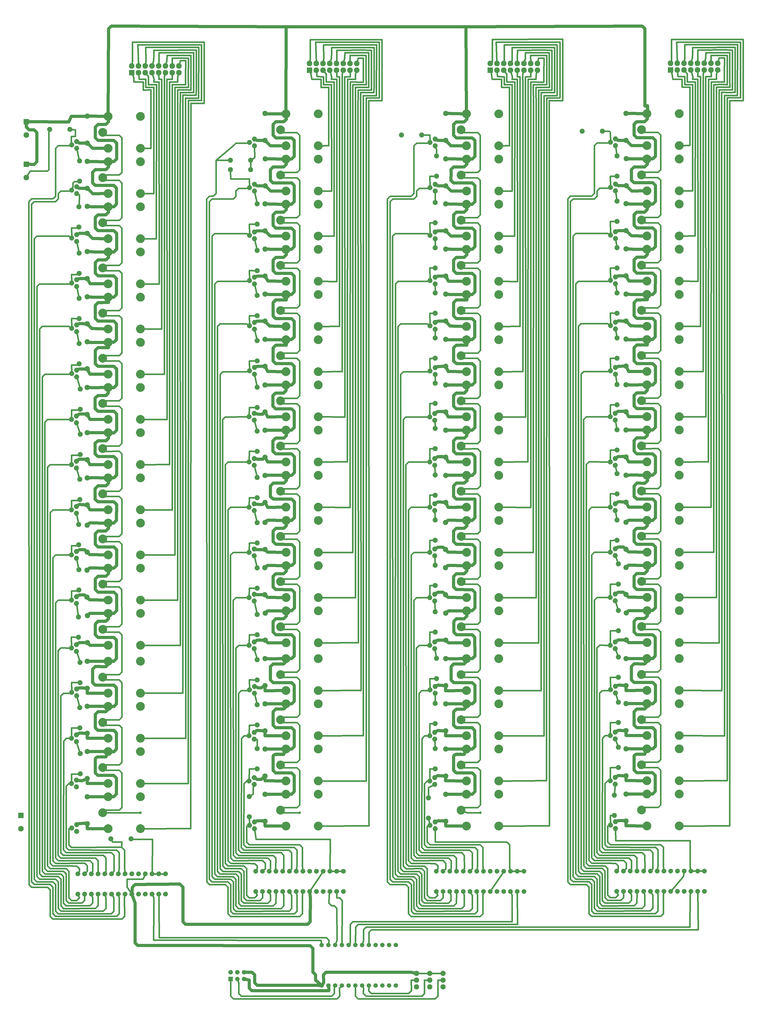
<source format=gtl>
G04 MADE WITH FRITZING*
G04 WWW.FRITZING.ORG*
G04 DOUBLE SIDED*
G04 HOLES PLATED*
G04 CONTOUR ON CENTER OF CONTOUR VECTOR*
%ASAXBY*%
%FSLAX23Y23*%
%MOIN*%
%OFA0B0*%
%SFA1.0B1.0*%
%ADD10C,0.075000*%
%ADD11C,0.078000*%
%ADD12C,0.039370*%
%ADD13C,0.070000*%
%ADD14C,0.066000*%
%ADD15C,0.083307*%
%ADD16C,0.074000*%
%ADD17C,0.129921*%
%ADD18C,0.067323*%
%ADD19R,0.083307X0.083307*%
%ADD20R,0.067323X0.067323*%
%ADD21C,0.024000*%
%ADD22C,0.048000*%
%ADD23R,0.001000X0.001000*%
%LNCOPPER1*%
G90*
G70*
G54D10*
X1638Y2405D03*
X1938Y2405D03*
X9105Y3053D03*
X9105Y2753D03*
X9164Y3762D03*
X9164Y3462D03*
X9164Y4431D03*
X9164Y4131D03*
X9164Y5101D03*
X9164Y4801D03*
X9164Y5790D03*
X9164Y5490D03*
X9164Y6479D03*
X9164Y6179D03*
X9144Y7128D03*
X9144Y6828D03*
X9144Y7817D03*
X9144Y7517D03*
X9144Y8467D03*
X9144Y8167D03*
X9144Y9136D03*
X9144Y8836D03*
X9144Y9825D03*
X9144Y9525D03*
X9144Y10494D03*
X9144Y10194D03*
X9144Y11164D03*
X9144Y10864D03*
X9144Y11853D03*
X9144Y11553D03*
X9144Y12522D03*
X9144Y12222D03*
X8628Y12891D03*
X8928Y12891D03*
X5950Y12832D03*
X6250Y12832D03*
X6467Y12522D03*
X6467Y12222D03*
X6447Y11833D03*
X6447Y11533D03*
X6447Y11164D03*
X6447Y10864D03*
X6447Y10494D03*
X6447Y10194D03*
X6447Y9825D03*
X6447Y9525D03*
X6447Y9156D03*
X6447Y8856D03*
X6447Y8486D03*
X6447Y8186D03*
X6447Y7797D03*
X6447Y7497D03*
X6447Y7128D03*
X6447Y6828D03*
X6447Y6459D03*
X6447Y6159D03*
X6447Y5770D03*
X6447Y5470D03*
X6467Y5081D03*
X6467Y4781D03*
X6447Y4412D03*
X6447Y4112D03*
X6447Y3742D03*
X6447Y3442D03*
X6349Y3014D03*
X6349Y2714D03*
X3691Y3034D03*
X3691Y2734D03*
X3809Y3742D03*
X3809Y3442D03*
X3809Y4392D03*
X3809Y4092D03*
X3809Y5061D03*
X3809Y4761D03*
X3809Y5731D03*
X3809Y5431D03*
X3809Y6420D03*
X3809Y6120D03*
X3809Y7089D03*
X3809Y6789D03*
X3809Y7758D03*
X3809Y7458D03*
X3809Y8447D03*
X3809Y8147D03*
X3809Y9097D03*
X3809Y8797D03*
X3809Y9786D03*
X3809Y9486D03*
X3809Y10455D03*
X3809Y10155D03*
X3411Y12320D03*
X3711Y12320D03*
X3809Y11124D03*
X3809Y10824D03*
X3809Y11813D03*
X3809Y11513D03*
X3411Y12458D03*
X3711Y12458D03*
X732Y12916D03*
X1032Y12916D03*
X1174Y12149D03*
X1174Y12449D03*
X1166Y11468D03*
X1166Y11768D03*
X1170Y10783D03*
X1170Y11083D03*
X1170Y10113D03*
X1170Y10413D03*
X1170Y9444D03*
X1170Y9744D03*
X1186Y8771D03*
X1186Y9071D03*
X1186Y8101D03*
X1186Y8401D03*
X1178Y7432D03*
X1178Y7732D03*
X1162Y6763D03*
X1162Y7063D03*
X1166Y6094D03*
X1166Y6394D03*
X1158Y5393D03*
X1158Y5693D03*
X1182Y4720D03*
X1182Y5020D03*
X1186Y3368D03*
X1186Y3668D03*
X1178Y4049D03*
X1178Y4349D03*
G54D11*
X6565Y413D03*
X6565Y313D03*
X6565Y213D03*
X6369Y413D03*
X6369Y313D03*
X6369Y213D03*
X6172Y413D03*
X6172Y313D03*
X6172Y213D03*
G54D12*
X2077Y2793D03*
X4439Y2793D03*
X7117Y2793D03*
G54D13*
X9141Y1628D03*
X10341Y1928D03*
X9241Y1628D03*
X10441Y1928D03*
X9341Y1628D03*
X9441Y1628D03*
X9541Y1628D03*
X9641Y1628D03*
X10441Y1628D03*
X10341Y1628D03*
X10241Y1628D03*
X10141Y1628D03*
X9741Y1628D03*
X9941Y1628D03*
X9841Y1628D03*
X10041Y1628D03*
X9941Y1928D03*
X10041Y1928D03*
X10141Y1928D03*
X10241Y1928D03*
X9741Y1928D03*
X9841Y1928D03*
X9341Y1928D03*
X9441Y1928D03*
X9541Y1928D03*
X9641Y1928D03*
X9141Y1928D03*
X9241Y1928D03*
X6465Y1625D03*
X7665Y1925D03*
X6565Y1625D03*
X7765Y1925D03*
X6665Y1625D03*
X6765Y1625D03*
X6865Y1625D03*
X6965Y1625D03*
X7765Y1625D03*
X7665Y1625D03*
X7565Y1625D03*
X7465Y1625D03*
X7065Y1625D03*
X7265Y1625D03*
X7165Y1625D03*
X7365Y1625D03*
X7265Y1925D03*
X7365Y1925D03*
X7465Y1925D03*
X7565Y1925D03*
X7065Y1925D03*
X7165Y1925D03*
X6665Y1925D03*
X6765Y1925D03*
X6865Y1925D03*
X6965Y1925D03*
X6465Y1925D03*
X6565Y1925D03*
X3787Y1625D03*
X4987Y1925D03*
X3887Y1625D03*
X5087Y1925D03*
X3987Y1625D03*
X4087Y1625D03*
X4187Y1625D03*
X4287Y1625D03*
X5087Y1625D03*
X4987Y1625D03*
X4887Y1625D03*
X4787Y1625D03*
X4387Y1625D03*
X4587Y1625D03*
X4487Y1625D03*
X4687Y1625D03*
X4587Y1925D03*
X4687Y1925D03*
X4787Y1925D03*
X4887Y1925D03*
X4387Y1925D03*
X4487Y1925D03*
X3987Y1925D03*
X4087Y1925D03*
X4187Y1925D03*
X4287Y1925D03*
X3787Y1925D03*
X3887Y1925D03*
X1150Y1587D03*
X2350Y1887D03*
X1250Y1587D03*
X2450Y1887D03*
X1350Y1587D03*
X1450Y1587D03*
X1550Y1587D03*
X1650Y1587D03*
X2450Y1587D03*
X2350Y1587D03*
X2250Y1587D03*
X2150Y1587D03*
X1750Y1587D03*
X1950Y1587D03*
X1850Y1587D03*
X2050Y1587D03*
X1950Y1887D03*
X2050Y1887D03*
X2150Y1887D03*
X2250Y1887D03*
X1750Y1887D03*
X1850Y1887D03*
X1350Y1887D03*
X1450Y1887D03*
X1550Y1887D03*
X1650Y1887D03*
X1150Y1887D03*
X1250Y1887D03*
G54D14*
X5866Y834D03*
X5766Y834D03*
X5666Y834D03*
X5566Y834D03*
X5466Y834D03*
X5366Y834D03*
X5266Y834D03*
X5166Y834D03*
X5066Y834D03*
X4966Y834D03*
X4866Y834D03*
X4766Y834D03*
X4766Y234D03*
X4866Y234D03*
X4966Y234D03*
X5066Y234D03*
X5166Y234D03*
X5266Y234D03*
X5366Y234D03*
X5466Y234D03*
X5566Y234D03*
X5666Y234D03*
X5766Y234D03*
X5866Y234D03*
G54D15*
X306Y2753D03*
X306Y2557D03*
G54D16*
X9123Y12676D03*
X9048Y12726D03*
X9123Y12776D03*
X6447Y12673D03*
X6372Y12723D03*
X6447Y12773D03*
X3769Y12673D03*
X3694Y12723D03*
X3769Y12773D03*
X9123Y12005D03*
X9048Y12055D03*
X9123Y12105D03*
X6447Y12003D03*
X6372Y12053D03*
X6447Y12103D03*
X3769Y12003D03*
X3694Y12053D03*
X3769Y12103D03*
X1132Y12635D03*
X1057Y12685D03*
X1132Y12735D03*
X1133Y11965D03*
X1058Y12015D03*
X1133Y12065D03*
X9123Y11298D03*
X9048Y11348D03*
X9123Y11398D03*
X6447Y11295D03*
X6372Y11345D03*
X6447Y11395D03*
X3769Y11295D03*
X3694Y11345D03*
X3769Y11395D03*
X1132Y11257D03*
X1057Y11307D03*
X1132Y11357D03*
X9123Y10628D03*
X9048Y10678D03*
X9123Y10728D03*
X6447Y10626D03*
X6372Y10676D03*
X6447Y10726D03*
X3769Y10626D03*
X3694Y10676D03*
X3769Y10726D03*
X1132Y10588D03*
X1057Y10638D03*
X1132Y10688D03*
X9123Y9290D03*
X9048Y9340D03*
X9123Y9390D03*
X6447Y9287D03*
X6372Y9337D03*
X6447Y9387D03*
X3769Y9288D03*
X3694Y9338D03*
X3769Y9388D03*
X1132Y9249D03*
X1057Y9299D03*
X1132Y9349D03*
X9123Y9959D03*
X9048Y10009D03*
X9123Y10059D03*
X6447Y9957D03*
X6372Y10007D03*
X6447Y10057D03*
X3769Y9957D03*
X3694Y10007D03*
X3769Y10057D03*
X1132Y9919D03*
X1057Y9969D03*
X1132Y10019D03*
X9119Y7271D03*
X9044Y7321D03*
X9119Y7371D03*
X6443Y7269D03*
X6368Y7319D03*
X6443Y7369D03*
X3765Y7269D03*
X3690Y7319D03*
X3765Y7369D03*
X1129Y7231D03*
X1054Y7281D03*
X1129Y7331D03*
X9119Y8610D03*
X9044Y8660D03*
X9119Y8710D03*
X6443Y8607D03*
X6368Y8657D03*
X6443Y8707D03*
X3765Y8608D03*
X3690Y8658D03*
X3765Y8708D03*
X1129Y8570D03*
X1054Y8620D03*
X1129Y8670D03*
X9119Y7941D03*
X9044Y7991D03*
X9119Y8041D03*
X6443Y7938D03*
X6368Y7988D03*
X6443Y8038D03*
X3765Y7938D03*
X3690Y7988D03*
X3765Y8038D03*
X1129Y7900D03*
X1054Y7950D03*
X1129Y8000D03*
X9119Y6602D03*
X9044Y6652D03*
X9119Y6702D03*
X6443Y6600D03*
X6368Y6650D03*
X6443Y6700D03*
X3765Y6600D03*
X3690Y6650D03*
X3765Y6700D03*
X1129Y6562D03*
X1054Y6612D03*
X1129Y6662D03*
X9119Y5933D03*
X9044Y5983D03*
X9119Y6033D03*
X6443Y5930D03*
X6368Y5980D03*
X6443Y6030D03*
X3765Y5930D03*
X3690Y5980D03*
X3765Y6030D03*
X1129Y5892D03*
X1054Y5942D03*
X1129Y5992D03*
X9119Y5224D03*
X9044Y5274D03*
X9119Y5324D03*
X6443Y5222D03*
X6368Y5272D03*
X6443Y5322D03*
X3765Y5222D03*
X3690Y5272D03*
X3765Y5322D03*
X1129Y5184D03*
X1054Y5234D03*
X1129Y5284D03*
X9123Y4565D03*
X9048Y4615D03*
X9123Y4665D03*
X6447Y4563D03*
X6372Y4613D03*
X6447Y4663D03*
X3769Y4563D03*
X3694Y4613D03*
X3769Y4663D03*
X1132Y4525D03*
X1057Y4575D03*
X1132Y4625D03*
X9119Y3885D03*
X9044Y3935D03*
X9119Y3985D03*
X6443Y3883D03*
X6368Y3933D03*
X6443Y3983D03*
X3765Y3883D03*
X3690Y3933D03*
X3765Y3983D03*
X1129Y3845D03*
X1054Y3895D03*
X1129Y3945D03*
X9119Y3216D03*
X9044Y3266D03*
X9119Y3316D03*
X6443Y3214D03*
X6368Y3264D03*
X6443Y3314D03*
X3765Y3214D03*
X3690Y3264D03*
X3765Y3314D03*
X1129Y3176D03*
X1054Y3226D03*
X1129Y3276D03*
X9123Y2558D03*
X9048Y2608D03*
X9123Y2658D03*
X6447Y2555D03*
X6372Y2605D03*
X6447Y2655D03*
X3769Y2555D03*
X3694Y2605D03*
X3769Y2655D03*
X1132Y2517D03*
X1057Y2567D03*
X1132Y2617D03*
G54D17*
X9509Y12912D03*
X9589Y12676D03*
X10068Y12676D03*
X9589Y13148D03*
X10068Y13148D03*
X6833Y12909D03*
X6913Y12673D03*
X7392Y12673D03*
X6913Y13146D03*
X7392Y13146D03*
X4155Y12910D03*
X4235Y12673D03*
X4714Y12673D03*
X4235Y13146D03*
X4714Y13146D03*
X9509Y12241D03*
X9590Y12005D03*
X10068Y12005D03*
X9590Y12477D03*
X10068Y12477D03*
X6833Y12239D03*
X6914Y12003D03*
X7392Y12003D03*
X6914Y12475D03*
X7392Y12475D03*
X4155Y12239D03*
X4236Y12003D03*
X4714Y12003D03*
X4236Y12475D03*
X4714Y12475D03*
X1518Y12872D03*
X1599Y12635D03*
X2077Y12635D03*
X1599Y13108D03*
X2077Y13108D03*
X1519Y12201D03*
X1599Y11965D03*
X2078Y11965D03*
X1599Y12437D03*
X2078Y12437D03*
X9509Y10904D03*
X9589Y10668D03*
X10068Y10668D03*
X9589Y11140D03*
X10068Y11140D03*
X6833Y10902D03*
X6913Y10665D03*
X7392Y10665D03*
X6913Y11138D03*
X7392Y11138D03*
X4155Y10902D03*
X4235Y10666D03*
X4714Y10666D03*
X4235Y11138D03*
X4714Y11138D03*
X1518Y10864D03*
X1599Y10627D03*
X2077Y10627D03*
X1599Y11100D03*
X2077Y11100D03*
X9509Y10235D03*
X9589Y9998D03*
X10068Y9998D03*
X9589Y10471D03*
X10068Y10471D03*
X6833Y10232D03*
X6913Y9996D03*
X7392Y9996D03*
X6913Y10468D03*
X7392Y10468D03*
X4155Y10232D03*
X4235Y9996D03*
X4714Y9996D03*
X4235Y10469D03*
X4714Y10469D03*
X1518Y10194D03*
X1599Y9958D03*
X2077Y9958D03*
X1599Y10431D03*
X2077Y10431D03*
X9509Y11573D03*
X9589Y11337D03*
X10068Y11337D03*
X9589Y11809D03*
X10068Y11809D03*
X6833Y11571D03*
X6913Y11335D03*
X7392Y11335D03*
X6913Y11807D03*
X7392Y11807D03*
X4155Y11571D03*
X4235Y11335D03*
X4714Y11335D03*
X4235Y11807D03*
X4714Y11807D03*
X1518Y11533D03*
X1599Y11297D03*
X2077Y11297D03*
X1599Y11769D03*
X2077Y11769D03*
X9509Y7558D03*
X9589Y7321D03*
X10068Y7321D03*
X9589Y7794D03*
X10068Y7794D03*
X6833Y7555D03*
X6913Y7319D03*
X7392Y7319D03*
X6913Y7791D03*
X7392Y7791D03*
X4155Y7555D03*
X4235Y7319D03*
X4714Y7319D03*
X4235Y7791D03*
X4714Y7791D03*
X1518Y7517D03*
X1599Y7281D03*
X2077Y7281D03*
X1599Y7753D03*
X2077Y7753D03*
X9509Y8227D03*
X9589Y7991D03*
X10068Y7991D03*
X9589Y8463D03*
X10068Y8463D03*
X6833Y8224D03*
X6913Y7988D03*
X7392Y7988D03*
X6913Y8461D03*
X7392Y8461D03*
X4155Y8225D03*
X4235Y7988D03*
X4714Y7988D03*
X4235Y8461D03*
X4714Y8461D03*
X1518Y8186D03*
X1599Y7950D03*
X2077Y7950D03*
X1599Y8423D03*
X2077Y8423D03*
X9509Y9565D03*
X9589Y9329D03*
X10068Y9329D03*
X9589Y9802D03*
X10068Y9802D03*
X6833Y9563D03*
X6913Y9327D03*
X7392Y9327D03*
X6913Y9799D03*
X7392Y9799D03*
X4155Y9563D03*
X4235Y9327D03*
X4714Y9327D03*
X4235Y9799D03*
X4714Y9799D03*
X1518Y9525D03*
X1599Y9289D03*
X2077Y9289D03*
X1599Y9761D03*
X2077Y9761D03*
X9509Y8896D03*
X9589Y8660D03*
X10068Y8660D03*
X9589Y9132D03*
X10068Y9132D03*
X6833Y8894D03*
X6913Y8658D03*
X7392Y8658D03*
X6913Y9130D03*
X7392Y9130D03*
X4155Y8894D03*
X4235Y8658D03*
X4714Y8658D03*
X4235Y9130D03*
X4714Y9130D03*
X1518Y8856D03*
X1599Y8620D03*
X2077Y8620D03*
X1599Y9092D03*
X2077Y9092D03*
X9510Y6888D03*
X9591Y6652D03*
X10069Y6652D03*
X9591Y7124D03*
X10069Y7124D03*
X6834Y6886D03*
X6915Y6650D03*
X7393Y6650D03*
X6915Y7122D03*
X7393Y7122D03*
X4156Y6886D03*
X4237Y6650D03*
X4715Y6650D03*
X4237Y7122D03*
X4715Y7122D03*
X1520Y6848D03*
X1600Y6612D03*
X2079Y6612D03*
X1600Y7084D03*
X2079Y7084D03*
X9510Y6219D03*
X9591Y5983D03*
X10069Y5983D03*
X9591Y6455D03*
X10069Y6455D03*
X6834Y6217D03*
X6915Y5980D03*
X7393Y5980D03*
X6915Y6453D03*
X7393Y6453D03*
X4156Y6217D03*
X4237Y5980D03*
X4715Y5980D03*
X4237Y6453D03*
X4715Y6453D03*
X1520Y6179D03*
X1600Y5942D03*
X2079Y5942D03*
X1600Y6415D03*
X2079Y6415D03*
X9509Y4841D03*
X9589Y4605D03*
X10068Y4605D03*
X9589Y5077D03*
X10068Y5077D03*
X6833Y4839D03*
X6913Y4602D03*
X7392Y4602D03*
X6913Y5075D03*
X7392Y5075D03*
X4155Y4839D03*
X4235Y4603D03*
X4714Y4603D03*
X4235Y5075D03*
X4714Y5075D03*
X1518Y4801D03*
X1599Y4564D03*
X2077Y4564D03*
X1599Y5037D03*
X2077Y5037D03*
X9510Y5550D03*
X9591Y5313D03*
X10069Y5313D03*
X9591Y5786D03*
X10069Y5786D03*
X6834Y5547D03*
X6915Y5311D03*
X7393Y5311D03*
X6915Y5783D03*
X7393Y5783D03*
X4156Y5547D03*
X4237Y5311D03*
X4715Y5311D03*
X4237Y5784D03*
X4715Y5784D03*
X1520Y5509D03*
X1600Y5273D03*
X2079Y5273D03*
X1600Y5746D03*
X2079Y5746D03*
X9509Y4172D03*
X9589Y3936D03*
X10068Y3936D03*
X9589Y4408D03*
X10068Y4408D03*
X6833Y4169D03*
X6913Y3933D03*
X7392Y3933D03*
X6913Y4406D03*
X7392Y4406D03*
X4155Y4169D03*
X4235Y3933D03*
X4714Y3933D03*
X4235Y4406D03*
X4714Y4406D03*
X1518Y4131D03*
X1599Y3895D03*
X2077Y3895D03*
X1599Y4368D03*
X2077Y4368D03*
X9509Y3502D03*
X9589Y3266D03*
X10068Y3266D03*
X9589Y3739D03*
X10068Y3739D03*
X6833Y3500D03*
X6913Y3264D03*
X7392Y3264D03*
X6913Y3736D03*
X7392Y3736D03*
X4155Y3500D03*
X4235Y3264D03*
X4714Y3264D03*
X4235Y3736D03*
X4714Y3736D03*
X1518Y3462D03*
X1599Y3226D03*
X2077Y3226D03*
X1599Y3698D03*
X2077Y3698D03*
X9509Y2833D03*
X9589Y2597D03*
X10068Y2597D03*
X9589Y3069D03*
X10068Y3069D03*
X6833Y2831D03*
X6913Y2595D03*
X7392Y2595D03*
X6913Y3067D03*
X7392Y3067D03*
X4155Y2831D03*
X4235Y2595D03*
X4714Y2595D03*
X4235Y3067D03*
X4714Y3067D03*
X1518Y2793D03*
X1599Y2557D03*
X2077Y2557D03*
X1599Y3029D03*
X2077Y3029D03*
G54D11*
X9280Y10746D03*
X9280Y11146D03*
X9280Y10746D03*
X9280Y11146D03*
X6604Y10744D03*
X6604Y11144D03*
X6604Y10744D03*
X6604Y11144D03*
X3926Y10744D03*
X3926Y11144D03*
X3926Y10744D03*
X3926Y11144D03*
X1290Y10706D03*
X1290Y11106D03*
X1290Y10706D03*
X1290Y11106D03*
X9280Y10077D03*
X9280Y10477D03*
X9280Y10077D03*
X9280Y10477D03*
X6604Y10075D03*
X6604Y10475D03*
X6604Y10075D03*
X6604Y10475D03*
X3926Y10075D03*
X3926Y10475D03*
X3926Y10075D03*
X3926Y10475D03*
X1290Y10037D03*
X1290Y10437D03*
X1290Y10037D03*
X1290Y10437D03*
X9280Y12754D03*
X9280Y13154D03*
X9280Y12754D03*
X9280Y13154D03*
X6604Y12752D03*
X6604Y13152D03*
X6604Y12752D03*
X6604Y13152D03*
X3926Y12752D03*
X3926Y13152D03*
X3926Y12752D03*
X3926Y13152D03*
X9281Y12084D03*
X9281Y12484D03*
X9281Y12084D03*
X9281Y12484D03*
X6605Y12081D03*
X6605Y12481D03*
X6605Y12081D03*
X6605Y12481D03*
X3927Y12081D03*
X3927Y12481D03*
X3927Y12081D03*
X3927Y12481D03*
X1290Y12714D03*
X1290Y13114D03*
X1290Y12714D03*
X1290Y13114D03*
X1290Y12043D03*
X1290Y12443D03*
X1290Y12043D03*
X1290Y12443D03*
X9280Y11416D03*
X9280Y11816D03*
X9280Y11416D03*
X9280Y11816D03*
X6604Y11413D03*
X6604Y11813D03*
X6604Y11413D03*
X6604Y11813D03*
X3926Y11414D03*
X3926Y11814D03*
X3926Y11414D03*
X3926Y11814D03*
X1290Y11375D03*
X1290Y11775D03*
X1290Y11375D03*
X1290Y11775D03*
X9280Y8732D03*
X9280Y9132D03*
X9280Y8732D03*
X9280Y9132D03*
X6604Y8730D03*
X6604Y9130D03*
X6604Y8730D03*
X6604Y9130D03*
X3926Y8730D03*
X3926Y9130D03*
X3926Y8730D03*
X3926Y9130D03*
X1290Y8692D03*
X1290Y9092D03*
X1290Y8692D03*
X1290Y9092D03*
X9280Y7394D03*
X9280Y7794D03*
X9280Y7394D03*
X9280Y7794D03*
X6604Y7391D03*
X6604Y7791D03*
X6604Y7391D03*
X6604Y7791D03*
X3926Y7391D03*
X3926Y7791D03*
X3926Y7391D03*
X3926Y7791D03*
X1290Y7353D03*
X1290Y7753D03*
X1290Y7353D03*
X1290Y7753D03*
X9280Y9408D03*
X9280Y9808D03*
X9280Y9408D03*
X9280Y9808D03*
X6604Y9406D03*
X6604Y9806D03*
X6604Y9406D03*
X6604Y9806D03*
X3926Y9406D03*
X3926Y9806D03*
X3926Y9406D03*
X3926Y9806D03*
X1290Y9368D03*
X1290Y9768D03*
X1290Y9368D03*
X1290Y9768D03*
X9280Y8063D03*
X9280Y8463D03*
X9280Y8063D03*
X9280Y8463D03*
X6604Y8061D03*
X6604Y8461D03*
X6604Y8061D03*
X6604Y8461D03*
X3926Y8061D03*
X3926Y8461D03*
X3926Y8061D03*
X3926Y8461D03*
X1290Y8023D03*
X1290Y8423D03*
X1290Y8023D03*
X1290Y8423D03*
X9278Y6695D03*
X9278Y7095D03*
X9278Y6695D03*
X9278Y7095D03*
X6602Y6692D03*
X6602Y7092D03*
X6602Y6692D03*
X6602Y7092D03*
X3924Y6692D03*
X3924Y7092D03*
X3924Y6692D03*
X3924Y7092D03*
X1287Y6654D03*
X1287Y7054D03*
X1287Y6654D03*
X1287Y7054D03*
X9277Y6025D03*
X9277Y6425D03*
X9277Y6025D03*
X9277Y6425D03*
X6601Y6023D03*
X6601Y6423D03*
X6601Y6023D03*
X6601Y6423D03*
X3923Y6023D03*
X3923Y6423D03*
X3923Y6023D03*
X3923Y6423D03*
X1286Y5985D03*
X1286Y6385D03*
X1286Y5985D03*
X1286Y6385D03*
X9281Y5353D03*
X9281Y5753D03*
X9281Y5353D03*
X9281Y5753D03*
X6605Y5351D03*
X6605Y5751D03*
X6605Y5351D03*
X6605Y5751D03*
X3927Y5351D03*
X3927Y5751D03*
X3927Y5351D03*
X3927Y5751D03*
X1291Y5313D03*
X1291Y5713D03*
X1291Y5313D03*
X1291Y5713D03*
X9280Y4677D03*
X9280Y5077D03*
X9280Y4677D03*
X9280Y5077D03*
X6604Y4675D03*
X6604Y5075D03*
X6604Y4675D03*
X6604Y5075D03*
X3926Y4675D03*
X3926Y5075D03*
X3926Y4675D03*
X3926Y5075D03*
X1290Y4637D03*
X1290Y5037D03*
X1290Y4637D03*
X1290Y5037D03*
X9280Y4008D03*
X9280Y4408D03*
X9280Y4008D03*
X9280Y4408D03*
X6604Y4006D03*
X6604Y4406D03*
X6604Y4006D03*
X6604Y4406D03*
X3926Y4006D03*
X3926Y4406D03*
X3926Y4006D03*
X3926Y4406D03*
X1290Y3968D03*
X1290Y4368D03*
X1290Y3968D03*
X1290Y4368D03*
X9280Y3339D03*
X9280Y3739D03*
X9280Y3339D03*
X9280Y3739D03*
X6604Y3336D03*
X6604Y3736D03*
X6604Y3336D03*
X6604Y3736D03*
X3926Y3336D03*
X3926Y3736D03*
X3926Y3336D03*
X3926Y3736D03*
X1290Y3298D03*
X1290Y3698D03*
X1290Y3298D03*
X1290Y3698D03*
X9280Y2669D03*
X9280Y3069D03*
X9280Y2669D03*
X9280Y3069D03*
X6604Y2667D03*
X6604Y3067D03*
X6604Y2667D03*
X6604Y3067D03*
X3926Y2667D03*
X3926Y3067D03*
X3926Y2667D03*
X3926Y3067D03*
X1290Y2629D03*
X1290Y3029D03*
X1290Y2629D03*
X1290Y3029D03*
G54D18*
X3416Y431D03*
X3516Y431D03*
X3616Y431D03*
X3416Y331D03*
X3516Y331D03*
X3616Y331D03*
G54D15*
X9940Y13896D03*
X10040Y13896D03*
X10140Y13896D03*
X10240Y13896D03*
X10340Y13896D03*
X10440Y13896D03*
X10540Y13896D03*
X10640Y13896D03*
X9940Y13796D03*
X10040Y13796D03*
X10140Y13796D03*
X10240Y13796D03*
X10340Y13796D03*
X10440Y13796D03*
X10540Y13796D03*
X10640Y13796D03*
X7264Y13894D03*
X7364Y13894D03*
X7464Y13894D03*
X7564Y13894D03*
X7664Y13894D03*
X7764Y13894D03*
X7864Y13894D03*
X7964Y13894D03*
X7264Y13794D03*
X7364Y13794D03*
X7464Y13794D03*
X7564Y13794D03*
X7664Y13794D03*
X7764Y13794D03*
X7864Y13794D03*
X7964Y13794D03*
X4586Y13894D03*
X4686Y13894D03*
X4786Y13894D03*
X4886Y13894D03*
X4986Y13894D03*
X5086Y13894D03*
X5186Y13894D03*
X5286Y13894D03*
X4586Y13794D03*
X4686Y13794D03*
X4786Y13794D03*
X4886Y13794D03*
X4986Y13794D03*
X5086Y13794D03*
X5186Y13794D03*
X5286Y13794D03*
X1950Y13856D03*
X2050Y13856D03*
X2150Y13856D03*
X2250Y13856D03*
X2350Y13856D03*
X2450Y13856D03*
X2550Y13856D03*
X2650Y13856D03*
X1950Y13756D03*
X2050Y13756D03*
X2150Y13756D03*
X2250Y13756D03*
X2350Y13756D03*
X2450Y13756D03*
X2550Y13756D03*
X2650Y13756D03*
X385Y13030D03*
X385Y12833D03*
X385Y12400D03*
X385Y12204D03*
G54D19*
X306Y2753D03*
G54D20*
X3416Y331D03*
G54D19*
X9940Y13796D03*
X7264Y13794D03*
X4586Y13794D03*
X1950Y13756D03*
X385Y13030D03*
X385Y12400D03*
G54D21*
X6369Y5471D02*
X6430Y5470D01*
D02*
X6368Y5288D02*
X6369Y5471D01*
D02*
X6447Y5787D02*
X6443Y5914D01*
D02*
X6369Y4780D02*
X6449Y4781D01*
D02*
X6372Y4629D02*
X6369Y4780D01*
D02*
X6464Y5098D02*
X6446Y5206D01*
D02*
X6368Y8855D02*
X6430Y8856D01*
D02*
X6368Y8673D02*
X6368Y8855D01*
D02*
X6447Y9173D02*
X6447Y9271D01*
D02*
X6368Y8185D02*
X6430Y8186D01*
D02*
X6368Y8004D02*
X6368Y8185D01*
D02*
X6447Y8504D02*
X6444Y8591D01*
D02*
X6368Y7499D02*
X6430Y7498D01*
D02*
X6368Y7335D02*
X6368Y7499D01*
D02*
X6447Y7815D02*
X6443Y7922D01*
D02*
X6368Y6829D02*
X6430Y6828D01*
D02*
X6368Y6666D02*
X6368Y6829D01*
D02*
X6447Y7146D02*
X6443Y7253D01*
D02*
X6443Y6584D02*
X6447Y6476D01*
D02*
X6368Y6160D02*
X6430Y6159D01*
D02*
X6368Y5996D02*
X6368Y6160D01*
D02*
X6467Y12614D02*
X6452Y12658D01*
D02*
X6367Y12222D02*
X6449Y12222D01*
D02*
X6372Y12069D02*
X6367Y12222D01*
D02*
X6467Y12539D02*
X6467Y12614D01*
D02*
X6368Y11533D02*
X6430Y11533D01*
D02*
X6371Y11361D02*
X6368Y11533D01*
D02*
X6447Y11850D02*
X6447Y11987D01*
D02*
X6447Y11181D02*
X6447Y11279D01*
D02*
X6367Y10865D02*
X6430Y10864D01*
D02*
X6371Y10692D02*
X6367Y10865D01*
D02*
X6368Y10194D02*
X6430Y10194D01*
D02*
X6371Y10023D02*
X6368Y10194D01*
D02*
X6447Y10512D02*
X6447Y10610D01*
D02*
X6368Y9524D02*
X6430Y9525D01*
D02*
X6371Y9353D02*
X6368Y9524D01*
D02*
X6447Y9941D02*
X6447Y9843D01*
D02*
X9027Y12891D02*
X8945Y12891D01*
D02*
X9045Y3462D02*
X9146Y3462D01*
D02*
X9044Y3282D02*
X9045Y3462D01*
D02*
X9045Y2753D02*
X9087Y2753D01*
D02*
X9048Y2624D02*
X9045Y2753D01*
D02*
X9118Y3200D02*
X9106Y3071D01*
D02*
X9046Y11553D02*
X9127Y11553D01*
D02*
X9048Y11364D02*
X9046Y11553D01*
D02*
X9125Y11989D02*
X9142Y11870D01*
D02*
X9046Y12223D02*
X9127Y12222D01*
D02*
X9048Y12071D02*
X9046Y12223D01*
D02*
X9125Y12660D02*
X9142Y12539D01*
D02*
X9045Y12872D02*
X9027Y12891D01*
D02*
X9048Y12742D02*
X9045Y12872D01*
D02*
X6367Y12832D02*
X6268Y12832D01*
D02*
X6371Y12739D02*
X6367Y12832D01*
D02*
X9122Y7256D02*
X9141Y7145D01*
D02*
X9045Y6179D02*
X9146Y6179D01*
D02*
X9044Y5999D02*
X9045Y6179D01*
D02*
X9158Y6495D02*
X9125Y6587D01*
D02*
X9159Y5806D02*
X9124Y5917D01*
D02*
X9045Y5489D02*
X9146Y5489D01*
D02*
X9044Y5290D02*
X9045Y5489D01*
D02*
X9125Y5209D02*
X9158Y5117D01*
D02*
X9045Y4801D02*
X9146Y4801D01*
D02*
X9048Y4631D02*
X9045Y4801D01*
D02*
X9159Y4448D02*
X9128Y4550D01*
D02*
X9045Y4131D02*
X9146Y4131D01*
D02*
X9044Y3951D02*
X9045Y4131D01*
D02*
X9125Y3870D02*
X9158Y3779D01*
D02*
X9141Y9842D02*
X9125Y9943D01*
D02*
X9141Y10512D02*
X9125Y10613D01*
D02*
X9045Y9526D02*
X9127Y9525D01*
D02*
X9048Y9356D02*
X9045Y9526D01*
D02*
X9045Y8835D02*
X9127Y8836D01*
D02*
X9044Y8676D02*
X9045Y8835D01*
D02*
X9142Y9153D02*
X9125Y9274D01*
D02*
X9045Y8166D02*
X9127Y8167D01*
D02*
X9044Y8007D02*
X9045Y8166D01*
D02*
X9141Y8484D02*
X9122Y8594D01*
D02*
X9045Y7518D02*
X9127Y7517D01*
D02*
X9044Y7337D02*
X9045Y7518D01*
D02*
X9141Y7834D02*
X9122Y7925D01*
D02*
X9045Y6827D02*
X9127Y6828D01*
D02*
X9044Y6668D02*
X9045Y6827D01*
D02*
X5002Y1925D02*
X5072Y1925D01*
D02*
X4595Y1638D02*
X4779Y1913D01*
D02*
X1979Y2398D02*
X2254Y2398D01*
D02*
X2254Y2398D02*
X2251Y1902D01*
D02*
X1955Y2402D02*
X1979Y2398D01*
D02*
X2335Y1887D02*
X2265Y1887D01*
D02*
X2365Y1887D02*
X2435Y1887D01*
D02*
X9125Y11282D02*
X9141Y11181D01*
D02*
X9045Y10864D02*
X9127Y10864D01*
D02*
X9048Y10694D02*
X9045Y10864D01*
D02*
X9045Y10195D02*
X9127Y10194D01*
D02*
X9048Y10025D02*
X9045Y10195D01*
D02*
X10356Y1928D02*
X10426Y1928D01*
D02*
X10326Y1928D02*
X10256Y1928D01*
D02*
X7551Y2320D02*
X7509Y2359D01*
D02*
X7551Y1987D02*
X7551Y2320D01*
D02*
X6448Y2359D02*
X6447Y2539D01*
D02*
X7509Y2359D02*
X6448Y2359D01*
D02*
X7562Y1940D02*
X7551Y1987D01*
D02*
X7680Y1925D02*
X7750Y1925D01*
D02*
X7650Y1925D02*
X7580Y1925D01*
D02*
X3791Y2398D02*
X3771Y2539D01*
D02*
X4891Y2398D02*
X3791Y2398D01*
D02*
X4887Y1940D02*
X4891Y2398D01*
D02*
X4972Y1925D02*
X4902Y1925D01*
D02*
X10227Y1987D02*
X10227Y2379D01*
D02*
X9124Y2379D02*
X9123Y2542D01*
D02*
X10227Y2379D02*
X9124Y2379D01*
D02*
X10238Y1942D02*
X10227Y1987D01*
D02*
X1152Y4722D02*
X1164Y4721D01*
D02*
X1056Y4723D02*
X1152Y4722D01*
D02*
X1057Y4591D02*
X1056Y4723D01*
D02*
X1134Y5168D02*
X1177Y5036D01*
D02*
X1133Y3830D02*
X1180Y3684D01*
D02*
X1054Y3366D02*
X1168Y3367D01*
D02*
X1054Y3242D02*
X1054Y3366D01*
D02*
X1174Y4366D02*
X1136Y4510D01*
D02*
X1056Y4048D02*
X1160Y4049D01*
D02*
X1054Y3911D02*
X1056Y4048D01*
D02*
X1665Y2359D02*
X1647Y2389D01*
D02*
X1802Y2359D02*
X1665Y2359D01*
D02*
X1800Y2284D02*
X1802Y2359D01*
D02*
X1136Y10572D02*
X1166Y10430D01*
D02*
X1136Y11242D02*
X1166Y11100D01*
D02*
X1171Y11947D02*
X1147Y11958D01*
D02*
X1167Y11785D02*
X1171Y11947D01*
D02*
X1136Y12620D02*
X1170Y12466D01*
D02*
X1053Y5396D02*
X1141Y5393D01*
D02*
X1054Y5250D02*
X1053Y5396D01*
D02*
X1131Y5877D02*
X1156Y5710D01*
D02*
X1132Y7215D02*
X1159Y7080D01*
D02*
X1133Y7885D02*
X1173Y7749D01*
D02*
X1134Y8554D02*
X1180Y8418D01*
D02*
X1181Y9087D02*
X1137Y9234D01*
D02*
X1136Y9903D02*
X1166Y9761D01*
D02*
X1152Y7418D02*
X1163Y7424D01*
D02*
X1054Y7418D02*
X1152Y7418D01*
D02*
X1054Y7297D02*
X1054Y7418D01*
D02*
X1152Y8089D02*
X1169Y8095D01*
D02*
X1054Y8089D02*
X1152Y8089D01*
D02*
X1054Y7966D02*
X1054Y8089D01*
D02*
X1152Y8758D02*
X1170Y8764D01*
D02*
X1054Y8758D02*
X1152Y8758D01*
D02*
X1054Y8636D02*
X1054Y8758D01*
D02*
X1132Y9427D02*
X1154Y9437D01*
D02*
X1054Y9427D02*
X1132Y9427D01*
D02*
X1057Y9315D02*
X1054Y9427D01*
D02*
X1054Y10115D02*
X1153Y10114D01*
D02*
X1057Y9985D02*
X1054Y10115D01*
D02*
X1132Y10765D02*
X1154Y10775D01*
D02*
X1054Y10765D02*
X1132Y10765D01*
D02*
X1057Y10654D02*
X1054Y10765D01*
D02*
X1132Y11455D02*
X1150Y11461D01*
D02*
X1054Y11455D02*
X1132Y11455D01*
D02*
X1057Y11323D02*
X1054Y11455D01*
D02*
X1053Y12714D02*
X1053Y12812D01*
D02*
X719Y12320D02*
X719Y12871D01*
D02*
X443Y12300D02*
X699Y12300D01*
D02*
X719Y12871D02*
X727Y12900D01*
D02*
X699Y12300D02*
X719Y12320D01*
D02*
X396Y12222D02*
X443Y12300D01*
D02*
X1112Y12911D02*
X1050Y12915D01*
D02*
X1112Y12812D02*
X1112Y12911D01*
D02*
X1053Y12812D02*
X1112Y12812D01*
D02*
X1055Y12701D02*
X1053Y12714D01*
D02*
X1132Y12143D02*
X1157Y12146D01*
D02*
X1094Y12143D02*
X1132Y12143D01*
D02*
X1074Y12064D02*
X1074Y12124D01*
D02*
X1074Y12124D02*
X1094Y12143D01*
D02*
X1063Y12030D02*
X1074Y12064D01*
D02*
X3711Y12338D02*
X3711Y12441D01*
D02*
X3805Y11141D02*
X3773Y11280D01*
D02*
X3691Y11512D02*
X3792Y11513D01*
D02*
X3694Y11361D02*
X3691Y11512D01*
D02*
X3773Y11987D02*
X3806Y11830D01*
D02*
X3200Y12458D02*
X3394Y12458D01*
D02*
X3771Y12499D02*
X3725Y12468D01*
D02*
X3769Y12657D02*
X3771Y12499D01*
D02*
X1132Y6080D02*
X1150Y6087D01*
D02*
X1054Y6080D02*
X1132Y6080D01*
D02*
X1054Y5958D02*
X1054Y6080D01*
D02*
X1162Y6411D02*
X1132Y6546D01*
D02*
X1132Y6749D02*
X1146Y6756D01*
D02*
X1054Y6749D02*
X1132Y6749D01*
D02*
X1054Y6628D02*
X1054Y6749D01*
D02*
X3769Y8592D02*
X3805Y8464D01*
D02*
X3692Y8148D02*
X3792Y8147D01*
D02*
X3690Y8004D02*
X3692Y8148D01*
D02*
X3691Y8797D02*
X3792Y8797D01*
D02*
X3690Y8674D02*
X3691Y8797D01*
D02*
X3806Y9114D02*
X3772Y9272D01*
D02*
X3691Y9486D02*
X3792Y9486D01*
D02*
X3694Y9354D02*
X3691Y9486D01*
D02*
X3773Y9941D02*
X3805Y9803D01*
D02*
X3691Y10156D02*
X3792Y10155D01*
D02*
X3694Y10023D02*
X3691Y10156D01*
D02*
X3805Y10472D02*
X3773Y10611D01*
D02*
X3691Y10825D02*
X3792Y10824D01*
D02*
X3694Y10692D02*
X3691Y10825D01*
D02*
X3416Y12184D02*
X3412Y12303D01*
D02*
X3691Y12182D02*
X3416Y12184D01*
D02*
X3694Y12069D02*
X3691Y12182D01*
D02*
X3692Y4762D02*
X3792Y4761D01*
D02*
X3694Y4629D02*
X3692Y4762D01*
D02*
X3769Y5206D02*
X3805Y5078D01*
D02*
X3692Y5431D02*
X3792Y5431D01*
D02*
X3690Y5288D02*
X3692Y5431D01*
D02*
X3769Y5915D02*
X3806Y5748D01*
D02*
X3692Y6120D02*
X3792Y6120D01*
D02*
X3690Y5996D02*
X3692Y6120D01*
D02*
X3769Y6584D02*
X3805Y6437D01*
D02*
X3692Y6789D02*
X3792Y6789D01*
D02*
X3690Y6666D02*
X3692Y6789D01*
D02*
X3769Y7254D02*
X3805Y7106D01*
D02*
X3692Y7459D02*
X3792Y7458D01*
D02*
X3690Y7335D02*
X3692Y7459D01*
D02*
X3769Y7923D02*
X3805Y7775D01*
D02*
X6443Y3867D02*
X6447Y3760D01*
D02*
X6368Y3443D02*
X6430Y3443D01*
D02*
X6368Y3280D02*
X6368Y3443D01*
D02*
X6368Y2621D02*
X6352Y2697D01*
D02*
X6349Y3167D02*
X6349Y3032D01*
D02*
X6429Y3207D02*
X6349Y3167D01*
D02*
X3808Y3875D02*
X3809Y3760D01*
D02*
X3694Y2621D02*
X3692Y2716D01*
D02*
X3749Y3166D02*
X3749Y3068D01*
D02*
X3749Y3068D02*
X3706Y3043D01*
D02*
X3760Y3199D02*
X3749Y3166D01*
D02*
X3781Y3880D02*
X3808Y3875D01*
D02*
X3691Y3442D02*
X3792Y3442D01*
D02*
X3690Y3280D02*
X3691Y3442D01*
D02*
X3692Y4091D02*
X3792Y4092D01*
D02*
X3690Y3949D02*
X3692Y4091D01*
D02*
X3773Y4548D02*
X3805Y4409D01*
D02*
X6447Y4547D02*
X6447Y4429D01*
D02*
X6368Y4112D02*
X6430Y4112D01*
D02*
X6368Y3949D02*
X6368Y4112D01*
G54D22*
D02*
X4361Y7164D02*
X4361Y7399D01*
D02*
X4361Y7399D02*
X4320Y7440D01*
D02*
X4047Y7440D02*
X4006Y7477D01*
D02*
X4047Y7675D02*
X4204Y7675D01*
D02*
X4242Y7713D02*
X4237Y7766D01*
D02*
X4204Y7675D02*
X4242Y7713D01*
D02*
X4006Y7634D02*
X4047Y7675D01*
D02*
X4006Y7477D02*
X4006Y7634D01*
D02*
X4320Y7440D02*
X4047Y7440D01*
D02*
X4320Y7123D02*
X4361Y7164D01*
D02*
X4262Y7122D02*
X4320Y7123D01*
D02*
X6761Y7675D02*
X6880Y7675D01*
D02*
X6761Y7440D02*
X6723Y7477D01*
D02*
X7037Y7440D02*
X6761Y7440D01*
D02*
X7037Y7164D02*
X7037Y7399D01*
D02*
X6999Y7123D02*
X7037Y7164D01*
D02*
X7037Y7399D02*
X7037Y7440D01*
D02*
X6723Y7477D02*
X6723Y7634D01*
D02*
X6921Y7713D02*
X6916Y7766D01*
D02*
X6880Y7675D02*
X6921Y7713D01*
D02*
X6723Y7634D02*
X6761Y7675D01*
D02*
X6940Y7122D02*
X6999Y7123D01*
D02*
X9714Y7164D02*
X9676Y7123D01*
D02*
X9714Y7399D02*
X9714Y7164D01*
D02*
X9441Y7440D02*
X9676Y7440D01*
D02*
X9441Y7675D02*
X9400Y7634D01*
D02*
X9598Y7713D02*
X9558Y7673D01*
D02*
X9558Y7673D02*
X9441Y7675D01*
D02*
X9676Y7123D02*
X9616Y7124D01*
D02*
X9676Y7440D02*
X9714Y7399D01*
D02*
X9400Y7477D02*
X9441Y7440D01*
D02*
X9400Y7634D02*
X9400Y7477D01*
D02*
X9592Y7768D02*
X9598Y7713D01*
G54D21*
D02*
X5501Y115D02*
X5462Y154D01*
G54D22*
D02*
X2037Y826D02*
X4596Y823D01*
D02*
X4596Y1180D02*
X4598Y1535D01*
D02*
X2745Y1138D02*
X4558Y1138D01*
D02*
X2708Y1689D02*
X2708Y1180D01*
D02*
X1999Y1730D02*
X2663Y1737D01*
D02*
X4596Y823D02*
X4636Y784D01*
G54D21*
D02*
X6488Y77D02*
X6446Y36D01*
D02*
X6289Y116D02*
X6251Y77D01*
D02*
X6094Y155D02*
X6053Y116D01*
D02*
X5425Y77D02*
X5383Y116D01*
D02*
X5306Y36D02*
X5265Y77D01*
G54D22*
D02*
X4675Y313D02*
X4751Y247D01*
D02*
X4676Y392D02*
X4675Y313D01*
G54D21*
D02*
X5385Y196D02*
X5375Y216D01*
D02*
X6191Y413D02*
X6350Y413D01*
D02*
X6388Y413D02*
X6546Y413D01*
D02*
X6487Y313D02*
X6488Y77D01*
D02*
X6446Y36D02*
X5306Y36D01*
D02*
X5265Y77D02*
X5266Y214D01*
D02*
X6546Y313D02*
X6487Y313D01*
D02*
X5383Y116D02*
X5385Y196D01*
D02*
X6290Y313D02*
X6289Y116D01*
D02*
X6251Y77D02*
X5425Y77D01*
D02*
X6350Y313D02*
X6290Y313D01*
D02*
X6093Y313D02*
X6094Y155D01*
D02*
X5462Y154D02*
X5465Y214D01*
D02*
X6053Y116D02*
X5501Y115D01*
D02*
X6153Y313D02*
X6093Y313D01*
G54D22*
D02*
X4598Y1535D02*
X4589Y1611D01*
D02*
X4636Y431D02*
X4676Y392D01*
D02*
X4636Y784D02*
X4636Y431D01*
D02*
X1998Y1455D02*
X1999Y863D01*
D02*
X4558Y1138D02*
X4596Y1180D01*
D02*
X2708Y1180D02*
X2745Y1138D01*
D02*
X2663Y1737D02*
X2708Y1689D01*
D02*
X1958Y1689D02*
X1999Y1730D01*
D02*
X1952Y1602D02*
X1958Y1689D01*
D02*
X1999Y863D02*
X2037Y825D01*
D02*
X1955Y1573D02*
X1998Y1455D01*
G54D21*
D02*
X4951Y116D02*
X4951Y195D01*
D02*
X5031Y77D02*
X5030Y195D01*
G54D22*
D02*
X4833Y431D02*
X6093Y431D01*
D02*
X3771Y392D02*
X3730Y431D01*
D02*
X3730Y431D02*
X3635Y431D01*
G54D21*
D02*
X3454Y37D02*
X4164Y37D01*
G54D22*
D02*
X4872Y195D02*
X4872Y155D01*
G54D21*
D02*
X4951Y195D02*
X4959Y215D01*
D02*
X5030Y195D02*
X5053Y219D01*
D02*
X4990Y36D02*
X5031Y77D01*
D02*
X4164Y37D02*
X4990Y36D01*
D02*
X3415Y76D02*
X3454Y37D01*
D02*
X3415Y273D02*
X3415Y76D01*
D02*
X3416Y311D02*
X3415Y273D01*
D02*
X4912Y77D02*
X4951Y116D01*
D02*
X3573Y76D02*
X4912Y77D01*
D02*
X3534Y116D02*
X3573Y76D01*
D02*
X3534Y273D02*
X3534Y116D01*
D02*
X3522Y312D02*
X3534Y273D01*
G54D22*
D02*
X3691Y313D02*
X3635Y326D01*
D02*
X3691Y194D02*
X3691Y313D01*
D02*
X3730Y155D02*
X3691Y194D01*
D02*
X4872Y155D02*
X3730Y155D01*
D02*
X4869Y214D02*
X4872Y195D01*
D02*
X3771Y273D02*
X3771Y392D01*
D02*
X3810Y235D02*
X3771Y273D01*
D02*
X4676Y235D02*
X3810Y235D01*
D02*
X4746Y234D02*
X4676Y235D01*
D02*
X6093Y431D02*
X6153Y417D01*
D02*
X4795Y272D02*
X4793Y392D01*
D02*
X4793Y392D02*
X4833Y431D01*
D02*
X4778Y250D02*
X4795Y272D01*
G54D21*
D02*
X7457Y1913D02*
X7273Y1638D01*
D02*
X2115Y1811D02*
X2144Y1874D01*
D02*
X1879Y1811D02*
X2115Y1811D01*
D02*
X1879Y1693D02*
X1879Y1811D01*
D02*
X1942Y1600D02*
X1879Y1693D01*
D02*
X10127Y1848D02*
X9951Y1639D01*
D02*
X10138Y1913D02*
X10127Y1848D01*
D02*
X5187Y863D02*
X5187Y1138D01*
D02*
X2069Y2793D02*
X1544Y2793D01*
D02*
X7588Y1573D02*
X7571Y1612D01*
D02*
X5267Y1099D02*
X5266Y853D01*
D02*
X5306Y1138D02*
X5267Y1099D01*
D02*
X7668Y1141D02*
X5306Y1138D01*
D02*
X7665Y1610D02*
X7668Y1141D01*
D02*
X7588Y1179D02*
X7588Y1573D01*
D02*
X5226Y1180D02*
X7588Y1179D01*
D02*
X5187Y1138D02*
X5226Y1180D01*
D02*
X5177Y850D02*
X5187Y863D01*
D02*
X4991Y903D02*
X4973Y852D01*
D02*
X5031Y1532D02*
X5068Y1493D01*
D02*
X4990Y1532D02*
X5031Y1532D01*
D02*
X5068Y1493D02*
X5070Y1375D01*
D02*
X4874Y1571D02*
X4873Y1454D01*
D02*
X4951Y1415D02*
X4990Y1376D01*
D02*
X4912Y1415D02*
X4951Y1415D01*
D02*
X4873Y1454D02*
X4912Y1415D01*
D02*
X4990Y1376D02*
X4991Y903D01*
D02*
X5070Y1375D02*
X5066Y853D01*
D02*
X4987Y1610D02*
X4990Y1532D01*
D02*
X4884Y1611D02*
X4874Y1571D01*
G54D22*
D02*
X6905Y14437D02*
X6913Y13171D01*
D02*
X4240Y14437D02*
X6905Y14437D01*
D02*
X1645Y14447D02*
X4240Y14437D01*
D02*
X1605Y14406D02*
X1645Y14447D01*
D02*
X4240Y14437D02*
X4235Y13171D01*
D02*
X1599Y13133D02*
X1605Y14406D01*
G54D21*
D02*
X7294Y13915D02*
X7282Y13906D01*
D02*
X7294Y14249D02*
X7294Y13915D01*
D02*
X8339Y13344D02*
X8339Y14252D01*
D02*
X8139Y13344D02*
X8339Y13344D01*
D02*
X8339Y14252D02*
X7294Y14249D01*
D02*
X8141Y2598D02*
X8139Y13344D01*
D02*
X7417Y2595D02*
X8141Y2598D01*
D02*
X10347Y1061D02*
X10341Y1613D01*
D02*
X5503Y1061D02*
X10347Y1061D01*
D02*
X5464Y1022D02*
X5503Y1061D01*
D02*
X5466Y853D02*
X5464Y1022D01*
D02*
X10228Y1572D02*
X10226Y1101D01*
D02*
X5386Y904D02*
X5372Y853D01*
D02*
X5384Y1061D02*
X5386Y904D01*
D02*
X5423Y1099D02*
X5384Y1061D01*
D02*
X10226Y1101D02*
X5423Y1099D01*
D02*
X10238Y1613D02*
X10228Y1572D01*
D02*
X4206Y2793D02*
X4175Y2816D01*
D02*
X4432Y2793D02*
X4206Y2793D01*
D02*
X10815Y13344D02*
X11016Y13344D01*
D02*
X11016Y13344D02*
X11016Y14250D01*
D02*
X9951Y13933D02*
X9946Y13917D01*
D02*
X9951Y14250D02*
X9951Y13933D01*
D02*
X11016Y14250D02*
X9951Y14250D01*
D02*
X10816Y2598D02*
X10815Y13344D01*
D02*
X10093Y2597D02*
X10816Y2598D01*
D02*
X6919Y2793D02*
X6856Y2821D01*
D02*
X7109Y2793D02*
X6919Y2793D01*
G54D22*
D02*
X9598Y13185D02*
X9595Y13173D01*
D02*
X9598Y13265D02*
X9598Y13185D01*
D02*
X9558Y13264D02*
X9598Y13265D01*
D02*
X9557Y14408D02*
X9558Y13264D01*
D02*
X9518Y14446D02*
X9557Y14408D01*
D02*
X6905Y14437D02*
X9518Y14446D01*
D02*
X9164Y12083D02*
X9261Y12084D01*
D02*
X6487Y12081D02*
X6585Y12081D01*
D02*
X3810Y12081D02*
X3907Y12081D01*
D02*
X9137Y12097D02*
X9164Y12083D01*
D02*
X6461Y12095D02*
X6487Y12081D01*
D02*
X3783Y12095D02*
X3810Y12081D01*
D02*
X9163Y11416D02*
X9261Y11416D01*
D02*
X6487Y11414D02*
X6585Y11413D01*
D02*
X3809Y11414D02*
X3907Y11414D01*
D02*
X9137Y11404D02*
X9163Y11416D01*
D02*
X6461Y11402D02*
X6487Y11414D01*
D02*
X3783Y11402D02*
X3809Y11414D01*
D02*
X9261Y10746D02*
X9163Y10745D01*
D02*
X6585Y10744D02*
X6487Y10743D01*
D02*
X3907Y10744D02*
X3809Y10743D01*
D02*
X9163Y10745D02*
X9138Y10735D01*
D02*
X6487Y10743D02*
X6461Y10732D01*
D02*
X3809Y10743D02*
X3784Y10732D01*
D02*
X9261Y9408D02*
X9161Y9407D01*
D02*
X6585Y9405D02*
X6485Y9404D01*
D02*
X3907Y9405D02*
X3807Y9405D01*
D02*
X9161Y9407D02*
X9137Y9396D01*
D02*
X6485Y9404D02*
X6461Y9394D01*
D02*
X3807Y9405D02*
X3783Y9394D01*
D02*
X1173Y11376D02*
X1270Y11375D01*
D02*
X1173Y12043D02*
X1271Y12043D01*
D02*
X1147Y12057D02*
X1173Y12043D01*
D02*
X1147Y11364D02*
X1173Y11376D01*
D02*
X1172Y10705D02*
X1147Y10694D01*
D02*
X1270Y10706D02*
X1172Y10705D01*
D02*
X1171Y9366D02*
X1147Y9356D01*
D02*
X1270Y9367D02*
X1171Y9366D01*
G54D21*
D02*
X4755Y902D02*
X4763Y853D01*
D02*
X2272Y906D02*
X4755Y902D01*
D02*
X2275Y1533D02*
X2275Y1336D01*
D02*
X2355Y944D02*
X2352Y1416D01*
D02*
X4834Y944D02*
X2355Y944D01*
D02*
X2352Y1416D02*
X2351Y1572D01*
D02*
X4872Y903D02*
X4834Y944D01*
D02*
X4868Y853D02*
X4872Y903D01*
D02*
X2275Y1336D02*
X2272Y906D01*
D02*
X2257Y1574D02*
X2275Y1533D01*
D02*
X8532Y1810D02*
X8493Y1849D01*
D02*
X5856Y1808D02*
X5817Y1847D01*
D02*
X3178Y1808D02*
X3139Y1847D01*
D02*
X9674Y1573D02*
X9674Y1376D01*
D02*
X6998Y1570D02*
X6998Y1374D01*
D02*
X4320Y1570D02*
X4320Y1374D01*
D02*
X8769Y1810D02*
X8532Y1810D01*
D02*
X6093Y1808D02*
X5856Y1808D01*
D02*
X3415Y1808D02*
X3178Y1808D01*
D02*
X9635Y1338D02*
X8847Y1336D01*
D02*
X6959Y1335D02*
X6171Y1334D01*
D02*
X4281Y1335D02*
X3493Y1334D01*
D02*
X8532Y11376D02*
X9006Y11376D01*
D02*
X5856Y11374D02*
X6330Y11374D01*
D02*
X3178Y11374D02*
X3652Y11374D01*
D02*
X9006Y11376D02*
X9035Y11357D01*
D02*
X6330Y11374D02*
X6359Y11354D01*
D02*
X3652Y11374D02*
X3681Y11354D01*
D02*
X8808Y1772D02*
X8769Y1810D01*
D02*
X6132Y1769D02*
X6093Y1808D01*
D02*
X3454Y1769D02*
X3415Y1808D01*
D02*
X8493Y1849D02*
X8492Y11337D01*
D02*
X5817Y1847D02*
X5816Y11335D01*
D02*
X3139Y1847D02*
X3138Y11335D01*
D02*
X9649Y1615D02*
X9674Y1573D01*
D02*
X6973Y1612D02*
X6998Y1570D01*
D02*
X4295Y1613D02*
X4320Y1570D01*
D02*
X8492Y11337D02*
X8532Y11376D01*
D02*
X5816Y11335D02*
X5856Y11374D01*
D02*
X3138Y11335D02*
X3178Y11374D01*
D02*
X8847Y1336D02*
X8808Y1375D01*
D02*
X6171Y1334D02*
X6132Y1373D01*
D02*
X3493Y1334D02*
X3454Y1373D01*
D02*
X8808Y1375D02*
X8808Y1772D01*
D02*
X6132Y1373D02*
X6132Y1769D01*
D02*
X3454Y1373D02*
X3454Y1769D01*
D02*
X9674Y1376D02*
X9635Y1338D01*
D02*
X6998Y1374D02*
X6959Y1335D01*
D02*
X4320Y1374D02*
X4281Y1335D01*
D02*
X8572Y1849D02*
X8533Y1889D01*
D02*
X5896Y1846D02*
X5856Y1886D01*
D02*
X3218Y1846D02*
X3179Y1886D01*
D02*
X8847Y1809D02*
X8808Y1849D01*
D02*
X6171Y1807D02*
X6132Y1846D01*
D02*
X3493Y1807D02*
X3454Y1846D01*
D02*
X8808Y1849D02*
X8572Y1849D01*
D02*
X6132Y1846D02*
X5896Y1846D01*
D02*
X3454Y1846D02*
X3218Y1846D01*
D02*
X9556Y1573D02*
X9556Y1417D01*
D02*
X6880Y1570D02*
X6880Y1414D01*
D02*
X4202Y1570D02*
X4202Y1414D01*
D02*
X8847Y1416D02*
X8847Y1809D01*
D02*
X6171Y1414D02*
X6171Y1807D01*
D02*
X3493Y1414D02*
X3493Y1807D01*
D02*
X9005Y10667D02*
X9032Y10674D01*
D02*
X6329Y10665D02*
X6356Y10672D01*
D02*
X3651Y10665D02*
X3678Y10672D01*
D02*
X8533Y10629D02*
X8571Y10667D01*
D02*
X5857Y10627D02*
X5895Y10665D01*
D02*
X3179Y10627D02*
X3217Y10665D01*
D02*
X9545Y1613D02*
X9556Y1573D01*
D02*
X6869Y1611D02*
X6880Y1570D01*
D02*
X4191Y1611D02*
X4202Y1570D01*
D02*
X9556Y1417D02*
X9516Y1376D01*
D02*
X6880Y1414D02*
X6840Y1374D01*
D02*
X4202Y1414D02*
X4162Y1374D01*
D02*
X8571Y10667D02*
X9005Y10667D01*
D02*
X5895Y10665D02*
X6329Y10665D01*
D02*
X3217Y10665D02*
X3651Y10665D01*
D02*
X9516Y1376D02*
X8887Y1376D01*
D02*
X6840Y1374D02*
X6211Y1374D01*
D02*
X4162Y1374D02*
X3533Y1374D01*
D02*
X8533Y1889D02*
X8533Y10629D01*
D02*
X5856Y1886D02*
X5857Y10627D01*
D02*
X3179Y1886D02*
X3179Y10627D01*
D02*
X8887Y1376D02*
X8847Y1416D01*
D02*
X6211Y1374D02*
X6171Y1414D01*
D02*
X3533Y1374D02*
X3493Y1414D01*
D02*
X8847Y1889D02*
X8887Y1849D01*
D02*
X6171Y1886D02*
X6211Y1846D01*
D02*
X3493Y1886D02*
X3533Y1846D01*
D02*
X8888Y1455D02*
X8924Y1414D01*
D02*
X6211Y1452D02*
X6248Y1412D01*
D02*
X3534Y1453D02*
X3570Y1412D01*
D02*
X9004Y10038D02*
X8610Y10038D01*
D02*
X6328Y10036D02*
X5934Y10036D01*
D02*
X3650Y10036D02*
X3256Y10036D01*
D02*
X8572Y1928D02*
X8610Y1889D01*
D02*
X5896Y1926D02*
X5934Y1886D01*
D02*
X3218Y1926D02*
X3256Y1886D01*
D02*
X8572Y9999D02*
X8572Y1928D01*
D02*
X5896Y9997D02*
X5896Y1926D01*
D02*
X3218Y9997D02*
X3218Y1926D01*
D02*
X9034Y10018D02*
X9004Y10038D01*
D02*
X6358Y10015D02*
X6328Y10036D01*
D02*
X3680Y10016D02*
X3650Y10036D01*
D02*
X9439Y1455D02*
X9441Y1613D01*
D02*
X6763Y1453D02*
X6765Y1610D01*
D02*
X4085Y1453D02*
X4087Y1610D01*
D02*
X8887Y1849D02*
X8888Y1455D01*
D02*
X6211Y1846D02*
X6211Y1452D01*
D02*
X3533Y1846D02*
X3534Y1453D01*
D02*
X8610Y1889D02*
X8847Y1889D01*
D02*
X5934Y1886D02*
X6171Y1886D01*
D02*
X3256Y1886D02*
X3493Y1886D01*
D02*
X8924Y1414D02*
X9398Y1417D01*
D02*
X6248Y1412D02*
X6722Y1414D01*
D02*
X3570Y1412D02*
X4044Y1414D01*
D02*
X9398Y1417D02*
X9439Y1455D01*
D02*
X6722Y1414D02*
X6763Y1453D01*
D02*
X4044Y1414D02*
X4085Y1453D01*
D02*
X8610Y10038D02*
X8572Y9999D01*
D02*
X5934Y10036D02*
X5896Y9997D01*
D02*
X3256Y10036D02*
X3218Y9997D01*
D02*
X9359Y1495D02*
X9319Y1455D01*
D02*
X6683Y1493D02*
X6643Y1453D01*
D02*
X4005Y1493D02*
X3965Y1453D01*
D02*
X9359Y1573D02*
X9359Y1495D01*
D02*
X6683Y1571D02*
X6683Y1493D01*
D02*
X4005Y1571D02*
X4005Y1493D01*
D02*
X8888Y1927D02*
X8652Y1927D01*
D02*
X6211Y1924D02*
X5976Y1924D01*
D02*
X3534Y1924D02*
X3298Y1924D01*
D02*
X8650Y9328D02*
X9005Y9328D01*
D02*
X5974Y9326D02*
X6329Y9326D01*
D02*
X3296Y9326D02*
X3651Y9326D01*
D02*
X8611Y1967D02*
X8612Y9290D01*
D02*
X5935Y1965D02*
X5936Y9287D01*
D02*
X3257Y1965D02*
X3258Y9287D01*
D02*
X8966Y1457D02*
X8925Y1493D01*
D02*
X6290Y1455D02*
X6248Y1490D01*
D02*
X3612Y1455D02*
X3571Y1491D01*
D02*
X9319Y1455D02*
X8966Y1457D01*
D02*
X6643Y1453D02*
X6290Y1455D01*
D02*
X3965Y1453D02*
X3612Y1455D01*
D02*
X8925Y1493D02*
X8925Y1887D01*
D02*
X6248Y1490D02*
X6248Y1884D01*
D02*
X3571Y1491D02*
X3571Y1884D01*
D02*
X9005Y9328D02*
X9032Y9336D01*
D02*
X6329Y9326D02*
X6356Y9333D01*
D02*
X3651Y9326D02*
X3678Y9333D01*
D02*
X8612Y9290D02*
X8650Y9328D01*
D02*
X5936Y9287D02*
X5974Y9326D01*
D02*
X3258Y9287D02*
X3296Y9326D01*
D02*
X8652Y1927D02*
X8611Y1967D01*
D02*
X5976Y1924D02*
X5935Y1965D01*
D02*
X3298Y1924D02*
X3257Y1965D01*
D02*
X9346Y1613D02*
X9359Y1573D01*
D02*
X6670Y1611D02*
X6683Y1571D01*
D02*
X3992Y1611D02*
X4005Y1571D01*
D02*
X8925Y1887D02*
X8888Y1927D01*
D02*
X6248Y1884D02*
X6211Y1924D01*
D02*
X3571Y1884D02*
X3534Y1924D01*
D02*
X1683Y1532D02*
X1683Y1336D01*
D02*
X1566Y1532D02*
X1566Y1376D01*
D02*
X1368Y1533D02*
X1368Y1455D01*
D02*
X1368Y1455D02*
X1328Y1415D01*
D02*
X1015Y11336D02*
X1044Y11316D01*
D02*
X541Y11336D02*
X1015Y11336D01*
D02*
X1015Y10627D02*
X1042Y10634D01*
D02*
X580Y10627D02*
X1015Y10627D01*
D02*
X1013Y9998D02*
X620Y9998D01*
D02*
X620Y9998D02*
X581Y9959D01*
D02*
X1014Y9288D02*
X1042Y9295D01*
D02*
X660Y9288D02*
X1014Y9288D01*
D02*
X502Y11297D02*
X541Y11336D01*
D02*
X503Y1809D02*
X502Y11297D01*
D02*
X542Y1770D02*
X503Y1809D01*
D02*
X779Y1770D02*
X542Y1770D01*
D02*
X818Y1731D02*
X779Y1770D01*
D02*
X818Y1335D02*
X818Y1731D01*
D02*
X1658Y1574D02*
X1683Y1532D01*
D02*
X1683Y1336D02*
X1645Y1297D01*
D02*
X857Y1296D02*
X818Y1335D01*
D02*
X1645Y1297D02*
X857Y1296D01*
D02*
X542Y1848D02*
X542Y10589D01*
D02*
X582Y1808D02*
X542Y1848D01*
D02*
X817Y1808D02*
X582Y1808D01*
D02*
X857Y1769D02*
X817Y1808D01*
D02*
X857Y1376D02*
X857Y1769D01*
D02*
X1554Y1573D02*
X1566Y1532D01*
D02*
X1566Y1376D02*
X1525Y1336D01*
D02*
X582Y1888D02*
X620Y1848D01*
D02*
X620Y1848D02*
X857Y1848D01*
D02*
X857Y1848D02*
X897Y1808D01*
D02*
X897Y1808D02*
X897Y1415D01*
D02*
X897Y1415D02*
X934Y1374D01*
D02*
X1448Y1415D02*
X1450Y1572D01*
D02*
X1328Y1415D02*
X975Y1417D01*
D02*
X621Y1927D02*
X621Y9249D01*
D02*
X661Y1886D02*
X621Y1927D01*
D02*
X897Y1886D02*
X661Y1886D01*
D02*
X934Y1846D02*
X897Y1886D01*
D02*
X542Y10589D02*
X580Y10627D01*
D02*
X897Y1336D02*
X857Y1376D01*
D02*
X1525Y1336D02*
X897Y1336D01*
D02*
X1408Y1376D02*
X1448Y1415D01*
D02*
X934Y1374D02*
X1408Y1376D01*
D02*
X581Y9959D02*
X582Y1888D01*
D02*
X1044Y9978D02*
X1013Y9998D01*
D02*
X975Y1417D02*
X934Y1452D01*
D02*
X621Y9249D02*
X660Y9288D01*
D02*
X934Y1452D02*
X934Y1846D01*
D02*
X1355Y1573D02*
X1368Y1533D01*
D02*
X8847Y12007D02*
X8885Y12045D01*
D02*
X6171Y12004D02*
X6209Y12042D01*
D02*
X3493Y12005D02*
X3531Y12042D01*
D02*
X8885Y12045D02*
X9006Y12045D01*
D02*
X6209Y12042D02*
X6330Y12042D01*
D02*
X3531Y12042D02*
X3652Y12042D01*
D02*
X8770Y1732D02*
X8729Y1773D01*
D02*
X6094Y1729D02*
X6053Y1771D01*
D02*
X3416Y1730D02*
X3375Y1771D01*
D02*
X9006Y12045D02*
X9033Y12051D01*
D02*
X6330Y12042D02*
X6357Y12049D01*
D02*
X3652Y12042D02*
X3679Y12049D01*
D02*
X9751Y1572D02*
X9751Y1338D01*
D02*
X7075Y1570D02*
X7075Y1335D01*
D02*
X4397Y1570D02*
X4397Y1336D01*
D02*
X9751Y1338D02*
X9715Y1299D01*
D02*
X7075Y1335D02*
X7039Y1296D01*
D02*
X4397Y1336D02*
X4361Y1296D01*
D02*
X9715Y1298D02*
X8807Y1298D01*
D02*
X7039Y1296D02*
X6131Y1296D01*
D02*
X4361Y1296D02*
X3453Y1296D01*
D02*
X8453Y11848D02*
X8494Y11887D01*
D02*
X5777Y11846D02*
X5818Y11885D01*
D02*
X3099Y11846D02*
X3140Y11885D01*
D02*
X8770Y1337D02*
X8770Y1732D01*
D02*
X6094Y1335D02*
X6094Y1729D01*
D02*
X3416Y1335D02*
X3416Y1730D01*
D02*
X8494Y11887D02*
X8808Y11887D01*
D02*
X5818Y11885D02*
X6132Y11885D01*
D02*
X3140Y11885D02*
X3454Y11885D01*
D02*
X8847Y11928D02*
X8847Y12007D01*
D02*
X6171Y11926D02*
X6171Y12004D01*
D02*
X3493Y11926D02*
X3493Y12005D01*
D02*
X8808Y11887D02*
X8847Y11928D01*
D02*
X6132Y11885D02*
X6171Y11926D01*
D02*
X3454Y11885D02*
X3493Y11926D01*
D02*
X8453Y1809D02*
X8453Y11848D01*
D02*
X5777Y1807D02*
X5777Y11846D01*
D02*
X3099Y1807D02*
X3099Y11846D01*
D02*
X8729Y1773D02*
X8494Y1773D01*
D02*
X6053Y1771D02*
X5818Y1771D01*
D02*
X3375Y1771D02*
X3140Y1771D01*
D02*
X8807Y1298D02*
X8770Y1337D01*
D02*
X6131Y1296D02*
X6094Y1335D01*
D02*
X3453Y1296D02*
X3416Y1335D01*
D02*
X8494Y1773D02*
X8453Y1809D01*
D02*
X5818Y1771D02*
X5777Y1807D01*
D02*
X3140Y1771D02*
X3099Y1807D01*
D02*
X9744Y1613D02*
X9751Y1572D01*
D02*
X7068Y1611D02*
X7075Y1570D01*
D02*
X4390Y1611D02*
X4397Y1570D01*
G54D22*
D02*
X9439Y13030D02*
X9556Y13030D01*
D02*
X6763Y13027D02*
X6880Y13027D01*
D02*
X4085Y13028D02*
X4202Y13028D01*
D02*
X9556Y13030D02*
X9595Y13068D01*
D02*
X6880Y13027D02*
X6919Y13066D01*
D02*
X4202Y13028D02*
X4241Y13066D01*
D02*
X9439Y12793D02*
X9398Y12833D01*
D02*
X6763Y12790D02*
X6722Y12831D01*
D02*
X4085Y12790D02*
X4044Y12831D01*
D02*
X9674Y12793D02*
X9439Y12793D01*
D02*
X6998Y12790D02*
X6763Y12790D01*
D02*
X4320Y12790D02*
X4085Y12790D01*
D02*
X9615Y12478D02*
X9674Y12479D01*
D02*
X6939Y12475D02*
X6998Y12476D01*
D02*
X4261Y12476D02*
X4320Y12476D01*
D02*
X9595Y13068D02*
X9591Y13123D01*
D02*
X6919Y13066D02*
X6915Y13120D01*
D02*
X4241Y13066D02*
X4237Y13120D01*
D02*
X9714Y12517D02*
X9714Y12754D01*
D02*
X7038Y12515D02*
X7038Y12752D01*
D02*
X4360Y12515D02*
X4360Y12752D01*
D02*
X9714Y12754D02*
X9674Y12793D01*
D02*
X7038Y12752D02*
X6998Y12790D01*
D02*
X4360Y12752D02*
X4320Y12790D01*
D02*
X9674Y12479D02*
X9714Y12517D01*
D02*
X6998Y12476D02*
X7038Y12515D01*
D02*
X4320Y12476D02*
X4360Y12515D01*
D02*
X9398Y12992D02*
X9439Y13030D01*
D02*
X6722Y12989D02*
X6763Y13027D01*
D02*
X4044Y12989D02*
X4085Y13028D01*
D02*
X9398Y12833D02*
X9398Y12992D01*
D02*
X6722Y12831D02*
X6722Y12989D01*
D02*
X4044Y12831D02*
X4044Y12989D01*
D02*
X9163Y12754D02*
X9137Y12768D01*
D02*
X6487Y12752D02*
X6461Y12766D01*
D02*
X3809Y12752D02*
X3783Y12766D01*
D02*
X9261Y12754D02*
X9163Y12754D01*
D02*
X6585Y12752D02*
X6487Y12752D01*
D02*
X3907Y12752D02*
X3809Y12752D01*
D02*
X9564Y12676D02*
X9358Y12675D01*
D02*
X6888Y12673D02*
X6682Y12673D01*
D02*
X4210Y12673D02*
X4004Y12673D01*
D02*
X9358Y12675D02*
X9294Y12740D01*
D02*
X6682Y12673D02*
X6618Y12738D01*
D02*
X4004Y12673D02*
X3940Y12738D01*
D02*
X9556Y13148D02*
X9300Y13154D01*
D02*
X6880Y13146D02*
X6624Y13152D01*
D02*
X3967Y13147D02*
X3946Y13150D01*
D02*
X4202Y13146D02*
X3967Y13147D01*
D02*
X9564Y13148D02*
X9556Y13148D01*
D02*
X6888Y13146D02*
X6880Y13146D01*
D02*
X4210Y13146D02*
X4202Y13146D01*
D02*
X1565Y13108D02*
X1309Y13114D01*
D02*
X1683Y12438D02*
X1724Y12477D01*
D02*
X1724Y12714D02*
X1683Y12752D01*
D02*
X1448Y12752D02*
X1408Y12793D01*
D02*
X1604Y13028D02*
X1601Y13082D01*
D02*
X1448Y12990D02*
X1566Y12990D01*
D02*
X1173Y12714D02*
X1146Y12728D01*
G54D21*
D02*
X857Y11888D02*
X857Y11966D01*
D02*
X857Y11966D02*
X895Y12004D01*
D02*
X503Y11847D02*
X817Y11847D01*
D02*
X1761Y1532D02*
X1761Y1298D01*
D02*
X1761Y1298D02*
X1724Y1258D01*
D02*
X503Y1733D02*
X463Y1769D01*
D02*
X739Y1733D02*
X503Y1733D01*
D02*
X780Y1691D02*
X739Y1733D01*
D02*
X780Y1297D02*
X780Y1691D01*
D02*
X1015Y12004D02*
X1042Y12011D01*
D02*
X895Y12004D02*
X1015Y12004D01*
D02*
X817Y11847D02*
X857Y11888D01*
D02*
X462Y11808D02*
X503Y11847D01*
D02*
X463Y1769D02*
X462Y11808D01*
D02*
X817Y1258D02*
X780Y1297D01*
D02*
X1724Y1258D02*
X817Y1258D01*
D02*
X1753Y1573D02*
X1761Y1532D01*
G54D22*
D02*
X1566Y12990D02*
X1604Y13028D01*
D02*
X1408Y12951D02*
X1448Y12990D01*
D02*
X1408Y12793D02*
X1408Y12951D01*
D02*
X1683Y12752D02*
X1448Y12752D01*
D02*
X1724Y12477D02*
X1724Y12714D01*
D02*
X1625Y12437D02*
X1683Y12438D01*
D02*
X1367Y12635D02*
X1304Y12700D01*
D02*
X1270Y12714D02*
X1173Y12714D01*
D02*
X1573Y12635D02*
X1367Y12635D01*
D02*
X1573Y13108D02*
X1565Y13108D01*
G54D21*
D02*
X9791Y6141D02*
X9753Y6180D01*
D02*
X7114Y6139D02*
X7077Y6178D01*
D02*
X4437Y6139D02*
X4399Y6178D01*
D02*
X9753Y5589D02*
X9792Y5629D01*
D02*
X7077Y5586D02*
X7116Y5627D01*
D02*
X4399Y5587D02*
X4438Y5627D01*
D02*
X9753Y6180D02*
X9556Y6180D01*
D02*
X7077Y6178D02*
X6880Y6178D01*
D02*
X4399Y6178D02*
X4202Y6178D01*
D02*
X9792Y5629D02*
X9791Y6141D01*
D02*
X7116Y5627D02*
X7114Y6139D01*
D02*
X4438Y5627D02*
X4437Y6139D01*
D02*
X9530Y5566D02*
X9556Y5589D01*
D02*
X6854Y5564D02*
X6880Y5586D01*
D02*
X4176Y5564D02*
X4202Y5587D01*
D02*
X9556Y6180D02*
X9530Y6202D01*
D02*
X6880Y6178D02*
X6854Y6200D01*
D02*
X4202Y6178D02*
X4176Y6200D01*
D02*
X9556Y5589D02*
X9753Y5589D01*
D02*
X6880Y5586D02*
X7077Y5586D01*
D02*
X4202Y5587D02*
X4399Y5587D01*
D02*
X9791Y4920D02*
X9791Y5472D01*
D02*
X7115Y4918D02*
X7115Y5469D01*
D02*
X4437Y4918D02*
X4437Y5469D01*
D02*
X9556Y5510D02*
X9530Y5533D01*
D02*
X6880Y5508D02*
X6853Y5531D01*
D02*
X4202Y5508D02*
X4176Y5531D01*
D02*
X9753Y5510D02*
X9556Y5510D01*
D02*
X7077Y5508D02*
X6880Y5508D01*
D02*
X4399Y5508D02*
X4202Y5508D01*
D02*
X9791Y5472D02*
X9753Y5510D01*
D02*
X7115Y5469D02*
X7077Y5508D01*
D02*
X4437Y5469D02*
X4399Y5508D01*
D02*
X9753Y4880D02*
X9791Y4920D01*
D02*
X7077Y4877D02*
X7115Y4918D01*
D02*
X4399Y4877D02*
X4437Y4918D01*
D02*
X9529Y4857D02*
X9556Y4880D01*
D02*
X6852Y4855D02*
X6880Y4877D01*
D02*
X4175Y4855D02*
X4202Y4877D01*
D02*
X9556Y4880D02*
X9753Y4880D01*
D02*
X6880Y4877D02*
X7077Y4877D01*
D02*
X4202Y4877D02*
X4399Y4877D01*
D02*
X9754Y4211D02*
X9791Y4251D01*
D02*
X7078Y4209D02*
X7115Y4249D01*
D02*
X4400Y4209D02*
X4437Y4249D01*
D02*
X9555Y4211D02*
X9754Y4211D01*
D02*
X6879Y4209D02*
X7078Y4209D01*
D02*
X4201Y4209D02*
X4400Y4209D01*
D02*
X9791Y4251D02*
X9791Y4762D01*
D02*
X7115Y4249D02*
X7115Y4759D01*
D02*
X4437Y4249D02*
X4437Y4759D01*
D02*
X9528Y4188D02*
X9555Y4211D01*
D02*
X6852Y4186D02*
X6879Y4209D01*
D02*
X4174Y4186D02*
X4201Y4209D01*
D02*
X9754Y4802D02*
X9555Y4802D01*
D02*
X7078Y4800D02*
X6879Y4800D01*
D02*
X4400Y4800D02*
X4201Y4800D01*
D02*
X9791Y4762D02*
X9754Y4802D01*
D02*
X7115Y4759D02*
X7078Y4800D01*
D02*
X4437Y4759D02*
X4400Y4800D01*
D02*
X9555Y4802D02*
X9528Y4825D01*
D02*
X6879Y4800D02*
X6852Y4822D01*
D02*
X4201Y4800D02*
X4174Y4822D01*
D02*
X9556Y4131D02*
X9528Y4155D01*
D02*
X6880Y4129D02*
X6852Y4153D01*
D02*
X4202Y4129D02*
X4174Y4153D01*
D02*
X9753Y4131D02*
X9556Y4131D01*
D02*
X7077Y4129D02*
X6880Y4129D01*
D02*
X4399Y4129D02*
X4202Y4129D01*
D02*
X9556Y3543D02*
X9753Y3543D01*
D02*
X6880Y3540D02*
X7077Y3540D01*
D02*
X4202Y3541D02*
X4399Y3541D01*
D02*
X9753Y3543D02*
X9792Y3581D01*
D02*
X7077Y3540D02*
X7116Y3579D01*
D02*
X4399Y3541D02*
X4438Y3579D01*
D02*
X9792Y3581D02*
X9792Y4093D01*
D02*
X7116Y3579D02*
X7116Y4091D01*
D02*
X4438Y3579D02*
X4438Y4091D01*
D02*
X9792Y4093D02*
X9753Y4131D01*
D02*
X7116Y4091D02*
X7077Y4129D01*
D02*
X4438Y4091D02*
X4399Y4129D01*
D02*
X9528Y3519D02*
X9556Y3543D01*
D02*
X6852Y3517D02*
X6880Y3540D01*
D02*
X4174Y3517D02*
X4202Y3541D01*
D02*
X9793Y3423D02*
X9793Y2911D01*
D02*
X7117Y3421D02*
X7117Y2909D01*
D02*
X4439Y3421D02*
X4439Y2909D01*
D02*
X9555Y3462D02*
X9751Y3462D01*
D02*
X6879Y3460D02*
X7075Y3460D01*
D02*
X4201Y3460D02*
X4397Y3460D01*
D02*
X9793Y2911D02*
X9754Y2872D01*
D02*
X7117Y2909D02*
X7077Y2870D01*
D02*
X4439Y2909D02*
X4400Y2870D01*
D02*
X9751Y3462D02*
X9793Y3423D01*
D02*
X7075Y3460D02*
X7117Y3421D01*
D02*
X4397Y3460D02*
X4439Y3421D01*
D02*
X9528Y3486D02*
X9555Y3462D01*
D02*
X6852Y3483D02*
X6879Y3460D01*
D02*
X4174Y3483D02*
X4201Y3460D01*
D02*
X9754Y2872D02*
X9555Y2872D01*
D02*
X7077Y2870D02*
X6879Y2870D01*
D02*
X4400Y2870D02*
X4201Y2870D01*
D02*
X9555Y2872D02*
X9528Y2850D01*
D02*
X6879Y2870D02*
X6852Y2847D01*
D02*
X4201Y2870D02*
X4174Y2847D01*
D02*
X8729Y1692D02*
X8689Y1730D01*
D02*
X6053Y1690D02*
X6013Y1728D01*
D02*
X3375Y1690D02*
X3335Y1728D01*
D02*
X8414Y11888D02*
X8453Y11928D01*
D02*
X5737Y11885D02*
X5777Y11926D01*
D02*
X3060Y11885D02*
X3099Y11926D01*
D02*
X8689Y1730D02*
X8453Y1730D01*
D02*
X6013Y1728D02*
X5777Y1728D01*
D02*
X3335Y1728D02*
X3099Y1728D01*
D02*
X8807Y12676D02*
X8847Y12715D01*
D02*
X6131Y12673D02*
X6171Y12713D01*
D02*
X3453Y12674D02*
X3493Y12713D01*
D02*
X9792Y1259D02*
X8768Y1259D01*
D02*
X7116Y1256D02*
X6091Y1256D01*
D02*
X4438Y1256D02*
X3414Y1256D01*
D02*
X8415Y1771D02*
X8414Y11888D01*
D02*
X5739Y1768D02*
X5737Y11885D01*
D02*
X3061Y1768D02*
X3060Y11885D01*
D02*
X9831Y1573D02*
X9832Y1297D01*
D02*
X7154Y1570D02*
X7156Y1295D01*
D02*
X4477Y1571D02*
X4478Y1295D01*
D02*
X8808Y11968D02*
X8807Y12676D01*
D02*
X6132Y11965D02*
X6131Y12673D01*
D02*
X3200Y12458D02*
X3453Y12674D01*
D02*
X3200Y11966D02*
X3200Y12458D01*
D02*
X8768Y1259D02*
X8729Y1297D01*
D02*
X6091Y1256D02*
X6053Y1295D01*
D02*
X3414Y1256D02*
X3375Y1295D01*
D02*
X9832Y1297D02*
X9792Y1259D01*
D02*
X7156Y1295D02*
X7116Y1256D01*
D02*
X4478Y1295D02*
X4438Y1256D01*
D02*
X9006Y12715D02*
X9032Y12722D01*
D02*
X6330Y12713D02*
X6356Y12719D01*
D02*
X3652Y12713D02*
X3678Y12720D01*
D02*
X8453Y11928D02*
X8769Y11928D01*
D02*
X5777Y11926D02*
X6093Y11926D01*
D02*
X3099Y11926D02*
X3158Y11928D01*
D02*
X8729Y1297D02*
X8729Y1692D01*
D02*
X6053Y1295D02*
X6053Y1690D01*
D02*
X3375Y1295D02*
X3375Y1690D01*
D02*
X8847Y12715D02*
X9006Y12715D01*
D02*
X6171Y12713D02*
X6330Y12713D01*
D02*
X3493Y12713D02*
X3652Y12713D01*
D02*
X8769Y11928D02*
X8808Y11968D01*
D02*
X6093Y11926D02*
X6132Y11965D01*
D02*
X3158Y11928D02*
X3200Y11966D01*
D02*
X8453Y1730D02*
X8415Y1771D01*
D02*
X5777Y1728D02*
X5739Y1768D01*
D02*
X3099Y1728D02*
X3061Y1768D01*
D02*
X9838Y1613D02*
X9831Y1573D01*
D02*
X7162Y1611D02*
X7154Y1570D01*
D02*
X4484Y1611D02*
X4477Y1571D01*
D02*
X1565Y2832D02*
X1538Y2809D01*
D02*
X1762Y6140D02*
X1566Y6140D01*
D02*
X1566Y6140D02*
X1539Y6162D01*
D02*
X1802Y5589D02*
X1800Y6101D01*
D02*
X1565Y5549D02*
X1763Y5549D01*
D02*
X1800Y6101D02*
X1762Y6140D01*
D02*
X1763Y5549D02*
X1802Y5589D01*
D02*
X1539Y5526D02*
X1565Y5549D01*
D02*
X1566Y5470D02*
X1539Y5493D01*
D02*
X1801Y4880D02*
X1801Y5431D01*
D02*
X1762Y5470D02*
X1566Y5470D01*
D02*
X1566Y4839D02*
X1762Y4839D01*
D02*
X1801Y5431D02*
X1762Y5470D01*
D02*
X1762Y4839D02*
X1801Y4880D01*
D02*
X1538Y4817D02*
X1566Y4839D01*
D02*
X1801Y4721D02*
X1763Y4762D01*
D02*
X1565Y4762D02*
X1538Y4784D01*
D02*
X1763Y4762D02*
X1565Y4762D01*
D02*
X1801Y4211D02*
X1801Y4721D01*
D02*
X1565Y4171D02*
X1763Y4171D01*
D02*
X1763Y4171D02*
X1801Y4211D01*
D02*
X1538Y4148D02*
X1565Y4171D01*
D02*
X1565Y4091D02*
X1538Y4115D01*
D02*
X1565Y3502D02*
X1763Y3502D01*
D02*
X1763Y4091D02*
X1565Y4091D01*
D02*
X1801Y4053D02*
X1763Y4091D01*
D02*
X1801Y3541D02*
X1801Y4053D01*
D02*
X1763Y3502D02*
X1801Y3541D01*
D02*
X1538Y3479D02*
X1565Y3502D01*
D02*
X1564Y3422D02*
X1761Y3422D01*
D02*
X1761Y3422D02*
X1802Y3383D01*
D02*
X1802Y2871D02*
X1763Y2832D01*
D02*
X1763Y2832D02*
X1565Y2832D01*
D02*
X1802Y3383D02*
X1802Y2871D01*
D02*
X1537Y3445D02*
X1564Y3422D01*
D02*
X857Y12675D02*
X1015Y12675D01*
D02*
X1015Y12675D02*
X1042Y12682D01*
D02*
X817Y12635D02*
X857Y12675D01*
D02*
X817Y11927D02*
X817Y12635D01*
D02*
X778Y11888D02*
X817Y11927D01*
D02*
X462Y11888D02*
X778Y11888D01*
D02*
X423Y11847D02*
X462Y11888D01*
D02*
X424Y1730D02*
X423Y11847D01*
D02*
X463Y1690D02*
X424Y1730D01*
D02*
X698Y1690D02*
X463Y1690D01*
D02*
X739Y1652D02*
X698Y1690D01*
D02*
X739Y1257D02*
X739Y1652D01*
D02*
X1841Y1257D02*
X1801Y1218D01*
D02*
X1840Y1532D02*
X1841Y1257D01*
D02*
X777Y1218D02*
X739Y1257D01*
D02*
X1801Y1218D02*
X777Y1218D01*
D02*
X1848Y1573D02*
X1840Y1532D01*
D02*
X9753Y12282D02*
X9791Y12321D01*
D02*
X7077Y12280D02*
X7115Y12318D01*
D02*
X4399Y12280D02*
X4437Y12318D01*
D02*
X9791Y12833D02*
X9753Y12872D01*
D02*
X7115Y12831D02*
X7077Y12869D01*
D02*
X4437Y12831D02*
X4399Y12869D01*
D02*
X9528Y12258D02*
X9556Y12282D01*
D02*
X6852Y12256D02*
X6880Y12280D01*
D02*
X4174Y12256D02*
X4202Y12280D01*
D02*
X9791Y12321D02*
X9791Y12833D01*
D02*
X7115Y12318D02*
X7115Y12831D01*
D02*
X4437Y12318D02*
X4437Y12831D01*
D02*
X9556Y12872D02*
X9528Y12895D01*
D02*
X6880Y12869D02*
X6852Y12893D01*
D02*
X4202Y12869D02*
X4174Y12893D01*
D02*
X9753Y12872D02*
X9556Y12872D01*
D02*
X7077Y12869D02*
X6880Y12869D01*
D02*
X4399Y12869D02*
X4202Y12869D01*
D02*
X9556Y12282D02*
X9753Y12282D01*
D02*
X6880Y12280D02*
X7077Y12280D01*
D02*
X4202Y12280D02*
X4399Y12280D01*
D02*
X9557Y12202D02*
X9529Y12225D01*
D02*
X6880Y12200D02*
X6853Y12223D01*
D02*
X4203Y12200D02*
X4175Y12223D01*
D02*
X9753Y11612D02*
X9792Y11651D01*
D02*
X7076Y11609D02*
X7116Y11649D01*
D02*
X4399Y11610D02*
X4438Y11649D01*
D02*
X9792Y11651D02*
X9792Y12165D01*
D02*
X7116Y11649D02*
X7116Y12162D01*
D02*
X4438Y11649D02*
X4438Y12163D01*
D02*
X9529Y11589D02*
X9557Y11612D01*
D02*
X6853Y11587D02*
X6880Y11609D01*
D02*
X4175Y11587D02*
X4203Y11610D01*
D02*
X9557Y11612D02*
X9753Y11612D01*
D02*
X6880Y11609D02*
X7076Y11609D01*
D02*
X4203Y11610D02*
X4399Y11610D01*
D02*
X9753Y12202D02*
X9557Y12202D01*
D02*
X7076Y12200D02*
X6880Y12200D01*
D02*
X4399Y12200D02*
X4203Y12200D01*
D02*
X9792Y12165D02*
X9753Y12202D01*
D02*
X7116Y12162D02*
X7076Y12200D01*
D02*
X4438Y12163D02*
X4399Y12200D01*
D02*
X9753Y10943D02*
X9791Y10983D01*
D02*
X7077Y10940D02*
X7115Y10981D01*
D02*
X4399Y10940D02*
X4437Y10981D01*
D02*
X9556Y11534D02*
X9529Y11557D01*
D02*
X6880Y11532D02*
X6852Y11555D01*
D02*
X4202Y11532D02*
X4175Y11555D01*
D02*
X9529Y10920D02*
X9556Y10943D01*
D02*
X6852Y10918D02*
X6880Y10940D01*
D02*
X4175Y10918D02*
X4202Y10940D01*
D02*
X9556Y10943D02*
X9753Y10943D01*
D02*
X6880Y10940D02*
X7077Y10940D01*
D02*
X4202Y10940D02*
X4399Y10940D01*
D02*
X9791Y11494D02*
X9753Y11534D01*
D02*
X7115Y11491D02*
X7077Y11532D01*
D02*
X4437Y11492D02*
X4399Y11532D01*
D02*
X9791Y10983D02*
X9791Y11494D01*
D02*
X7115Y10981D02*
X7115Y11491D01*
D02*
X4437Y10981D02*
X4437Y11492D01*
D02*
X9753Y11534D02*
X9556Y11534D01*
D02*
X7077Y11532D02*
X6880Y11532D01*
D02*
X4399Y11532D02*
X4202Y11532D01*
D02*
X9791Y10312D02*
X9791Y10825D01*
D02*
X7115Y10310D02*
X7115Y10823D01*
D02*
X4437Y10310D02*
X4437Y10823D01*
D02*
X9528Y10251D02*
X9556Y10274D01*
D02*
X6852Y10249D02*
X6880Y10272D01*
D02*
X4174Y10249D02*
X4202Y10272D01*
D02*
X9753Y10863D02*
X9556Y10863D01*
D02*
X7077Y10861D02*
X6880Y10861D01*
D02*
X4399Y10861D02*
X4202Y10861D01*
D02*
X9791Y10825D02*
X9753Y10863D01*
D02*
X7115Y10823D02*
X7077Y10861D01*
D02*
X4437Y10823D02*
X4399Y10861D01*
D02*
X9753Y10274D02*
X9791Y10312D01*
D02*
X7077Y10272D02*
X7115Y10310D01*
D02*
X4399Y10272D02*
X4437Y10310D01*
D02*
X9556Y10863D02*
X9528Y10887D01*
D02*
X6880Y10861D02*
X6852Y10885D01*
D02*
X4202Y10861D02*
X4174Y10885D01*
D02*
X9556Y10274D02*
X9753Y10274D01*
D02*
X6880Y10272D02*
X7077Y10272D01*
D02*
X4202Y10272D02*
X4399Y10272D01*
D02*
X9556Y9605D02*
X9754Y9605D01*
D02*
X6879Y9603D02*
X7077Y9603D01*
D02*
X4202Y9603D02*
X4400Y9603D01*
D02*
X9793Y10156D02*
X9754Y10195D01*
D02*
X7117Y10153D02*
X7077Y10193D01*
D02*
X4439Y10154D02*
X4400Y10193D01*
D02*
X9754Y10195D02*
X9556Y10195D01*
D02*
X7077Y10193D02*
X6879Y10193D01*
D02*
X4400Y10193D02*
X4202Y10193D01*
D02*
X9528Y9582D02*
X9556Y9605D01*
D02*
X6852Y9580D02*
X6879Y9603D01*
D02*
X4174Y9580D02*
X4202Y9603D01*
D02*
X9754Y9605D02*
X9793Y9644D01*
D02*
X7077Y9603D02*
X7117Y9642D01*
D02*
X4400Y9603D02*
X4439Y9642D01*
D02*
X9793Y9644D02*
X9793Y10156D01*
D02*
X7117Y9642D02*
X7117Y10153D01*
D02*
X4439Y9642D02*
X4439Y10154D01*
D02*
X9556Y10195D02*
X9528Y10218D01*
D02*
X6879Y10193D02*
X6852Y10216D01*
D02*
X4202Y10193D02*
X4174Y10216D01*
D02*
X9556Y8935D02*
X9753Y8935D01*
D02*
X6880Y8932D02*
X7077Y8932D01*
D02*
X4202Y8933D02*
X4399Y8933D01*
D02*
X9529Y8912D02*
X9556Y8935D01*
D02*
X6852Y8910D02*
X6880Y8932D01*
D02*
X4175Y8910D02*
X4202Y8933D01*
D02*
X9792Y9486D02*
X9753Y9527D01*
D02*
X7115Y9484D02*
X7077Y9525D01*
D02*
X4438Y9484D02*
X4399Y9525D01*
D02*
X9753Y8935D02*
X9792Y8975D01*
D02*
X7077Y8932D02*
X7115Y8973D01*
D02*
X4399Y8933D02*
X4438Y8973D01*
D02*
X9556Y9527D02*
X9529Y9549D01*
D02*
X6880Y9525D02*
X6852Y9547D01*
D02*
X4202Y9525D02*
X4175Y9547D01*
D02*
X9792Y8975D02*
X9792Y9486D01*
D02*
X7115Y8973D02*
X7115Y9484D01*
D02*
X4438Y8973D02*
X4438Y9484D01*
D02*
X9753Y9527D02*
X9556Y9527D01*
D02*
X7077Y9525D02*
X6880Y9525D01*
D02*
X4399Y9525D02*
X4202Y9525D01*
D02*
X9792Y8817D02*
X9753Y8856D01*
D02*
X7115Y8815D02*
X7077Y8853D01*
D02*
X4438Y8815D02*
X4399Y8854D01*
D02*
X9528Y8243D02*
X9556Y8266D01*
D02*
X6852Y8241D02*
X6880Y8263D01*
D02*
X4174Y8241D02*
X4202Y8263D01*
D02*
X9556Y8266D02*
X9753Y8266D01*
D02*
X6880Y8263D02*
X7077Y8263D01*
D02*
X4202Y8263D02*
X4399Y8263D01*
D02*
X9753Y8856D02*
X9556Y8856D01*
D02*
X7077Y8853D02*
X6880Y8853D01*
D02*
X4399Y8854D02*
X4202Y8854D01*
D02*
X9556Y8856D02*
X9528Y8880D01*
D02*
X6880Y8853D02*
X6852Y8877D01*
D02*
X4202Y8854D02*
X4174Y8877D01*
D02*
X9792Y8306D02*
X9792Y8817D01*
D02*
X7115Y8304D02*
X7115Y8815D01*
D02*
X4438Y8304D02*
X4438Y8815D01*
D02*
X9753Y8266D02*
X9792Y8306D01*
D02*
X7077Y8263D02*
X7115Y8304D01*
D02*
X4399Y8263D02*
X4438Y8304D01*
D02*
X9556Y7596D02*
X9754Y7596D01*
D02*
X6879Y7594D02*
X7077Y7594D01*
D02*
X4202Y7594D02*
X4400Y7594D01*
D02*
X9754Y7596D02*
X9793Y7637D01*
D02*
X7077Y7594D02*
X7117Y7635D01*
D02*
X4400Y7594D02*
X4439Y7635D01*
D02*
X9793Y8149D02*
X9754Y8188D01*
D02*
X7117Y8146D02*
X7077Y8186D01*
D02*
X4439Y8147D02*
X4400Y8186D01*
D02*
X9754Y8188D02*
X9556Y8187D01*
D02*
X7077Y8186D02*
X6880Y8184D01*
D02*
X4400Y8186D02*
X4202Y8184D01*
D02*
X9528Y7574D02*
X9556Y7596D01*
D02*
X6852Y7571D02*
X6879Y7594D01*
D02*
X4174Y7572D02*
X4202Y7594D01*
D02*
X9793Y7637D02*
X9793Y8149D01*
D02*
X7117Y7635D02*
X7117Y8146D01*
D02*
X4439Y7635D02*
X4439Y8147D01*
D02*
X9556Y8187D02*
X9528Y8210D01*
D02*
X6880Y8184D02*
X6852Y8208D01*
D02*
X4202Y8184D02*
X4174Y8208D01*
D02*
X9754Y7519D02*
X9555Y7519D01*
D02*
X7078Y7517D02*
X6879Y7517D01*
D02*
X4400Y7517D02*
X4201Y7517D01*
D02*
X9555Y7519D02*
X9528Y7541D01*
D02*
X6879Y7517D02*
X6852Y7539D01*
D02*
X4201Y7517D02*
X4174Y7539D01*
D02*
X9754Y6928D02*
X9792Y6968D01*
D02*
X7078Y6925D02*
X7116Y6966D01*
D02*
X4400Y6926D02*
X4438Y6966D01*
D02*
X9529Y6905D02*
X9555Y6928D01*
D02*
X6853Y6903D02*
X6879Y6925D01*
D02*
X4175Y6903D02*
X4201Y6926D01*
D02*
X9792Y7479D02*
X9754Y7519D01*
D02*
X7116Y7477D02*
X7078Y7517D01*
D02*
X4438Y7477D02*
X4400Y7517D01*
D02*
X9555Y6928D02*
X9754Y6928D01*
D02*
X6879Y6925D02*
X7078Y6925D01*
D02*
X4201Y6926D02*
X4400Y6926D01*
D02*
X9792Y6968D02*
X9792Y7479D01*
D02*
X7116Y6966D02*
X7116Y7477D01*
D02*
X4438Y6966D02*
X4438Y7477D01*
D02*
X9791Y6810D02*
X9752Y6849D01*
D02*
X7115Y6807D02*
X7076Y6846D01*
D02*
X4437Y6807D02*
X4398Y6847D01*
D02*
X9556Y6849D02*
X9530Y6871D01*
D02*
X6880Y6846D02*
X6853Y6869D01*
D02*
X4202Y6847D02*
X4176Y6869D01*
D02*
X9752Y6849D02*
X9556Y6849D01*
D02*
X7076Y6846D02*
X6880Y6846D01*
D02*
X4398Y6847D02*
X4202Y6847D01*
D02*
X9556Y6258D02*
X9752Y6258D01*
D02*
X6880Y6256D02*
X7076Y6256D01*
D02*
X4202Y6256D02*
X4398Y6256D01*
D02*
X9752Y6258D02*
X9791Y6297D01*
D02*
X7076Y6256D02*
X7115Y6295D01*
D02*
X4398Y6256D02*
X4437Y6295D01*
D02*
X9530Y6236D02*
X9556Y6258D01*
D02*
X6853Y6233D02*
X6880Y6256D01*
D02*
X4176Y6233D02*
X4202Y6256D01*
D02*
X9791Y6297D02*
X9791Y6810D01*
D02*
X7115Y6295D02*
X7115Y6807D01*
D02*
X4437Y6295D02*
X4437Y6807D01*
D02*
X1566Y12831D02*
X1538Y12855D01*
D02*
X1762Y12831D02*
X1566Y12831D01*
D02*
X1801Y12793D02*
X1762Y12831D01*
D02*
X1566Y12242D02*
X1762Y12242D01*
D02*
X1801Y12280D02*
X1801Y12793D01*
D02*
X1762Y12242D02*
X1801Y12280D01*
D02*
X1538Y12218D02*
X1566Y12242D01*
D02*
X1566Y12162D02*
X1538Y12185D01*
D02*
X1762Y12162D02*
X1566Y12162D01*
D02*
X1802Y12124D02*
X1762Y12162D01*
D02*
X1566Y11571D02*
X1762Y11571D01*
D02*
X1802Y11611D02*
X1802Y12124D01*
D02*
X1762Y11571D02*
X1802Y11611D01*
D02*
X1538Y11549D02*
X1566Y11571D01*
D02*
X1566Y11494D02*
X1538Y11517D01*
D02*
X1762Y11494D02*
X1566Y11494D01*
D02*
X1801Y11453D02*
X1762Y11494D01*
D02*
X1801Y10943D02*
X1801Y11453D01*
D02*
X1566Y10902D02*
X1762Y10902D01*
D02*
X1762Y10902D02*
X1801Y10943D01*
D02*
X1538Y10880D02*
X1566Y10902D01*
D02*
X1566Y10823D02*
X1538Y10847D01*
D02*
X1762Y10823D02*
X1566Y10823D01*
D02*
X1801Y10785D02*
X1762Y10823D01*
D02*
X1801Y10272D02*
X1801Y10785D01*
D02*
X1566Y10234D02*
X1762Y10234D01*
D02*
X1762Y10234D02*
X1801Y10272D01*
D02*
X1538Y10211D02*
X1566Y10234D01*
D02*
X1565Y10155D02*
X1538Y10178D01*
D02*
X1763Y10155D02*
X1565Y10155D01*
D02*
X1802Y10116D02*
X1763Y10155D01*
D02*
X1802Y9604D02*
X1802Y10116D01*
D02*
X1565Y9565D02*
X1763Y9565D01*
D02*
X1763Y9565D02*
X1802Y9604D01*
D02*
X1538Y9542D02*
X1565Y9565D01*
D02*
X1566Y9487D02*
X1538Y9509D01*
D02*
X1566Y8895D02*
X1762Y8895D01*
D02*
X1762Y9487D02*
X1566Y9487D01*
D02*
X1801Y9446D02*
X1762Y9487D01*
D02*
X1801Y8935D02*
X1801Y9446D01*
D02*
X1762Y8895D02*
X1801Y8935D01*
D02*
X1538Y8872D02*
X1566Y8895D01*
D02*
X1566Y8225D02*
X1762Y8225D01*
D02*
X1566Y8815D02*
X1538Y8839D01*
D02*
X1762Y8815D02*
X1566Y8815D01*
D02*
X1801Y8777D02*
X1762Y8815D01*
D02*
X1801Y8266D02*
X1801Y8777D01*
D02*
X1762Y8225D02*
X1801Y8266D01*
D02*
X1538Y8203D02*
X1566Y8225D01*
D02*
X1763Y8148D02*
X1566Y8146D01*
D02*
X1566Y8146D02*
X1538Y8170D01*
D02*
X1802Y8108D02*
X1763Y8148D01*
D02*
X1802Y7597D02*
X1802Y8108D01*
D02*
X1763Y7556D02*
X1802Y7597D01*
D02*
X1565Y7556D02*
X1763Y7556D01*
D02*
X1538Y7533D02*
X1565Y7556D01*
D02*
X1565Y6887D02*
X1763Y6887D01*
D02*
X1801Y7439D02*
X1763Y7479D01*
D02*
X1565Y7479D02*
X1538Y7501D01*
D02*
X1763Y7479D02*
X1565Y7479D01*
D02*
X1801Y6928D02*
X1801Y7439D01*
D02*
X1763Y6887D02*
X1801Y6928D01*
D02*
X1539Y6865D02*
X1565Y6887D01*
D02*
X1565Y6218D02*
X1762Y6218D01*
D02*
X1565Y6809D02*
X1539Y6831D01*
D02*
X1762Y6809D02*
X1565Y6809D01*
D02*
X1801Y6769D02*
X1762Y6809D01*
D02*
X1801Y6257D02*
X1801Y6769D01*
D02*
X1762Y6218D02*
X1801Y6257D01*
D02*
X1539Y6195D02*
X1565Y6218D01*
D02*
X10499Y7994D02*
X10501Y13661D01*
D02*
X7823Y7992D02*
X7824Y13658D01*
D02*
X5145Y7992D02*
X5147Y13658D01*
D02*
X10501Y13661D02*
X10619Y13661D01*
D02*
X7824Y13658D02*
X7943Y13658D01*
D02*
X5147Y13658D02*
X5265Y13658D01*
D02*
X10620Y13738D02*
X10633Y13776D01*
D02*
X7944Y13736D02*
X7957Y13773D01*
D02*
X5266Y13736D02*
X5279Y13773D01*
D02*
X10093Y7991D02*
X10499Y7994D01*
D02*
X7417Y7988D02*
X7823Y7992D01*
D02*
X4739Y7989D02*
X5145Y7992D01*
D02*
X10619Y13661D02*
X10620Y13738D01*
D02*
X7943Y13658D02*
X7944Y13736D01*
D02*
X5265Y13658D02*
X5266Y13736D01*
D02*
X10463Y8659D02*
X10460Y13698D01*
D02*
X7787Y8657D02*
X7784Y13696D01*
D02*
X5109Y8657D02*
X5106Y13696D01*
D02*
X10541Y13698D02*
X10541Y13739D01*
D02*
X7865Y13696D02*
X7865Y13736D01*
D02*
X5187Y13696D02*
X5187Y13736D01*
D02*
X10460Y13698D02*
X10541Y13698D01*
D02*
X7784Y13696D02*
X7865Y13696D01*
D02*
X5106Y13696D02*
X5187Y13696D01*
D02*
X10093Y8660D02*
X10463Y8659D01*
D02*
X7417Y8657D02*
X7787Y8657D01*
D02*
X4739Y8658D02*
X5109Y8657D01*
D02*
X10541Y13739D02*
X10540Y13774D01*
D02*
X7865Y13736D02*
X7864Y13772D01*
D02*
X5187Y13736D02*
X5186Y13772D01*
D02*
X10423Y13580D02*
X10423Y9330D01*
D02*
X7747Y13578D02*
X7747Y9328D01*
D02*
X5069Y13578D02*
X5069Y9328D01*
D02*
X10423Y9330D02*
X10093Y9329D01*
D02*
X7747Y9328D02*
X7417Y9327D01*
D02*
X5069Y9328D02*
X4739Y9327D01*
D02*
X10422Y13737D02*
X10423Y13580D01*
D02*
X7746Y13734D02*
X7747Y13578D01*
D02*
X5068Y13735D02*
X5069Y13578D01*
D02*
X10434Y13775D02*
X10422Y13737D01*
D02*
X7758Y13773D02*
X7746Y13734D01*
D02*
X5080Y13773D02*
X5068Y13735D01*
D02*
X10382Y13698D02*
X10342Y13698D01*
D02*
X7706Y13696D02*
X7666Y13696D01*
D02*
X5028Y13696D02*
X4988Y13696D01*
D02*
X10093Y9999D02*
X10381Y10000D01*
D02*
X7417Y9996D02*
X7705Y9998D01*
D02*
X4739Y9996D02*
X5027Y9998D01*
D02*
X10381Y10000D02*
X10382Y13698D01*
D02*
X7705Y9998D02*
X7706Y13696D01*
D02*
X5027Y9998D02*
X5028Y13696D01*
D02*
X10342Y13698D02*
X10341Y13774D01*
D02*
X7666Y13696D02*
X7664Y13772D01*
D02*
X4988Y13696D02*
X4987Y13772D01*
D02*
X10264Y13661D02*
X10342Y13661D01*
D02*
X7588Y13658D02*
X7666Y13658D01*
D02*
X4910Y13658D02*
X4988Y13658D01*
D02*
X10342Y13661D02*
X10344Y10666D01*
D02*
X7666Y13658D02*
X7668Y10663D01*
D02*
X4988Y13658D02*
X4990Y10663D01*
D02*
X10246Y13775D02*
X10267Y13698D01*
D02*
X7570Y13773D02*
X7591Y13696D01*
D02*
X4892Y13773D02*
X4913Y13696D01*
D02*
X10267Y13698D02*
X10264Y13661D01*
D02*
X7591Y13696D02*
X7588Y13658D01*
D02*
X4913Y13696D02*
X4910Y13658D01*
D02*
X10344Y10666D02*
X10093Y10668D01*
D02*
X7668Y10663D02*
X7417Y10665D01*
D02*
X4990Y10663D02*
X4739Y10665D01*
D02*
X10305Y13620D02*
X10303Y11338D01*
D02*
X7628Y13618D02*
X7626Y11335D01*
D02*
X4950Y13618D02*
X4949Y11335D01*
D02*
X10303Y11338D02*
X10093Y11337D01*
D02*
X7626Y11335D02*
X7417Y11335D01*
D02*
X4949Y11335D02*
X4739Y11335D01*
D02*
X10186Y13620D02*
X10305Y13620D01*
D02*
X7510Y13618D02*
X7628Y13618D01*
D02*
X4832Y13618D02*
X4950Y13618D01*
D02*
X10154Y13779D02*
X10185Y13738D01*
D02*
X7477Y13777D02*
X7509Y13736D01*
D02*
X4799Y13777D02*
X4831Y13736D01*
D02*
X10185Y13738D02*
X10186Y13620D01*
D02*
X7509Y13736D02*
X7510Y13618D01*
D02*
X4831Y13736D02*
X4832Y13618D01*
D02*
X10147Y13700D02*
X10147Y13580D01*
D02*
X7471Y13697D02*
X7471Y13578D01*
D02*
X4793Y13697D02*
X4793Y13578D01*
D02*
X10147Y13580D02*
X10264Y13580D01*
D02*
X7471Y13578D02*
X7588Y13578D01*
D02*
X4793Y13578D02*
X4910Y13578D01*
D02*
X10049Y13698D02*
X10147Y13700D01*
D02*
X7373Y13698D02*
X7471Y13697D01*
D02*
X4695Y13699D02*
X4793Y13697D01*
D02*
X10042Y13774D02*
X10049Y13698D01*
D02*
X7366Y13772D02*
X7373Y13698D01*
D02*
X4688Y13772D02*
X4695Y13699D01*
D02*
X10265Y12007D02*
X10094Y12005D01*
D02*
X7589Y12004D02*
X7418Y12003D01*
D02*
X4911Y12004D02*
X4740Y12003D01*
D02*
X10264Y13580D02*
X10265Y12007D01*
D02*
X7588Y13578D02*
X7589Y12004D01*
D02*
X4910Y13578D02*
X4911Y12004D01*
D02*
X9959Y13743D02*
X9971Y13660D01*
D02*
X7283Y13740D02*
X7293Y13659D01*
D02*
X4605Y13740D02*
X4617Y13659D01*
D02*
X9971Y13660D02*
X10108Y13661D01*
D02*
X7293Y13659D02*
X7432Y13659D01*
D02*
X4617Y13659D02*
X4754Y13659D01*
D02*
X10108Y13661D02*
X10108Y13542D01*
D02*
X7432Y13659D02*
X7432Y13539D01*
D02*
X4754Y13659D02*
X4754Y13540D01*
D02*
X10224Y12678D02*
X10093Y12676D01*
D02*
X7548Y12675D02*
X7417Y12674D01*
D02*
X4870Y12675D02*
X4739Y12674D01*
D02*
X10108Y13542D02*
X10224Y13542D01*
D02*
X7432Y13539D02*
X7548Y13540D01*
D02*
X4754Y13540D02*
X4870Y13540D01*
D02*
X10224Y13542D02*
X10224Y12678D01*
D02*
X7548Y13540D02*
X7548Y12675D01*
D02*
X4870Y13540D02*
X4870Y12675D01*
D02*
X9947Y13776D02*
X9959Y13743D01*
D02*
X7271Y13773D02*
X7283Y13740D01*
D02*
X4593Y13773D02*
X4605Y13740D01*
D02*
X2118Y13621D02*
X2118Y13501D01*
D02*
X2156Y13659D02*
X2156Y13540D01*
D02*
X2195Y13698D02*
X2196Y13580D01*
D02*
X2550Y13698D02*
X2550Y13734D01*
D02*
X2630Y13698D02*
X2643Y13735D01*
D02*
X1979Y13619D02*
X2118Y13621D01*
D02*
X2628Y13620D02*
X2630Y13698D01*
D02*
X2510Y13620D02*
X2628Y13620D01*
D02*
X2508Y7954D02*
X2510Y13620D01*
D02*
X2103Y7950D02*
X2508Y7954D01*
D02*
X2432Y13696D02*
X2432Y13540D01*
D02*
X2352Y13658D02*
X2350Y13734D01*
D02*
X2550Y13658D02*
X2550Y13698D01*
D02*
X2470Y13658D02*
X2550Y13658D01*
D02*
X2472Y8619D02*
X2470Y13658D01*
D02*
X2103Y8619D02*
X2472Y8619D01*
D02*
X2432Y13540D02*
X2433Y9290D01*
D02*
X2433Y9290D02*
X2103Y9289D01*
D02*
X2443Y13735D02*
X2432Y13696D01*
D02*
X2392Y13658D02*
X2352Y13658D01*
D02*
X2391Y9960D02*
X2392Y13658D01*
D02*
X2103Y9958D02*
X2391Y9960D01*
D02*
X2277Y13658D02*
X2274Y13620D01*
D02*
X2274Y13620D02*
X2352Y13620D01*
D02*
X2196Y13580D02*
X2314Y13580D01*
D02*
X2354Y10625D02*
X2103Y10627D01*
D02*
X2352Y13620D02*
X2354Y10625D01*
D02*
X2255Y13735D02*
X2277Y13658D01*
D02*
X2312Y11297D02*
X2103Y11297D01*
D02*
X2314Y13580D02*
X2312Y11297D01*
D02*
X2163Y13739D02*
X2195Y13698D01*
D02*
X2058Y13659D02*
X2156Y13659D01*
D02*
X1979Y13679D02*
X1979Y13619D01*
D02*
X2156Y13540D02*
X2274Y13540D01*
D02*
X2274Y13540D02*
X2274Y11966D01*
D02*
X2274Y11966D02*
X2103Y11965D01*
D02*
X2051Y13734D02*
X2058Y13659D01*
D02*
X2118Y13501D02*
X2233Y13502D01*
D02*
X2233Y13502D02*
X2233Y12637D01*
D02*
X2233Y12637D02*
X2103Y12636D01*
D02*
X1957Y13735D02*
X1979Y13679D01*
D02*
X5466Y2599D02*
X4739Y2595D01*
D02*
X5462Y13342D02*
X5466Y2599D01*
D02*
X4595Y13972D02*
X4595Y14247D01*
D02*
X4588Y13915D02*
X4595Y13972D01*
D02*
X5658Y13342D02*
X5462Y13342D01*
D02*
X5658Y14247D02*
X5658Y13342D01*
D02*
X4595Y14247D02*
X5658Y14247D01*
D02*
X10974Y14211D02*
X10028Y14211D01*
D02*
X8298Y14209D02*
X7352Y14209D01*
D02*
X5620Y14209D02*
X4674Y14209D01*
D02*
X10028Y14211D02*
X10039Y13918D01*
D02*
X7352Y14209D02*
X7363Y13915D01*
D02*
X4674Y14209D02*
X4685Y13915D01*
D02*
X10778Y13386D02*
X10974Y13386D01*
D02*
X8102Y13383D02*
X8298Y13383D01*
D02*
X5424Y13383D02*
X5620Y13383D01*
D02*
X10779Y3268D02*
X10778Y13386D01*
D02*
X10093Y3266D02*
X10779Y3268D01*
D02*
X8099Y3268D02*
X8102Y13383D01*
D02*
X7417Y3264D02*
X8099Y3268D01*
D02*
X5424Y3263D02*
X5424Y13383D01*
D02*
X4739Y3264D02*
X5424Y3263D01*
D02*
X10974Y13386D02*
X10974Y14211D01*
D02*
X8298Y13383D02*
X8298Y14209D01*
D02*
X5620Y13383D02*
X5620Y14209D01*
D02*
X10148Y13974D02*
X10142Y13918D01*
D02*
X7471Y13935D02*
X7468Y13915D01*
D02*
X4794Y13972D02*
X4788Y13915D01*
D02*
X10147Y14173D02*
X10148Y13974D01*
D02*
X7471Y14171D02*
X7471Y13935D01*
D02*
X4793Y14171D02*
X4794Y13972D01*
D02*
X10737Y3933D02*
X10737Y13420D01*
D02*
X10093Y3935D02*
X10737Y3933D01*
D02*
X8062Y3933D02*
X8061Y13417D01*
D02*
X7417Y3933D02*
X8062Y3933D01*
D02*
X5383Y3935D02*
X5383Y13417D01*
D02*
X4739Y3933D02*
X5383Y3935D01*
D02*
X10932Y14173D02*
X10147Y14173D01*
D02*
X8256Y14171D02*
X7471Y14171D01*
D02*
X5578Y14171D02*
X4793Y14171D01*
D02*
X10930Y13420D02*
X10932Y14173D01*
D02*
X8254Y13417D02*
X8256Y14171D01*
D02*
X5576Y13417D02*
X5578Y14171D01*
D02*
X10737Y13420D02*
X10930Y13420D01*
D02*
X8061Y13417D02*
X8254Y13417D01*
D02*
X5383Y13417D02*
X5576Y13417D01*
D02*
X10266Y14054D02*
X10266Y14131D01*
D02*
X7590Y14051D02*
X7590Y14128D01*
D02*
X4912Y14051D02*
X4912Y14128D01*
D02*
X10894Y13465D02*
X10815Y13464D01*
D02*
X8218Y13462D02*
X8138Y13462D01*
D02*
X5540Y13463D02*
X5461Y13462D01*
D02*
X10815Y13464D02*
X10696Y13465D01*
D02*
X8138Y13462D02*
X8020Y13463D01*
D02*
X5461Y13462D02*
X5342Y13463D01*
D02*
X10896Y13581D02*
X10894Y13465D01*
D02*
X8220Y13578D02*
X8218Y13462D01*
D02*
X5542Y13578D02*
X5540Y13463D01*
D02*
X10896Y14092D02*
X10896Y13581D01*
D02*
X8220Y14090D02*
X8220Y13578D01*
D02*
X5542Y14090D02*
X5542Y13578D01*
D02*
X10266Y14131D02*
X10343Y14131D01*
D02*
X7590Y14128D02*
X7667Y14128D01*
D02*
X4912Y14128D02*
X4989Y14128D01*
D02*
X10263Y13976D02*
X10266Y14054D01*
D02*
X7589Y13935D02*
X7590Y14051D01*
D02*
X4909Y13974D02*
X4912Y14051D01*
D02*
X10246Y13917D02*
X10263Y13976D01*
D02*
X7575Y13912D02*
X7589Y13935D01*
D02*
X4892Y13915D02*
X4909Y13974D01*
D02*
X10700Y4603D02*
X10093Y4605D01*
D02*
X10696Y13465D02*
X10700Y4603D01*
D02*
X8020Y4603D02*
X7417Y4602D01*
D02*
X8020Y13463D02*
X8020Y4603D01*
D02*
X5348Y4606D02*
X4739Y4603D01*
D02*
X5342Y13463D02*
X5348Y4606D01*
D02*
X10343Y14131D02*
X10896Y14133D01*
D02*
X7667Y14128D02*
X8220Y14130D01*
D02*
X4989Y14128D02*
X5542Y14131D01*
D02*
X10896Y14133D02*
X10896Y14092D01*
D02*
X8220Y14130D02*
X8220Y14090D01*
D02*
X5542Y14131D02*
X5542Y14090D01*
D02*
X10855Y13503D02*
X10855Y13621D01*
D02*
X8179Y13501D02*
X8179Y13619D01*
D02*
X5501Y13501D02*
X5501Y13619D01*
D02*
X10855Y14092D02*
X10699Y14095D01*
D02*
X8179Y14090D02*
X8023Y14092D01*
D02*
X5501Y14090D02*
X5345Y14092D01*
D02*
X10342Y13976D02*
X10341Y13918D01*
D02*
X7666Y13974D02*
X7665Y13915D01*
D02*
X4988Y13974D02*
X4987Y13915D01*
D02*
X10420Y14092D02*
X10343Y14092D01*
D02*
X7744Y14090D02*
X7667Y14090D01*
D02*
X5066Y14090D02*
X4989Y14090D01*
D02*
X10343Y14092D02*
X10342Y13976D01*
D02*
X7667Y14090D02*
X7666Y13974D01*
D02*
X4989Y14090D02*
X4988Y13974D01*
D02*
X10699Y14095D02*
X10420Y14092D01*
D02*
X8023Y14092D02*
X7744Y14090D01*
D02*
X5345Y14092D02*
X5066Y14090D01*
D02*
X10659Y13502D02*
X10777Y13502D01*
D02*
X7983Y13500D02*
X8100Y13500D01*
D02*
X5305Y13500D02*
X5423Y13500D01*
D02*
X10657Y13190D02*
X10659Y13502D01*
D02*
X7981Y13188D02*
X7983Y13500D01*
D02*
X5303Y13188D02*
X5305Y13500D01*
D02*
X10855Y13621D02*
X10855Y14092D01*
D02*
X8179Y13619D02*
X8179Y14090D01*
D02*
X5501Y13619D02*
X5501Y14090D01*
D02*
X10777Y13502D02*
X10855Y13503D01*
D02*
X8101Y13500D02*
X8179Y13501D01*
D02*
X5423Y13500D02*
X5501Y13501D01*
D02*
X10658Y5310D02*
X10657Y13190D01*
D02*
X10095Y5313D02*
X10658Y5310D01*
D02*
X7983Y5310D02*
X7981Y13188D01*
D02*
X7419Y5311D02*
X7983Y5310D01*
D02*
X5307Y5312D02*
X5303Y13188D01*
D02*
X4741Y5311D02*
X5307Y5312D01*
D02*
X10736Y13543D02*
X10817Y13542D01*
D02*
X8060Y13540D02*
X8141Y13539D01*
D02*
X5382Y13540D02*
X5463Y13540D01*
D02*
X10620Y13228D02*
X10619Y13542D01*
D02*
X7944Y13225D02*
X7943Y13540D01*
D02*
X5266Y13225D02*
X5265Y13540D01*
D02*
X10815Y13659D02*
X10815Y14054D01*
D02*
X8139Y13657D02*
X8139Y14052D01*
D02*
X5461Y13657D02*
X5461Y14052D01*
D02*
X10620Y5983D02*
X10620Y13228D01*
D02*
X7944Y5981D02*
X7944Y13225D01*
D02*
X5266Y5981D02*
X5266Y13225D01*
D02*
X10095Y5983D02*
X10620Y5983D01*
D02*
X7419Y5980D02*
X7944Y5981D01*
D02*
X4741Y5980D02*
X5266Y5981D01*
D02*
X10619Y13542D02*
X10736Y13543D01*
D02*
X7943Y13540D02*
X8060Y13540D01*
D02*
X5265Y13540D02*
X5382Y13540D01*
D02*
X10463Y14054D02*
X10460Y13976D01*
D02*
X7786Y14052D02*
X7784Y13974D01*
D02*
X5109Y14052D02*
X5106Y13974D01*
D02*
X10817Y13542D02*
X10815Y13659D01*
D02*
X8141Y13539D02*
X8139Y13657D01*
D02*
X5463Y13540D02*
X5461Y13657D01*
D02*
X10815Y14054D02*
X10463Y14054D01*
D02*
X8139Y14052D02*
X7786Y14052D01*
D02*
X5461Y14052D02*
X5109Y14052D01*
D02*
X10460Y13976D02*
X10445Y13917D01*
D02*
X7784Y13974D02*
X7769Y13915D01*
D02*
X5106Y13974D02*
X5091Y13915D01*
D02*
X10777Y14014D02*
X10539Y14014D01*
D02*
X8101Y14012D02*
X7863Y14012D01*
D02*
X5423Y14012D02*
X5185Y14012D01*
D02*
X10095Y6652D02*
X10579Y6653D01*
D02*
X7419Y6650D02*
X7902Y6651D01*
D02*
X4741Y6650D02*
X5225Y6651D01*
D02*
X10778Y13580D02*
X10777Y13700D01*
D02*
X8102Y13578D02*
X8101Y13697D01*
D02*
X5424Y13578D02*
X5423Y13697D01*
D02*
X10777Y13700D02*
X10777Y14014D01*
D02*
X8101Y13697D02*
X8101Y14012D01*
D02*
X5423Y13697D02*
X5423Y14012D01*
D02*
X10697Y13582D02*
X10778Y13580D01*
D02*
X8021Y13579D02*
X8102Y13578D01*
D02*
X5343Y13580D02*
X5424Y13578D01*
D02*
X10579Y6653D02*
X10580Y13266D01*
D02*
X7902Y6651D02*
X7904Y13264D01*
D02*
X5225Y6651D02*
X5226Y13264D01*
D02*
X10539Y14014D02*
X10540Y13918D01*
D02*
X7863Y14012D02*
X7864Y13915D01*
D02*
X5185Y14012D02*
X5186Y13915D01*
D02*
X10580Y13266D02*
X10579Y13580D01*
D02*
X7904Y13264D02*
X7902Y13578D01*
D02*
X5226Y13264D02*
X5224Y13578D01*
D02*
X10579Y13580D02*
X10697Y13582D01*
D02*
X7902Y13578D02*
X8021Y13579D01*
D02*
X5224Y13578D02*
X5343Y13580D01*
D02*
X10737Y13975D02*
X10736Y13738D01*
D02*
X8061Y13973D02*
X8060Y13735D01*
D02*
X5383Y13973D02*
X5382Y13735D01*
D02*
X10541Y13620D02*
X10540Y7320D01*
D02*
X7865Y13618D02*
X7864Y7317D01*
D02*
X5187Y13618D02*
X5186Y7317D01*
D02*
X10619Y13620D02*
X10541Y13620D01*
D02*
X7943Y13618D02*
X7865Y13618D01*
D02*
X5265Y13618D02*
X5187Y13618D01*
D02*
X10540Y7320D02*
X10093Y7321D01*
D02*
X7864Y7317D02*
X7417Y7319D01*
D02*
X5186Y7317D02*
X4739Y7319D01*
D02*
X10645Y13917D02*
X10658Y13975D01*
D02*
X7969Y13915D02*
X7982Y13973D01*
D02*
X5291Y13915D02*
X5304Y13973D01*
D02*
X10658Y13975D02*
X10737Y13975D01*
D02*
X7982Y13973D02*
X8061Y13973D01*
D02*
X5304Y13973D02*
X5383Y13973D01*
D02*
X10736Y13738D02*
X10736Y13619D01*
D02*
X8060Y13735D02*
X8060Y13616D01*
D02*
X5382Y13735D02*
X5382Y13616D01*
D02*
X10736Y13619D02*
X10657Y13620D01*
D02*
X8060Y13616D02*
X7981Y13617D01*
D02*
X5382Y13616D02*
X5303Y13617D01*
D02*
X10657Y13620D02*
X10619Y13620D01*
D02*
X7981Y13617D02*
X7943Y13618D01*
D02*
X5303Y13617D02*
X5265Y13618D01*
D02*
X2785Y3226D02*
X2787Y13345D01*
D02*
X2103Y3226D02*
X2785Y3226D01*
D02*
X2822Y2560D02*
X2103Y2557D01*
D02*
X2825Y13304D02*
X2822Y2560D01*
D02*
X3021Y13304D02*
X2825Y13304D01*
D02*
X2157Y13934D02*
X2152Y13877D01*
D02*
X1958Y13934D02*
X1958Y14209D01*
D02*
X2787Y13345D02*
X2983Y13345D01*
D02*
X2983Y13345D02*
X2983Y14171D01*
D02*
X1958Y14209D02*
X3021Y14209D01*
D02*
X3021Y14209D02*
X3021Y13304D01*
D02*
X1952Y13877D02*
X1958Y13934D01*
D02*
X2037Y14171D02*
X2049Y13877D01*
D02*
X2983Y14171D02*
X2037Y14171D01*
D02*
X2156Y14133D02*
X2157Y13934D01*
D02*
X2940Y13379D02*
X2942Y14133D01*
D02*
X2746Y13379D02*
X2940Y13379D01*
D02*
X2942Y14133D02*
X2156Y14133D01*
D02*
X2748Y3896D02*
X2746Y13379D01*
D02*
X2103Y3895D02*
X2748Y3896D01*
D02*
X2905Y14092D02*
X2905Y14052D01*
D02*
X2905Y13540D02*
X2903Y13424D01*
D02*
X2903Y13424D02*
X2824Y13424D01*
D02*
X2865Y13581D02*
X2865Y14052D01*
D02*
X2865Y13463D02*
X2865Y13581D01*
D02*
X2824Y13619D02*
X2824Y14014D01*
D02*
X2786Y13659D02*
X2787Y13974D01*
D02*
X2746Y13697D02*
X2745Y13578D01*
D02*
X2276Y14090D02*
X2353Y14090D01*
D02*
X2276Y14013D02*
X2276Y14090D01*
D02*
X2353Y14052D02*
X2351Y13936D01*
D02*
X2469Y13936D02*
X2455Y13877D01*
D02*
X2351Y13936D02*
X2350Y13877D01*
D02*
X2273Y13936D02*
X2276Y14013D01*
D02*
X2706Y4566D02*
X2103Y4565D01*
D02*
X2705Y13425D02*
X2706Y4566D01*
D02*
X2824Y13424D02*
X2705Y13425D01*
D02*
X2905Y14052D02*
X2905Y13540D01*
D02*
X2353Y14090D02*
X2905Y14092D01*
D02*
X2256Y13877D02*
X2273Y13936D01*
D02*
X2865Y14052D02*
X2709Y14054D01*
D02*
X2786Y13462D02*
X2865Y13463D01*
D02*
X2669Y13462D02*
X2786Y13462D01*
D02*
X2666Y13150D02*
X2669Y13462D01*
D02*
X2430Y14052D02*
X2353Y14052D01*
D02*
X2709Y14054D02*
X2430Y14052D01*
D02*
X2669Y5273D02*
X2666Y13150D01*
D02*
X2104Y5273D02*
X2669Y5273D01*
D02*
X2629Y13187D02*
X2628Y13502D01*
D02*
X2628Y13502D02*
X2746Y13502D01*
D02*
X2746Y13502D02*
X2826Y13501D01*
D02*
X2824Y14014D02*
X2472Y14014D01*
D02*
X2472Y14014D02*
X2469Y13935D01*
D02*
X2826Y13501D02*
X2824Y13619D01*
D02*
X2629Y5943D02*
X2629Y13187D01*
D02*
X2104Y5942D02*
X2629Y5943D01*
D02*
X2590Y13226D02*
X2588Y13540D01*
D02*
X2588Y13540D02*
X2707Y13541D01*
D02*
X2707Y13541D02*
X2788Y13540D01*
D02*
X2788Y13540D02*
X2786Y13659D01*
D02*
X2549Y13974D02*
X2549Y13877D01*
D02*
X2787Y13974D02*
X2549Y13974D01*
D02*
X2588Y6613D02*
X2590Y13226D01*
D02*
X2104Y6612D02*
X2588Y6613D01*
D02*
X2549Y7279D02*
X2103Y7281D01*
D02*
X2745Y13578D02*
X2667Y13579D01*
D02*
X2550Y13580D02*
X2549Y7279D01*
D02*
X2628Y13580D02*
X2550Y13580D01*
D02*
X2667Y13579D02*
X2628Y13580D01*
D02*
X2747Y13935D02*
X2746Y13697D01*
D02*
X2668Y13935D02*
X2747Y13935D01*
D02*
X2654Y13877D02*
X2668Y13935D01*
G54D22*
D02*
X9240Y6730D02*
X9163Y6730D01*
D02*
X6564Y6727D02*
X6487Y6727D01*
D02*
X3889Y6691D02*
X3809Y6691D01*
D02*
X9263Y6708D02*
X9240Y6730D01*
D02*
X6587Y6706D02*
X6564Y6727D01*
D02*
X3904Y6691D02*
X3889Y6691D01*
D02*
X9163Y6730D02*
X9133Y6710D01*
D02*
X6487Y6727D02*
X6457Y6708D01*
D02*
X3809Y6691D02*
X3781Y6697D01*
D02*
X1173Y6689D02*
X1142Y6670D01*
D02*
X1249Y6689D02*
X1173Y6689D01*
D02*
X1273Y6668D02*
X1249Y6689D01*
D02*
X9263Y6039D02*
X9240Y6061D01*
D02*
X6587Y6037D02*
X6564Y6059D01*
D02*
X3903Y6023D02*
X3868Y6022D01*
D02*
X9240Y6061D02*
X9163Y6061D01*
D02*
X6564Y6059D02*
X6487Y6059D01*
D02*
X3868Y6022D02*
X3809Y6022D01*
D02*
X9163Y6061D02*
X9133Y6041D01*
D02*
X6487Y6059D02*
X6456Y6039D01*
D02*
X3809Y6022D02*
X3781Y6027D01*
D02*
X1173Y6021D02*
X1142Y6001D01*
D02*
X1249Y6021D02*
X1173Y6021D01*
D02*
X1272Y5999D02*
X1249Y6021D01*
D02*
X9132Y5333D02*
X9162Y5353D01*
D02*
X6456Y5331D02*
X6486Y5350D01*
D02*
X3778Y5331D02*
X3808Y5351D01*
D02*
X9162Y5353D02*
X9262Y5353D01*
D02*
X6486Y5350D02*
X6585Y5351D01*
D02*
X3808Y5351D02*
X3908Y5351D01*
D02*
X1172Y5313D02*
X1271Y5313D01*
D02*
X1142Y5293D02*
X1172Y5313D01*
G54D21*
D02*
X8650Y8621D02*
X8688Y8660D01*
D02*
X5974Y8619D02*
X6012Y8657D01*
D02*
X3296Y8619D02*
X3334Y8657D01*
D02*
X8688Y8660D02*
X9028Y8660D01*
D02*
X6012Y8657D02*
X6352Y8657D01*
D02*
X3334Y8657D02*
X3674Y8658D01*
D02*
X698Y8619D02*
X1038Y8620D01*
D02*
X659Y8581D02*
X698Y8619D01*
D02*
X8651Y2007D02*
X8650Y8621D01*
D02*
X5975Y2004D02*
X5974Y8619D01*
D02*
X3297Y2005D02*
X3296Y8619D01*
D02*
X8690Y1968D02*
X8651Y2007D01*
D02*
X6016Y1965D02*
X5975Y2004D01*
D02*
X3336Y1965D02*
X3297Y2005D01*
D02*
X660Y1967D02*
X659Y8581D01*
D02*
X700Y1927D02*
X660Y1967D01*
D02*
X8966Y1928D02*
X8926Y1968D01*
D02*
X6290Y1926D02*
X6250Y1965D01*
D02*
X3612Y1926D02*
X3572Y1965D01*
D02*
X9241Y1613D02*
X9241Y1535D01*
D02*
X6565Y1610D02*
X6565Y1532D01*
D02*
X3887Y1610D02*
X3887Y1533D01*
D02*
X8966Y1535D02*
X8966Y1928D01*
D02*
X6290Y1532D02*
X6290Y1926D01*
D02*
X3612Y1532D02*
X3612Y1926D01*
D02*
X9005Y1495D02*
X8966Y1535D01*
D02*
X6329Y1493D02*
X6290Y1532D01*
D02*
X3651Y1493D02*
X3612Y1532D01*
D02*
X9241Y1535D02*
X9201Y1495D01*
D02*
X6565Y1532D02*
X6525Y1493D01*
D02*
X3887Y1533D02*
X3847Y1493D01*
D02*
X8926Y1968D02*
X8690Y1968D01*
D02*
X6250Y1965D02*
X6016Y1964D01*
D02*
X3572Y1965D02*
X3336Y1965D01*
D02*
X9201Y1495D02*
X9005Y1495D01*
D02*
X6525Y1493D02*
X6329Y1493D01*
D02*
X3847Y1493D02*
X3651Y1493D01*
D02*
X1014Y1455D02*
X975Y1494D01*
D02*
X975Y1494D02*
X975Y1888D01*
D02*
X975Y1888D02*
X936Y1927D01*
D02*
X936Y1927D02*
X700Y1927D01*
D02*
X1250Y1572D02*
X1250Y1495D01*
D02*
X1250Y1495D02*
X1211Y1455D01*
D02*
X1211Y1455D02*
X1014Y1455D01*
G54D22*
D02*
X9162Y8739D02*
X9132Y8719D01*
D02*
X6486Y8737D02*
X6456Y8717D01*
D02*
X3830Y8697D02*
X3781Y8705D01*
D02*
X1172Y8699D02*
X1142Y8679D01*
D02*
X9242Y8739D02*
X9162Y8739D01*
D02*
X6566Y8737D02*
X6486Y8737D01*
D02*
X3887Y8697D02*
X3830Y8697D01*
D02*
X9261Y8736D02*
X9242Y8739D01*
D02*
X6585Y8733D02*
X6566Y8737D01*
D02*
X3911Y8717D02*
X3887Y8697D01*
D02*
X1251Y8699D02*
X1172Y8699D01*
D02*
X1270Y8696D02*
X1251Y8699D01*
G54D21*
D02*
X9163Y2007D02*
X9163Y1967D01*
D02*
X6487Y2005D02*
X6487Y1964D01*
D02*
X3809Y2005D02*
X3809Y1965D01*
D02*
X9163Y1967D02*
X9148Y1941D01*
D02*
X6487Y1964D02*
X6472Y1938D01*
D02*
X3809Y1965D02*
X3794Y1938D01*
D02*
X1172Y1926D02*
X1158Y1900D01*
D02*
X1172Y1967D02*
X1172Y1926D01*
D02*
X8769Y2046D02*
X9005Y2046D01*
D02*
X6093Y2044D02*
X6329Y2044D01*
D02*
X3415Y2044D02*
X3651Y2044D01*
D02*
X778Y2006D02*
X1014Y2006D01*
D02*
X8730Y2007D02*
X8690Y2046D01*
D02*
X6053Y2004D02*
X6014Y2044D01*
D02*
X3376Y2005D02*
X3336Y2044D01*
D02*
X9044Y1535D02*
X9005Y1574D01*
D02*
X6368Y1532D02*
X6329Y1572D01*
D02*
X3690Y1532D02*
X3651Y1572D01*
D02*
X9005Y1968D02*
X8966Y2007D01*
D02*
X6329Y1965D02*
X6290Y2004D01*
D02*
X3651Y1965D02*
X3612Y2005D01*
D02*
X8966Y2007D02*
X8730Y2007D01*
D02*
X6290Y2004D02*
X6053Y2004D01*
D02*
X3612Y2005D02*
X3376Y2005D01*
D02*
X9005Y1574D02*
X9005Y1968D01*
D02*
X6329Y1572D02*
X6329Y1965D01*
D02*
X3651Y1572D02*
X3651Y1965D01*
D02*
X1014Y1927D02*
X975Y1967D01*
D02*
X1014Y1534D02*
X1014Y1927D01*
D02*
X975Y1967D02*
X739Y1967D01*
D02*
X739Y1967D02*
X700Y2006D01*
D02*
X1054Y1494D02*
X1014Y1534D01*
D02*
X8888Y5275D02*
X8845Y5237D01*
D02*
X6212Y5273D02*
X6169Y5234D01*
D02*
X3534Y5273D02*
X3491Y5234D01*
D02*
X898Y5235D02*
X854Y5196D01*
D02*
X8847Y5982D02*
X9028Y5983D01*
D02*
X6171Y5980D02*
X6352Y5980D01*
D02*
X3493Y5980D02*
X3674Y5980D01*
D02*
X857Y5942D02*
X1038Y5942D01*
D02*
X8807Y6652D02*
X9028Y6652D01*
D02*
X6131Y6650D02*
X6352Y6650D01*
D02*
X3453Y6650D02*
X3674Y6650D01*
D02*
X817Y6612D02*
X1038Y6612D01*
D02*
X8728Y7992D02*
X9028Y7991D01*
D02*
X6052Y7989D02*
X6352Y7988D01*
D02*
X3374Y7990D02*
X3674Y7988D01*
D02*
X737Y7951D02*
X1038Y7950D01*
D02*
X9123Y1535D02*
X9044Y1535D01*
D02*
X6446Y1532D02*
X6368Y1532D01*
D02*
X3769Y1532D02*
X3690Y1532D01*
D02*
X1132Y1494D02*
X1054Y1494D01*
G54D22*
D02*
X9161Y8069D02*
X9132Y8050D01*
D02*
X6485Y8066D02*
X6456Y8047D01*
D02*
X3830Y8028D02*
X3781Y8036D01*
D02*
X1170Y8028D02*
X1142Y8009D01*
D02*
X9261Y8066D02*
X9241Y8070D01*
D02*
X6585Y8064D02*
X6565Y8067D01*
D02*
X3911Y8048D02*
X3889Y8029D01*
D02*
X1270Y8026D02*
X1251Y8029D01*
G54D21*
D02*
X8688Y7952D02*
X8728Y7992D01*
D02*
X6012Y7950D02*
X6052Y7989D01*
D02*
X3334Y7950D02*
X3374Y7990D01*
D02*
X698Y7912D02*
X737Y7951D01*
D02*
X8690Y2046D02*
X8688Y7952D01*
D02*
X6014Y2044D02*
X6012Y7950D01*
D02*
X3336Y2044D02*
X3334Y7950D01*
D02*
X700Y2006D02*
X698Y7912D01*
D02*
X9146Y1614D02*
X9161Y1573D01*
D02*
X6470Y1611D02*
X6485Y1571D01*
D02*
X3792Y1611D02*
X3807Y1571D01*
D02*
X9161Y1573D02*
X9123Y1535D01*
D02*
X6485Y1571D02*
X6446Y1532D01*
D02*
X3807Y1571D02*
X3769Y1532D01*
D02*
X1171Y1533D02*
X1132Y1494D01*
D02*
X1156Y1573D02*
X1171Y1533D01*
D02*
X8767Y7320D02*
X8729Y7281D01*
D02*
X6091Y7318D02*
X6053Y7279D01*
D02*
X3413Y7318D02*
X3375Y7279D01*
D02*
X777Y7280D02*
X738Y7241D01*
D02*
X9124Y2043D02*
X9163Y2007D01*
D02*
X6448Y2041D02*
X6487Y2005D01*
D02*
X3770Y2041D02*
X3809Y2005D01*
D02*
X9005Y2046D02*
X9124Y2043D01*
D02*
X6329Y2044D02*
X6448Y2041D01*
D02*
X3651Y2044D02*
X3770Y2041D01*
D02*
X1133Y2003D02*
X1172Y1967D01*
D02*
X1014Y2006D02*
X1133Y2003D01*
D02*
X8730Y2086D02*
X8769Y2046D01*
D02*
X6053Y2083D02*
X6093Y2044D01*
D02*
X3376Y2083D02*
X3415Y2044D01*
D02*
X739Y2045D02*
X778Y2006D01*
D02*
X8729Y7281D02*
X8730Y2086D01*
D02*
X6053Y7279D02*
X6053Y2083D01*
D02*
X3375Y7279D02*
X3376Y2083D01*
D02*
X738Y7241D02*
X739Y2045D01*
D02*
X9028Y7321D02*
X8767Y7320D01*
D02*
X6352Y7319D02*
X6091Y7318D01*
D02*
X3674Y7319D02*
X3413Y7318D01*
D02*
X1038Y7281D02*
X777Y7280D01*
D02*
X9281Y1967D02*
X9281Y2046D01*
D02*
X6605Y1964D02*
X6605Y2043D01*
D02*
X3927Y1964D02*
X3927Y2043D01*
D02*
X1290Y1926D02*
X1290Y2005D01*
D02*
X9281Y2046D02*
X9241Y2087D01*
D02*
X6605Y2043D02*
X6565Y2085D01*
D02*
X3927Y2043D02*
X3887Y2085D01*
D02*
X1290Y2005D02*
X1251Y2047D01*
D02*
X8768Y2124D02*
X8767Y6612D01*
D02*
X6092Y2122D02*
X6091Y6609D01*
D02*
X3414Y2122D02*
X3413Y6610D01*
D02*
X778Y2084D02*
X777Y6572D01*
D02*
X9437Y1967D02*
X9440Y1943D01*
D02*
X6761Y1965D02*
X6764Y1940D01*
D02*
X4083Y1965D02*
X4086Y1940D01*
D02*
X1447Y1927D02*
X1449Y1902D01*
D02*
X9360Y1967D02*
X9360Y2085D01*
D02*
X6684Y1965D02*
X6684Y2082D01*
D02*
X4006Y1965D02*
X4006Y2082D01*
D02*
X1369Y1927D02*
X1369Y2044D01*
D02*
X9360Y2085D02*
X9320Y2124D01*
D02*
X6684Y2082D02*
X6644Y2122D01*
D02*
X4006Y2082D02*
X3966Y2122D01*
D02*
X1369Y2044D02*
X1329Y2084D01*
D02*
X8848Y2124D02*
X8808Y2164D01*
D02*
X6172Y2122D02*
X6132Y2162D01*
D02*
X3494Y2122D02*
X3454Y2162D01*
D02*
X857Y2084D02*
X818Y2124D01*
D02*
X9241Y2087D02*
X8808Y2085D01*
D02*
X6565Y2085D02*
X6132Y2082D01*
D02*
X3887Y2085D02*
X3454Y2082D01*
D02*
X1251Y2047D02*
X818Y2044D01*
D02*
X8767Y6612D02*
X8807Y6652D01*
D02*
X6091Y6609D02*
X6131Y6649D01*
D02*
X3413Y6610D02*
X3453Y6650D01*
D02*
X777Y6572D02*
X817Y6612D01*
D02*
X8808Y2085D02*
X8768Y2124D01*
D02*
X6132Y2082D02*
X6092Y2122D01*
D02*
X3454Y2082D02*
X3414Y2122D01*
D02*
X818Y2044D02*
X778Y2084D01*
D02*
X9252Y1938D02*
X9281Y1967D01*
D02*
X6576Y1936D02*
X6605Y1964D01*
D02*
X3898Y1936D02*
X3927Y1964D01*
D02*
X1261Y1898D02*
X1290Y1926D01*
D02*
X9320Y2124D02*
X8848Y2124D01*
D02*
X6644Y2122D02*
X6172Y2122D01*
D02*
X3966Y2122D02*
X3494Y2122D01*
D02*
X1329Y2084D02*
X857Y2084D01*
D02*
X8807Y5942D02*
X8847Y5982D01*
D02*
X6131Y5940D02*
X6171Y5980D01*
D02*
X3453Y5940D02*
X3493Y5980D01*
D02*
X817Y5902D02*
X857Y5942D01*
D02*
X8808Y2164D02*
X8807Y5942D01*
D02*
X6132Y2162D02*
X6131Y5940D01*
D02*
X3454Y2162D02*
X3453Y5940D01*
D02*
X818Y2124D02*
X817Y5902D01*
D02*
X9347Y1941D02*
X9360Y1967D01*
D02*
X6671Y1939D02*
X6684Y1965D01*
D02*
X3993Y1939D02*
X4006Y1965D01*
D02*
X1357Y1901D02*
X1369Y1927D01*
D02*
X9438Y2126D02*
X9437Y1967D01*
D02*
X6761Y2123D02*
X6761Y1965D01*
D02*
X4084Y2124D02*
X4083Y1965D01*
D02*
X1447Y2085D02*
X1447Y1927D01*
D02*
X9398Y2163D02*
X9438Y2126D01*
D02*
X6722Y2160D02*
X6761Y2123D01*
D02*
X4044Y2160D02*
X4084Y2124D01*
D02*
X1407Y2122D02*
X1447Y2085D01*
D02*
X8886Y2163D02*
X9398Y2163D01*
D02*
X6210Y2160D02*
X6722Y2160D01*
D02*
X3532Y2160D02*
X4044Y2160D01*
D02*
X895Y2122D02*
X1407Y2122D01*
D02*
X8846Y2202D02*
X8886Y2163D01*
D02*
X6170Y2200D02*
X6210Y2160D01*
D02*
X3492Y2200D02*
X3532Y2160D01*
D02*
X856Y2162D02*
X895Y2122D01*
D02*
X8845Y5237D02*
X8846Y2202D01*
D02*
X6169Y5234D02*
X6170Y2200D01*
D02*
X3491Y5234D02*
X3492Y2200D01*
D02*
X854Y5196D02*
X856Y2162D01*
D02*
X9028Y5274D02*
X8888Y5275D01*
D02*
X6352Y5272D02*
X6212Y5273D01*
D02*
X3674Y5272D02*
X3534Y5273D01*
D02*
X1038Y5234D02*
X898Y5235D01*
G54D22*
D02*
X9161Y4014D02*
X9132Y3994D01*
D02*
X6485Y4011D02*
X6456Y3992D01*
D02*
X3807Y4012D02*
X3778Y3992D01*
D02*
X1171Y3973D02*
X1142Y3954D01*
D02*
X9261Y4009D02*
X9161Y4014D01*
D02*
X6585Y4007D02*
X6485Y4011D01*
D02*
X3907Y4007D02*
X3807Y4012D01*
D02*
X1270Y3969D02*
X1171Y3973D01*
D02*
X1251Y13109D02*
X1052Y13108D01*
D02*
X1052Y13108D02*
X1014Y13027D01*
D02*
X1270Y13112D02*
X1251Y13109D01*
D02*
X1014Y13027D02*
X407Y13030D01*
D02*
X501Y12397D02*
X407Y12400D01*
D02*
X541Y12437D02*
X501Y12397D01*
D02*
X541Y12870D02*
X541Y12437D01*
D02*
X385Y12953D02*
X424Y12911D01*
D02*
X501Y12910D02*
X541Y12870D01*
D02*
X424Y12911D02*
X501Y12910D01*
D02*
X385Y13009D02*
X385Y12953D01*
D02*
X1606Y7675D02*
X1601Y7728D01*
D02*
X1567Y7636D02*
X1606Y7675D01*
D02*
X1448Y7636D02*
X1567Y7636D01*
D02*
X1406Y7437D02*
X1406Y7594D01*
D02*
X1682Y7399D02*
X1448Y7399D01*
D02*
X1406Y7594D02*
X1448Y7636D01*
D02*
X1724Y7360D02*
X1682Y7399D01*
D02*
X1448Y7399D02*
X1406Y7437D01*
D02*
X1723Y7124D02*
X1724Y7360D01*
D02*
X1682Y7084D02*
X1723Y7124D01*
D02*
X1600Y7084D02*
X1682Y7084D01*
D02*
X1603Y7110D02*
X1600Y7084D01*
D02*
X9675Y4407D02*
X9615Y4408D01*
D02*
X6999Y4405D02*
X6939Y4405D01*
D02*
X4321Y4405D02*
X4261Y4406D01*
D02*
X1684Y4367D02*
X1624Y4367D01*
D02*
X9714Y4447D02*
X9675Y4407D01*
D02*
X7038Y4444D02*
X6999Y4405D01*
D02*
X4360Y4444D02*
X4321Y4405D01*
D02*
X1723Y4406D02*
X1684Y4367D01*
D02*
X9714Y4683D02*
X9714Y4447D01*
D02*
X7038Y4681D02*
X7038Y4444D01*
D02*
X4360Y4681D02*
X4360Y4444D01*
D02*
X1723Y4643D02*
X1723Y4406D01*
D02*
X9675Y4722D02*
X9714Y4683D01*
D02*
X6999Y4720D02*
X7038Y4681D01*
D02*
X4321Y4720D02*
X4360Y4681D01*
D02*
X1684Y4682D02*
X1723Y4643D01*
D02*
X9399Y4722D02*
X9675Y4722D01*
D02*
X6723Y4720D02*
X6999Y4720D01*
D02*
X4045Y4720D02*
X4321Y4720D01*
D02*
X1409Y4682D02*
X1684Y4682D01*
D02*
X9360Y4761D02*
X9399Y4722D01*
D02*
X6684Y4759D02*
X6723Y4720D01*
D02*
X4006Y4759D02*
X4045Y4720D01*
D02*
X1369Y4721D02*
X1409Y4682D01*
D02*
X9399Y4998D02*
X9360Y4959D01*
D02*
X6723Y4996D02*
X6684Y4957D01*
D02*
X4045Y4996D02*
X4006Y4957D01*
D02*
X1409Y4958D02*
X1369Y4919D01*
D02*
X9555Y4997D02*
X9399Y4998D01*
D02*
X6879Y4995D02*
X6723Y4996D01*
D02*
X4201Y4995D02*
X4045Y4996D01*
D02*
X1564Y4957D02*
X1409Y4958D01*
D02*
X9360Y4959D02*
X9360Y4761D01*
D02*
X6684Y4957D02*
X6684Y4759D01*
D02*
X4006Y4957D02*
X4006Y4759D01*
D02*
X1369Y4919D02*
X1369Y4721D01*
D02*
X9596Y5039D02*
X9555Y4997D01*
D02*
X6920Y5036D02*
X6879Y4995D01*
D02*
X4242Y5036D02*
X4201Y4995D01*
D02*
X1605Y4998D02*
X1564Y4957D01*
D02*
X9594Y5052D02*
X9596Y5039D01*
D02*
X6918Y5050D02*
X6920Y5036D01*
D02*
X4240Y5050D02*
X4242Y5036D01*
D02*
X1603Y5012D02*
X1605Y4998D01*
D02*
X9360Y3068D02*
X9300Y3069D01*
D02*
X6684Y3066D02*
X6624Y3067D01*
D02*
X4006Y3066D02*
X3946Y3067D01*
D02*
X1369Y3028D02*
X1309Y3029D01*
D02*
X9564Y3069D02*
X9360Y3068D01*
D02*
X6888Y3067D02*
X6684Y3066D01*
D02*
X4210Y3067D02*
X4006Y3066D01*
D02*
X1573Y3029D02*
X1369Y3028D01*
D02*
X9280Y2598D02*
X9280Y2650D01*
D02*
X6604Y2595D02*
X6604Y2647D01*
D02*
X3926Y2596D02*
X3926Y2647D01*
D02*
X1289Y2557D02*
X1290Y2609D01*
D02*
X9564Y2597D02*
X9280Y2598D01*
D02*
X6888Y2595D02*
X6604Y2595D01*
D02*
X4210Y2595D02*
X3926Y2596D01*
D02*
X1573Y2557D02*
X1289Y2557D01*
G54D21*
D02*
X9792Y2321D02*
X9044Y2321D01*
D02*
X7116Y2319D02*
X6368Y2319D01*
D02*
X4438Y2319D02*
X3690Y2319D01*
D02*
X1800Y2284D02*
X1053Y2281D01*
D02*
X9832Y2282D02*
X9792Y2321D01*
D02*
X7155Y2279D02*
X7116Y2319D01*
D02*
X4478Y2279D02*
X4438Y2319D01*
D02*
X1841Y2241D02*
X1800Y2284D01*
D02*
X9005Y2596D02*
X9032Y2603D01*
D02*
X6329Y2594D02*
X6356Y2601D01*
D02*
X3651Y2594D02*
X3678Y2601D01*
D02*
X1015Y2556D02*
X1042Y2563D01*
D02*
X9005Y2361D02*
X9005Y2596D01*
D02*
X6329Y2359D02*
X6329Y2594D01*
D02*
X3651Y2359D02*
X3651Y2594D01*
D02*
X1015Y2321D02*
X1015Y2556D01*
D02*
X9044Y2321D02*
X9005Y2361D01*
D02*
X6368Y2319D02*
X6329Y2359D01*
D02*
X3690Y2319D02*
X3651Y2359D01*
D02*
X1053Y2281D02*
X1015Y2321D01*
D02*
X9832Y2007D02*
X9832Y2282D01*
D02*
X7155Y2004D02*
X7155Y2279D01*
D02*
X4478Y2005D02*
X4478Y2279D01*
D02*
X1841Y1966D02*
X1841Y2241D01*
D02*
X9839Y1943D02*
X9832Y2007D01*
D02*
X7163Y1940D02*
X7155Y2004D01*
D02*
X4485Y1940D02*
X4478Y2005D01*
D02*
X1849Y1902D02*
X1841Y1966D01*
G54D22*
D02*
X9163Y2675D02*
X9138Y2664D01*
D02*
X6487Y2672D02*
X6461Y2661D01*
D02*
X3809Y2673D02*
X3784Y2662D01*
D02*
X1173Y2634D02*
X1147Y2623D01*
D02*
X9242Y2676D02*
X9163Y2675D01*
D02*
X6566Y2673D02*
X6487Y2672D01*
D02*
X3888Y2673D02*
X3809Y2673D01*
D02*
X1252Y2635D02*
X1173Y2634D01*
D02*
X9261Y2673D02*
X9242Y2676D01*
D02*
X6585Y2670D02*
X6566Y2673D01*
D02*
X3907Y2670D02*
X3888Y2673D01*
D02*
X1270Y2632D02*
X1252Y2635D01*
G54D21*
D02*
X9005Y3265D02*
X9028Y3266D01*
D02*
X6329Y3263D02*
X6352Y3264D01*
D02*
X3651Y3263D02*
X3674Y3264D01*
D02*
X1014Y3225D02*
X1038Y3226D01*
D02*
X9714Y2282D02*
X9676Y2281D01*
D02*
X7038Y2279D02*
X7000Y2279D01*
D02*
X4360Y2279D02*
X4322Y2279D01*
D02*
X1723Y2241D02*
X1685Y2241D01*
D02*
X9676Y2281D02*
X9004Y2283D01*
D02*
X7000Y2279D02*
X6328Y2280D01*
D02*
X4322Y2279D02*
X3650Y2280D01*
D02*
X1685Y2241D02*
X1013Y2242D01*
D02*
X9752Y2242D02*
X9714Y2282D01*
D02*
X7076Y2240D02*
X7038Y2279D01*
D02*
X4398Y2240D02*
X4360Y2279D01*
D02*
X1762Y2202D02*
X1723Y2241D01*
D02*
X8964Y2320D02*
X8966Y3226D01*
D02*
X6288Y2318D02*
X6290Y3223D01*
D02*
X3610Y2318D02*
X3612Y3223D01*
D02*
X974Y2280D02*
X975Y3185D01*
D02*
X9004Y2283D02*
X8964Y2320D01*
D02*
X6328Y2280D02*
X6288Y2318D01*
D02*
X3650Y2280D02*
X3610Y2318D01*
D02*
X1013Y2242D02*
X974Y2280D01*
D02*
X8966Y3226D02*
X9005Y3265D01*
D02*
X6290Y3223D02*
X6329Y3263D01*
D02*
X3612Y3223D02*
X3651Y3263D01*
D02*
X975Y3185D02*
X1014Y3225D01*
D02*
X9752Y2007D02*
X9752Y2124D01*
D02*
X7076Y2004D02*
X7076Y2122D01*
D02*
X4398Y2005D02*
X4398Y2122D01*
D02*
X1762Y1966D02*
X1762Y2084D01*
D02*
X9752Y2124D02*
X9752Y2242D01*
D02*
X7076Y2122D02*
X7076Y2240D01*
D02*
X4398Y2122D02*
X4398Y2240D01*
D02*
X1762Y2084D02*
X1762Y2202D01*
D02*
X9743Y1942D02*
X9752Y2007D01*
D02*
X7067Y1940D02*
X7076Y2004D01*
D02*
X4389Y1940D02*
X4398Y2005D01*
D02*
X1752Y1902D02*
X1762Y1966D01*
G54D22*
D02*
X9163Y10079D02*
X9137Y10066D01*
D02*
X6487Y10076D02*
X6461Y10064D01*
D02*
X3809Y10076D02*
X3783Y10064D01*
D02*
X1173Y10038D02*
X1147Y10026D01*
D02*
X9261Y10077D02*
X9163Y10079D01*
D02*
X6585Y10075D02*
X6487Y10076D01*
D02*
X3907Y10075D02*
X3809Y10076D01*
D02*
X1270Y10037D02*
X1173Y10038D01*
D02*
X9161Y7399D02*
X9132Y7380D01*
D02*
X6485Y7397D02*
X6456Y7378D01*
D02*
X3829Y7359D02*
X3781Y7367D01*
D02*
X1170Y7359D02*
X1142Y7340D01*
D02*
X9261Y7395D02*
X9161Y7399D01*
D02*
X6585Y7392D02*
X6485Y7397D01*
D02*
X3889Y7359D02*
X3829Y7359D01*
D02*
X3911Y7379D02*
X3889Y7359D01*
D02*
X1270Y7354D02*
X1170Y7359D01*
D02*
X9163Y4684D02*
X9137Y4672D01*
D02*
X6487Y4682D02*
X6461Y4670D01*
D02*
X3829Y4643D02*
X3784Y4658D01*
D02*
X1173Y4644D02*
X1147Y4632D01*
D02*
X9261Y4678D02*
X9163Y4684D01*
D02*
X6585Y4676D02*
X6487Y4682D01*
D02*
X3868Y4643D02*
X3829Y4643D01*
D02*
X3909Y4666D02*
X3868Y4643D01*
D02*
X1270Y4638D02*
X1173Y4644D01*
D02*
X9161Y3344D02*
X9132Y3325D01*
D02*
X6485Y3342D02*
X6456Y3323D01*
D02*
X3809Y3285D02*
X3778Y3305D01*
D02*
X1210Y3265D02*
X1144Y3274D01*
D02*
X9261Y3340D02*
X9161Y3344D01*
D02*
X6585Y3337D02*
X6485Y3342D01*
D02*
X3868Y3285D02*
X3809Y3285D01*
D02*
X3912Y3323D02*
X3868Y3285D01*
D02*
X1272Y3291D02*
X1210Y3265D01*
D02*
X9564Y11140D02*
X9397Y11141D01*
D02*
X6888Y11138D02*
X6721Y11139D01*
D02*
X4210Y11138D02*
X4043Y11139D01*
D02*
X1573Y11100D02*
X1407Y11101D01*
D02*
X9564Y11810D02*
X9359Y11810D01*
D02*
X6888Y11807D02*
X6683Y11808D01*
D02*
X4210Y11807D02*
X4005Y11808D01*
D02*
X1573Y11769D02*
X1369Y11770D01*
D02*
X9564Y12478D02*
X9320Y12480D01*
D02*
X6888Y12475D02*
X6643Y12478D01*
D02*
X4210Y12475D02*
X3966Y12478D01*
D02*
X1574Y12437D02*
X1329Y12440D01*
D02*
X9564Y10471D02*
X9359Y10471D01*
D02*
X6888Y10469D02*
X6683Y10469D01*
D02*
X4210Y10469D02*
X4005Y10469D01*
D02*
X1573Y10431D02*
X1369Y10431D01*
D02*
X9564Y9132D02*
X9358Y9131D01*
D02*
X6888Y9130D02*
X6682Y9129D01*
D02*
X4210Y9130D02*
X4004Y9129D01*
D02*
X1573Y9092D02*
X1368Y9091D01*
D02*
X9564Y8463D02*
X9300Y8463D01*
D02*
X6888Y8461D02*
X6624Y8461D01*
D02*
X4210Y8461D02*
X3946Y8461D01*
D02*
X1573Y8423D02*
X1309Y8423D01*
D02*
X9564Y7794D02*
X9358Y7795D01*
D02*
X6888Y7792D02*
X6682Y7793D01*
D02*
X4210Y7792D02*
X4004Y7793D01*
D02*
X1573Y7754D02*
X1367Y7755D01*
D02*
X9564Y9802D02*
X9319Y9801D01*
D02*
X6888Y9799D02*
X6643Y9798D01*
D02*
X4210Y9799D02*
X3965Y9798D01*
D02*
X1573Y9761D02*
X1328Y9760D01*
D02*
X9565Y7125D02*
X9316Y7127D01*
D02*
X6889Y7122D02*
X6640Y7125D01*
D02*
X4211Y7122D02*
X3962Y7125D01*
D02*
X1575Y7084D02*
X1326Y7087D01*
D02*
X9565Y6455D02*
X9315Y6458D01*
D02*
X6889Y6453D02*
X6639Y6456D01*
D02*
X4211Y6453D02*
X3961Y6456D01*
D02*
X1575Y6415D02*
X1325Y6418D01*
D02*
X9565Y5786D02*
X9320Y5786D01*
D02*
X6889Y5783D02*
X6644Y5783D01*
D02*
X4211Y5784D02*
X3966Y5783D01*
D02*
X1575Y5746D02*
X1329Y5745D01*
D02*
X9564Y5077D02*
X9360Y5077D01*
D02*
X6888Y5075D02*
X6684Y5074D01*
D02*
X4210Y5075D02*
X4006Y5074D01*
D02*
X1573Y5037D02*
X1370Y5036D01*
D02*
X9564Y4408D02*
X9360Y4409D01*
D02*
X6888Y4406D02*
X6684Y4406D01*
D02*
X4210Y4406D02*
X4006Y4407D01*
D02*
X1573Y4368D02*
X1370Y4368D01*
D02*
X9564Y3739D02*
X9319Y3739D01*
D02*
X6888Y3736D02*
X6643Y3737D01*
D02*
X4210Y3736D02*
X3965Y3737D01*
D02*
X1573Y3698D02*
X1329Y3699D01*
D02*
X9359Y11810D02*
X9300Y11814D01*
D02*
X6683Y11808D02*
X6624Y11812D01*
D02*
X4005Y11808D02*
X3946Y11812D01*
D02*
X1369Y11770D02*
X1309Y11774D01*
D02*
X9320Y12480D02*
X9300Y12482D01*
D02*
X6643Y12478D02*
X6624Y12479D01*
D02*
X3966Y12478D02*
X3946Y12480D01*
D02*
X1329Y12440D02*
X1310Y12441D01*
D02*
X9359Y10471D02*
X9300Y10476D01*
D02*
X6683Y10469D02*
X6624Y10473D01*
D02*
X4005Y10469D02*
X3946Y10473D01*
D02*
X1369Y10431D02*
X1309Y10435D01*
D02*
X9397Y11141D02*
X9300Y11146D01*
D02*
X6721Y11139D02*
X6624Y11143D01*
D02*
X4043Y11139D02*
X3946Y11143D01*
D02*
X1407Y11101D02*
X1309Y11105D01*
D02*
X9358Y9131D02*
X9300Y9132D01*
D02*
X6682Y9129D02*
X6624Y9130D01*
D02*
X4004Y9129D02*
X3946Y9130D01*
D02*
X1368Y9091D02*
X1309Y9092D01*
D02*
X9319Y9801D02*
X9300Y9804D01*
D02*
X6643Y9798D02*
X6624Y9802D01*
D02*
X3965Y9798D02*
X3946Y9802D01*
D02*
X1328Y9760D02*
X1309Y9764D01*
D02*
X9358Y7795D02*
X9300Y7794D01*
D02*
X6682Y7793D02*
X6624Y7792D01*
D02*
X4004Y7793D02*
X3946Y7792D01*
D02*
X1367Y7755D02*
X1309Y7754D01*
D02*
X9316Y7127D02*
X9293Y7107D01*
D02*
X6640Y7125D02*
X6617Y7105D01*
D02*
X3962Y7125D02*
X3939Y7105D01*
D02*
X1326Y7087D02*
X1302Y7067D01*
D02*
X9315Y6458D02*
X9292Y6438D01*
D02*
X6639Y6456D02*
X6616Y6436D01*
D02*
X3961Y6456D02*
X3938Y6436D01*
D02*
X1325Y6418D02*
X1301Y6398D01*
D02*
X9360Y5077D02*
X9300Y5077D01*
D02*
X6684Y5074D02*
X6624Y5075D01*
D02*
X4006Y5074D02*
X3946Y5075D01*
D02*
X1370Y5036D02*
X1309Y5037D01*
D02*
X9320Y5786D02*
X9296Y5766D01*
D02*
X6644Y5783D02*
X6620Y5763D01*
D02*
X3966Y5783D02*
X3942Y5763D01*
D02*
X1329Y5745D02*
X1306Y5725D01*
D02*
X9360Y4409D02*
X9300Y4408D01*
D02*
X6684Y4406D02*
X6624Y4406D01*
D02*
X4006Y4407D02*
X3946Y4406D01*
D02*
X1370Y4368D02*
X1309Y4368D01*
D02*
X9319Y3739D02*
X9300Y3739D01*
D02*
X6643Y3737D02*
X6624Y3737D01*
D02*
X3965Y3737D02*
X3946Y3737D01*
D02*
X1329Y3699D02*
X1309Y3699D01*
D02*
X9321Y10670D02*
X9564Y10668D01*
D02*
X6645Y10667D02*
X6888Y10666D01*
D02*
X3967Y10668D02*
X4210Y10666D01*
D02*
X1331Y10629D02*
X1573Y10628D01*
D02*
X9346Y10005D02*
X9564Y9999D01*
D02*
X6669Y10003D02*
X6888Y9997D01*
D02*
X3992Y10003D02*
X4210Y9997D01*
D02*
X1355Y9965D02*
X1573Y9959D01*
D02*
X9361Y12004D02*
X9564Y12005D01*
D02*
X6685Y12002D02*
X6888Y12003D01*
D02*
X4007Y12002D02*
X4210Y12003D01*
D02*
X1371Y11964D02*
X1574Y11965D01*
D02*
X9359Y11339D02*
X9564Y11337D01*
D02*
X6683Y11337D02*
X6888Y11335D01*
D02*
X4005Y11337D02*
X4210Y11335D01*
D02*
X1369Y11299D02*
X1573Y11297D01*
D02*
X9319Y7991D02*
X9564Y7991D01*
D02*
X6643Y7989D02*
X6888Y7988D01*
D02*
X3965Y7989D02*
X4210Y7988D01*
D02*
X1328Y7951D02*
X1573Y7950D01*
D02*
X9319Y9331D02*
X9564Y9329D01*
D02*
X6643Y9328D02*
X6888Y9327D01*
D02*
X3965Y9329D02*
X4210Y9327D01*
D02*
X1329Y9291D02*
X1573Y9289D01*
D02*
X9319Y8659D02*
X9564Y8660D01*
D02*
X6643Y8656D02*
X6888Y8657D01*
D02*
X3965Y8656D02*
X4210Y8658D01*
D02*
X1328Y8618D02*
X1573Y8619D01*
D02*
X9318Y7318D02*
X9564Y7321D01*
D02*
X6642Y7316D02*
X6888Y7319D01*
D02*
X3964Y7316D02*
X4210Y7319D01*
D02*
X1328Y7278D02*
X1573Y7281D01*
D02*
X9315Y5986D02*
X9565Y5983D01*
D02*
X6639Y5983D02*
X6889Y5981D01*
D02*
X3961Y5983D02*
X4211Y5981D01*
D02*
X1325Y5945D02*
X1575Y5943D01*
D02*
X9316Y6655D02*
X9565Y6652D01*
D02*
X6640Y6653D02*
X6889Y6650D01*
D02*
X3962Y6653D02*
X4211Y6650D01*
D02*
X1326Y6615D02*
X1575Y6612D01*
D02*
X9320Y5313D02*
X9565Y5313D01*
D02*
X6644Y5311D02*
X6889Y5311D01*
D02*
X3966Y5311D02*
X4211Y5311D01*
D02*
X1329Y5273D02*
X1575Y5273D01*
D02*
X9279Y4603D02*
X9564Y4605D01*
D02*
X6603Y4601D02*
X6888Y4602D01*
D02*
X3925Y4601D02*
X4210Y4602D01*
D02*
X1289Y4563D02*
X1573Y4564D01*
D02*
X9279Y3935D02*
X9564Y3935D01*
D02*
X6603Y3933D02*
X6888Y3933D01*
D02*
X3925Y3933D02*
X4210Y3933D01*
D02*
X1289Y3895D02*
X1573Y3895D01*
D02*
X9279Y3268D02*
X9564Y3266D01*
D02*
X6603Y3265D02*
X6888Y3264D01*
D02*
X3925Y3265D02*
X4210Y3264D01*
D02*
X1289Y3227D02*
X1573Y3226D01*
D02*
X9294Y10063D02*
X9346Y10005D01*
D02*
X6617Y10060D02*
X6669Y10003D01*
D02*
X3940Y10060D02*
X3992Y10003D01*
D02*
X1303Y10022D02*
X1355Y9965D01*
D02*
X9294Y11402D02*
X9359Y11339D01*
D02*
X6618Y11400D02*
X6683Y11337D01*
D02*
X3940Y11400D02*
X4005Y11337D01*
D02*
X1304Y11362D02*
X1369Y11299D01*
D02*
X9295Y12070D02*
X9361Y12004D01*
D02*
X6619Y12068D02*
X6685Y12002D01*
D02*
X3941Y12068D02*
X4007Y12002D01*
D02*
X1304Y12030D02*
X1371Y11964D01*
D02*
X9290Y10729D02*
X9321Y10670D01*
D02*
X6614Y10727D02*
X6645Y10667D01*
D02*
X3936Y10727D02*
X3967Y10668D01*
D02*
X1299Y10689D02*
X1331Y10629D01*
D02*
X9289Y7376D02*
X9318Y7318D01*
D02*
X6613Y7374D02*
X6642Y7316D01*
D02*
X3935Y7374D02*
X3964Y7316D01*
D02*
X1299Y7336D02*
X1328Y7278D01*
D02*
X9289Y9390D02*
X9319Y9331D01*
D02*
X6613Y9388D02*
X6643Y9328D01*
D02*
X3935Y9388D02*
X3965Y9329D01*
D02*
X1299Y9350D02*
X1329Y9291D01*
D02*
X9289Y8715D02*
X9319Y8659D01*
D02*
X6613Y8712D02*
X6643Y8656D01*
D02*
X3935Y8713D02*
X3965Y8656D01*
D02*
X1299Y8675D02*
X1328Y8618D01*
D02*
X9290Y8046D02*
X9319Y7991D01*
D02*
X6614Y8043D02*
X6643Y7989D01*
D02*
X3936Y8043D02*
X3965Y7989D01*
D02*
X1299Y8005D02*
X1328Y7951D01*
D02*
X9291Y6011D02*
X9315Y5986D01*
D02*
X6614Y6009D02*
X6639Y5983D01*
D02*
X3937Y6009D02*
X3961Y5983D01*
D02*
X1300Y5971D02*
X1325Y5945D01*
D02*
X9291Y6681D02*
X9316Y6655D01*
D02*
X6615Y6678D02*
X6640Y6653D01*
D02*
X3937Y6678D02*
X3962Y6653D01*
D02*
X1301Y6640D02*
X1326Y6615D01*
D02*
X9280Y4658D02*
X9279Y4603D01*
D02*
X6604Y4655D02*
X6603Y4601D01*
D02*
X3926Y4655D02*
X3925Y4601D01*
D02*
X1290Y4617D02*
X1289Y4563D01*
D02*
X9295Y5339D02*
X9320Y5313D01*
D02*
X6619Y5336D02*
X6644Y5311D01*
D02*
X3941Y5337D02*
X3966Y5311D01*
D02*
X1304Y5299D02*
X1329Y5273D01*
D02*
X9280Y3988D02*
X9279Y3935D01*
D02*
X6604Y3986D02*
X6603Y3933D01*
D02*
X3926Y3986D02*
X3925Y3933D01*
D02*
X1290Y3948D02*
X1289Y3895D01*
D02*
X9280Y3319D02*
X9279Y3268D01*
D02*
X6604Y3317D02*
X6603Y3265D01*
D02*
X3926Y3317D02*
X3925Y3265D01*
D02*
X1290Y3279D02*
X1289Y3227D01*
D02*
X9673Y3385D02*
X9713Y3345D01*
D02*
X6997Y3383D02*
X7037Y3343D01*
D02*
X4319Y3383D02*
X4359Y3343D01*
D02*
X1682Y3345D02*
X1723Y3305D01*
D02*
X9437Y3385D02*
X9673Y3385D01*
D02*
X6761Y3383D02*
X6997Y3383D01*
D02*
X4083Y3383D02*
X4319Y3383D01*
D02*
X1446Y3345D02*
X1682Y3345D01*
D02*
X9399Y3423D02*
X9437Y3385D01*
D02*
X6723Y3421D02*
X6761Y3383D01*
D02*
X4045Y3421D02*
X4083Y3383D01*
D02*
X1409Y3383D02*
X1446Y3345D01*
D02*
X9399Y3621D02*
X9399Y3423D01*
D02*
X6723Y3618D02*
X6723Y3421D01*
D02*
X4045Y3618D02*
X4045Y3421D01*
D02*
X1408Y3580D02*
X1409Y3383D01*
D02*
X9713Y3109D02*
X9673Y3069D01*
D02*
X7037Y3107D02*
X6997Y3067D01*
D02*
X4359Y3107D02*
X4319Y3067D01*
D02*
X1723Y3069D02*
X1682Y3029D01*
D02*
X9713Y3345D02*
X9713Y3109D01*
D02*
X7037Y3343D02*
X7037Y3107D01*
D02*
X4359Y3343D02*
X4359Y3107D01*
D02*
X1723Y3305D02*
X1723Y3069D01*
D02*
X9673Y3069D02*
X9615Y3069D01*
D02*
X6997Y3067D02*
X6939Y3067D01*
D02*
X4319Y3067D02*
X4261Y3067D01*
D02*
X1682Y3029D02*
X1624Y3029D01*
D02*
X9579Y3715D02*
X9555Y3659D01*
D02*
X6903Y3713D02*
X6879Y3656D01*
D02*
X4225Y3713D02*
X4201Y3657D01*
D02*
X1589Y3675D02*
X1564Y3619D01*
D02*
X9674Y10471D02*
X9713Y10511D01*
D02*
X6998Y10468D02*
X7037Y10509D01*
D02*
X4320Y10468D02*
X4359Y10509D01*
D02*
X9713Y10511D02*
X9714Y10746D01*
D02*
X7037Y10509D02*
X7038Y10744D01*
D02*
X4359Y10509D02*
X4360Y10744D01*
D02*
X1722Y10471D02*
X1723Y10706D01*
D02*
X1683Y10430D02*
X1722Y10471D01*
D02*
X9615Y10471D02*
X9674Y10471D01*
D02*
X6939Y10468D02*
X6998Y10468D01*
D02*
X4261Y10469D02*
X4320Y10468D01*
D02*
X1624Y10430D02*
X1683Y10430D01*
D02*
X9714Y10746D02*
X9674Y10787D01*
D02*
X7038Y10744D02*
X6998Y10784D01*
D02*
X4360Y10744D02*
X4320Y10784D01*
D02*
X1723Y10706D02*
X1683Y10746D01*
D02*
X9358Y12163D02*
X9360Y12282D01*
D02*
X6682Y12161D02*
X6684Y12280D01*
D02*
X4004Y12161D02*
X4006Y12280D01*
D02*
X9358Y12320D02*
X9399Y12361D01*
D02*
X6682Y12318D02*
X6723Y12358D01*
D02*
X4004Y12318D02*
X4045Y12358D01*
D02*
X9399Y12125D02*
X9358Y12163D01*
D02*
X6723Y12123D02*
X6682Y12161D01*
D02*
X4045Y12123D02*
X4004Y12161D01*
D02*
X9360Y12282D02*
X9358Y12320D01*
D02*
X6684Y12280D02*
X6682Y12318D01*
D02*
X4006Y12280D02*
X4004Y12318D01*
D02*
X1369Y12242D02*
X1368Y12280D01*
D02*
X1368Y12280D02*
X1408Y12320D01*
D02*
X1368Y12123D02*
X1369Y12242D01*
D02*
X1408Y12085D02*
X1368Y12123D01*
D02*
X9399Y12361D02*
X9556Y12361D01*
D02*
X6723Y12358D02*
X6880Y12358D01*
D02*
X4045Y12358D02*
X4202Y12358D01*
D02*
X1408Y12320D02*
X1565Y12320D01*
D02*
X9556Y12361D02*
X9596Y12401D01*
D02*
X6880Y12358D02*
X6920Y12399D01*
D02*
X4202Y12358D02*
X4242Y12399D01*
D02*
X1565Y12320D02*
X1605Y12361D01*
D02*
X9675Y12125D02*
X9399Y12125D01*
D02*
X6999Y12123D02*
X6723Y12123D01*
D02*
X4321Y12123D02*
X4045Y12123D01*
D02*
X1684Y12085D02*
X1408Y12085D01*
D02*
X9595Y11101D02*
X9593Y11115D01*
D02*
X6919Y11099D02*
X6917Y11112D01*
D02*
X4241Y11099D02*
X4239Y11113D01*
D02*
X1604Y11061D02*
X1602Y11075D01*
D02*
X9714Y12085D02*
X9675Y12125D01*
D02*
X7038Y12083D02*
X6999Y12123D01*
D02*
X4360Y12083D02*
X4321Y12123D01*
D02*
X1723Y12045D02*
X1684Y12085D01*
D02*
X9674Y11809D02*
X9714Y11848D01*
D02*
X6998Y11806D02*
X7037Y11846D01*
D02*
X4320Y11806D02*
X4360Y11846D01*
D02*
X9714Y11848D02*
X9714Y12085D01*
D02*
X7037Y11846D02*
X7038Y12083D01*
D02*
X4360Y11846D02*
X4360Y12083D01*
D02*
X1723Y11808D02*
X1723Y12045D01*
D02*
X1684Y11768D02*
X1723Y11808D01*
D02*
X9615Y11809D02*
X9674Y11809D01*
D02*
X6939Y11807D02*
X6998Y11806D01*
D02*
X4261Y11807D02*
X4320Y11806D01*
D02*
X1624Y11769D02*
X1684Y11768D01*
D02*
X9438Y10787D02*
X9398Y10825D01*
D02*
X6762Y10784D02*
X6722Y10823D01*
D02*
X4084Y10784D02*
X4044Y10823D01*
D02*
X9398Y10825D02*
X9398Y10983D01*
D02*
X6722Y10823D02*
X6722Y10981D01*
D02*
X4044Y10823D02*
X4044Y10981D01*
D02*
X9438Y11022D02*
X9556Y11022D01*
D02*
X6762Y11020D02*
X6880Y11020D01*
D02*
X4084Y11020D02*
X4202Y11020D01*
D02*
X9674Y10787D02*
X9438Y10787D01*
D02*
X6998Y10784D02*
X6762Y10784D01*
D02*
X4320Y10784D02*
X4084Y10784D01*
D02*
X9595Y11061D02*
X9595Y11101D01*
D02*
X6919Y11058D02*
X6919Y11099D01*
D02*
X4241Y11059D02*
X4241Y11099D01*
D02*
X9556Y11022D02*
X9595Y11061D01*
D02*
X6880Y11020D02*
X6919Y11058D01*
D02*
X4202Y11020D02*
X4241Y11059D01*
D02*
X9398Y10983D02*
X9438Y11022D01*
D02*
X6722Y10981D02*
X6762Y11020D01*
D02*
X4044Y10981D02*
X4084Y11020D01*
D02*
X1604Y11020D02*
X1604Y11061D01*
D02*
X1448Y10746D02*
X1408Y10785D01*
D02*
X1448Y10982D02*
X1566Y10982D01*
D02*
X1566Y10982D02*
X1604Y11020D01*
D02*
X1408Y10943D02*
X1448Y10982D01*
D02*
X1408Y10785D02*
X1408Y10943D01*
D02*
X1683Y10746D02*
X1448Y10746D01*
D02*
X9596Y12401D02*
X9592Y12452D01*
D02*
X6920Y12399D02*
X6916Y12450D01*
D02*
X4242Y12399D02*
X4238Y12450D01*
D02*
X1605Y12361D02*
X1601Y12412D01*
D02*
X9555Y9723D02*
X9596Y9723D01*
D02*
X6879Y9721D02*
X6920Y9721D01*
D02*
X4201Y9721D02*
X4242Y9721D01*
D02*
X9596Y9723D02*
X9592Y9776D01*
D02*
X6920Y9721D02*
X6915Y9774D01*
D02*
X4242Y9721D02*
X4238Y9774D01*
D02*
X1606Y9683D02*
X1601Y9736D01*
D02*
X1565Y9683D02*
X1606Y9683D01*
D02*
X9615Y7793D02*
X9673Y7792D01*
D02*
X6939Y7791D02*
X6997Y7790D01*
D02*
X4261Y7791D02*
X4319Y7790D01*
D02*
X1624Y7753D02*
X1682Y7752D01*
D02*
X9714Y9173D02*
X9714Y9407D01*
D02*
X7038Y9171D02*
X7038Y9404D01*
D02*
X4360Y9171D02*
X4360Y9405D01*
D02*
X1724Y9133D02*
X1724Y9367D01*
D02*
X9675Y9131D02*
X9714Y9173D01*
D02*
X6999Y9128D02*
X7038Y9171D01*
D02*
X4321Y9129D02*
X4360Y9171D01*
D02*
X1685Y9090D02*
X1724Y9133D01*
D02*
X9596Y8383D02*
X9592Y8438D01*
D02*
X6920Y8381D02*
X6915Y8435D01*
D02*
X4242Y8381D02*
X4238Y8435D01*
D02*
X1606Y8343D02*
X1601Y8397D01*
D02*
X9438Y9723D02*
X9555Y9723D01*
D02*
X6762Y9721D02*
X6879Y9721D01*
D02*
X4084Y9721D02*
X4201Y9721D01*
D02*
X9399Y9683D02*
X9438Y9723D01*
D02*
X6723Y9680D02*
X6762Y9721D01*
D02*
X4045Y9680D02*
X4084Y9721D01*
D02*
X1448Y9683D02*
X1565Y9683D01*
D02*
X1409Y9642D02*
X1448Y9683D01*
D02*
X9615Y9132D02*
X9675Y9131D01*
D02*
X6939Y9129D02*
X6999Y9128D01*
D02*
X4261Y9130D02*
X4321Y9129D01*
D02*
X1624Y9092D02*
X1685Y9090D01*
D02*
X9439Y8345D02*
X9558Y8345D01*
D02*
X6763Y8342D02*
X6882Y8342D01*
D02*
X4085Y8342D02*
X4204Y8342D01*
D02*
X1448Y8304D02*
X1567Y8304D01*
D02*
X9439Y8110D02*
X9397Y8149D01*
D02*
X6763Y8108D02*
X6721Y8146D01*
D02*
X4085Y8108D02*
X4043Y8147D01*
D02*
X1448Y8070D02*
X1406Y8108D01*
D02*
X9397Y8149D02*
X9397Y8306D01*
D02*
X6721Y8146D02*
X6721Y8304D01*
D02*
X4043Y8147D02*
X4043Y8304D01*
D02*
X1406Y8108D02*
X1406Y8266D01*
D02*
X9558Y8345D02*
X9596Y8383D01*
D02*
X6882Y8342D02*
X6920Y8381D01*
D02*
X4204Y8342D02*
X4242Y8381D01*
D02*
X1567Y8304D02*
X1606Y8343D01*
D02*
X9397Y8306D02*
X9439Y8345D01*
D02*
X6721Y8304D02*
X6763Y8342D01*
D02*
X4043Y8304D02*
X4085Y8342D01*
D02*
X1406Y8266D02*
X1448Y8304D01*
D02*
X9673Y8110D02*
X9439Y8110D01*
D02*
X6997Y8108D02*
X6763Y8108D01*
D02*
X4319Y8108D02*
X4085Y8108D01*
D02*
X1682Y8070D02*
X1448Y8070D01*
D02*
X9715Y8068D02*
X9673Y8110D01*
D02*
X7039Y8066D02*
X6997Y8108D01*
D02*
X4361Y8066D02*
X4319Y8108D01*
D02*
X1724Y8028D02*
X1682Y8070D01*
D02*
X9715Y7834D02*
X9715Y8068D01*
D02*
X7039Y7832D02*
X7039Y8066D01*
D02*
X4361Y7832D02*
X4361Y8066D01*
D02*
X1724Y7794D02*
X1724Y8028D01*
D02*
X9673Y7792D02*
X9715Y7834D01*
D02*
X6997Y7790D02*
X7039Y7832D01*
D02*
X4319Y7790D02*
X4361Y7832D01*
D02*
X1682Y7752D02*
X1724Y7794D01*
D02*
X9398Y9485D02*
X9399Y9683D01*
D02*
X6722Y9482D02*
X6723Y9680D01*
D02*
X4044Y9483D02*
X4045Y9680D01*
D02*
X9440Y9447D02*
X9398Y9485D01*
D02*
X6764Y9445D02*
X6722Y9482D01*
D02*
X4086Y9445D02*
X4044Y9483D01*
D02*
X1408Y9444D02*
X1409Y9642D01*
D02*
X1449Y9407D02*
X1408Y9444D01*
D02*
X9714Y9407D02*
X9673Y9447D01*
D02*
X7038Y9404D02*
X6997Y9445D01*
D02*
X4360Y9405D02*
X4319Y9445D01*
D02*
X9673Y9447D02*
X9440Y9447D01*
D02*
X6997Y9445D02*
X6764Y9445D01*
D02*
X4319Y9445D02*
X4086Y9445D01*
D02*
X1682Y9407D02*
X1449Y9407D01*
D02*
X1724Y9367D02*
X1682Y9407D01*
D02*
X9595Y7046D02*
X9592Y7099D01*
D02*
X6919Y7044D02*
X6916Y7097D01*
D02*
X4241Y7044D02*
X4238Y7097D01*
D02*
X1605Y7006D02*
X1602Y7059D01*
D02*
X9556Y7007D02*
X9595Y7046D01*
D02*
X6880Y7005D02*
X6919Y7044D01*
D02*
X4202Y7005D02*
X4241Y7044D01*
D02*
X1565Y6967D02*
X1605Y7006D01*
D02*
X9616Y6456D02*
X9676Y6457D01*
D02*
X6940Y6453D02*
X7000Y6455D01*
D02*
X4262Y6453D02*
X4322Y6455D01*
D02*
X1626Y6415D02*
X1685Y6417D01*
D02*
X9399Y6810D02*
X9399Y6968D01*
D02*
X6722Y6808D02*
X6722Y6965D01*
D02*
X4045Y6808D02*
X4045Y6966D01*
D02*
X1408Y6770D02*
X1408Y6927D01*
D02*
X9438Y7007D02*
X9556Y7007D01*
D02*
X6762Y7005D02*
X6880Y7005D01*
D02*
X4084Y7005D02*
X4202Y7005D01*
D02*
X1447Y6967D02*
X1565Y6967D01*
D02*
X9399Y6968D02*
X9438Y7007D01*
D02*
X6722Y6965D02*
X6762Y7005D01*
D02*
X4045Y6966D02*
X4084Y7005D01*
D02*
X1408Y6927D02*
X1447Y6967D01*
D02*
X9716Y6497D02*
X9716Y6729D01*
D02*
X7040Y6494D02*
X7040Y6726D01*
D02*
X4362Y6494D02*
X4362Y6726D01*
D02*
X1725Y6456D02*
X1725Y6688D01*
D02*
X9716Y6729D02*
X9676Y6768D01*
D02*
X7040Y6726D02*
X7000Y6766D01*
D02*
X4362Y6726D02*
X4322Y6766D01*
D02*
X1725Y6688D02*
X1685Y6728D01*
D02*
X9676Y6457D02*
X9716Y6497D01*
D02*
X7000Y6455D02*
X7040Y6494D01*
D02*
X4322Y6455D02*
X4362Y6494D01*
D02*
X1685Y6417D02*
X1725Y6456D01*
D02*
X9438Y6771D02*
X9399Y6810D01*
D02*
X6762Y6769D02*
X6722Y6808D01*
D02*
X4084Y6769D02*
X4045Y6808D01*
D02*
X1447Y6731D02*
X1408Y6770D01*
D02*
X9676Y6768D02*
X9438Y6771D01*
D02*
X7000Y6766D02*
X6762Y6769D01*
D02*
X4322Y6766D02*
X4084Y6769D01*
D02*
X1685Y6728D02*
X1447Y6731D01*
D02*
X9713Y5117D02*
X9712Y5393D01*
D02*
X7037Y5114D02*
X7036Y5390D01*
D02*
X4359Y5114D02*
X4358Y5390D01*
D02*
X1723Y5076D02*
X1722Y5352D01*
D02*
X9712Y5393D02*
X9673Y5431D01*
D02*
X7036Y5390D02*
X6997Y5429D01*
D02*
X4358Y5390D02*
X4319Y5429D01*
D02*
X1722Y5352D02*
X1683Y5391D01*
D02*
X9674Y5077D02*
X9713Y5117D01*
D02*
X6998Y5075D02*
X7037Y5114D01*
D02*
X4320Y5075D02*
X4359Y5114D01*
D02*
X1683Y5037D02*
X1723Y5076D01*
D02*
X9596Y5708D02*
X9593Y5760D01*
D02*
X6920Y5705D02*
X6916Y5758D01*
D02*
X4242Y5705D02*
X4239Y5758D01*
D02*
X1605Y5667D02*
X1602Y5720D01*
D02*
X9555Y5669D02*
X9596Y5708D01*
D02*
X6879Y5666D02*
X6920Y5705D01*
D02*
X4201Y5667D02*
X4242Y5705D01*
D02*
X1564Y5629D02*
X1605Y5667D01*
D02*
X9438Y5431D02*
X9400Y5470D01*
D02*
X6762Y5429D02*
X6724Y5468D01*
D02*
X4084Y5429D02*
X4046Y5468D01*
D02*
X1448Y5391D02*
X1409Y5430D01*
D02*
X9673Y5431D02*
X9438Y5431D01*
D02*
X6997Y5429D02*
X6762Y5429D01*
D02*
X4319Y5429D02*
X4084Y5429D01*
D02*
X1683Y5391D02*
X1448Y5391D01*
D02*
X9400Y5470D02*
X9400Y5628D01*
D02*
X6724Y5468D02*
X6724Y5625D01*
D02*
X4046Y5468D02*
X4046Y5625D01*
D02*
X1409Y5430D02*
X1409Y5587D01*
D02*
X9615Y5077D02*
X9674Y5077D01*
D02*
X6939Y5075D02*
X6998Y5075D01*
D02*
X4261Y5075D02*
X4320Y5075D01*
D02*
X1624Y5037D02*
X1683Y5037D01*
D02*
X9438Y5669D02*
X9555Y5669D01*
D02*
X6762Y5666D02*
X6879Y5666D01*
D02*
X4084Y5667D02*
X4201Y5667D01*
D02*
X1448Y5629D02*
X1564Y5629D01*
D02*
X9400Y5628D02*
X9438Y5669D01*
D02*
X6724Y5625D02*
X6762Y5666D01*
D02*
X4046Y5625D02*
X4084Y5667D01*
D02*
X1409Y5587D02*
X1448Y5629D01*
D02*
X9714Y3777D02*
X9712Y4014D01*
D02*
X7038Y3774D02*
X7036Y4011D01*
D02*
X4360Y3774D02*
X4358Y4012D01*
D02*
X1723Y3736D02*
X1722Y3973D01*
D02*
X9712Y4014D02*
X9674Y4054D01*
D02*
X7036Y4011D02*
X6998Y4052D01*
D02*
X4358Y4012D02*
X4320Y4052D01*
D02*
X1722Y3973D02*
X1684Y4014D01*
D02*
X9675Y3738D02*
X9714Y3777D01*
D02*
X6999Y3735D02*
X7038Y3774D01*
D02*
X4321Y3735D02*
X4360Y3774D01*
D02*
X1684Y3697D02*
X1723Y3736D01*
D02*
X9437Y4054D02*
X9399Y4092D01*
D02*
X6761Y4052D02*
X6723Y4090D01*
D02*
X4083Y4052D02*
X4045Y4090D01*
D02*
X1446Y4014D02*
X1408Y4052D01*
D02*
X9674Y4054D02*
X9437Y4054D01*
D02*
X6998Y4052D02*
X6761Y4052D01*
D02*
X4320Y4052D02*
X4083Y4052D01*
D02*
X1684Y4014D02*
X1446Y4014D01*
D02*
X9399Y4092D02*
X9398Y4290D01*
D02*
X6723Y4090D02*
X6722Y4288D01*
D02*
X4045Y4090D02*
X4044Y4288D01*
D02*
X1408Y4052D02*
X1407Y4250D01*
D02*
X9438Y4330D02*
X9556Y4330D01*
D02*
X6761Y4327D02*
X6880Y4327D01*
D02*
X4084Y4328D02*
X4202Y4328D01*
D02*
X1447Y4290D02*
X1566Y4290D01*
D02*
X9556Y4330D02*
X9596Y4369D01*
D02*
X6880Y4327D02*
X6920Y4367D01*
D02*
X4202Y4328D02*
X4242Y4367D01*
D02*
X1566Y4290D02*
X1605Y4329D01*
D02*
X9398Y4290D02*
X9438Y4330D01*
D02*
X6722Y4288D02*
X6761Y4327D01*
D02*
X4044Y4288D02*
X4084Y4328D01*
D02*
X1407Y4250D02*
X1447Y4290D01*
D02*
X9596Y4369D02*
X9594Y4383D01*
D02*
X6920Y4367D02*
X6918Y4380D01*
D02*
X4242Y4367D02*
X4240Y4380D01*
D02*
X1605Y4329D02*
X1603Y4342D01*
D02*
X9615Y3738D02*
X9675Y3738D01*
D02*
X6939Y3736D02*
X6999Y3735D01*
D02*
X4261Y3736D02*
X4321Y3735D01*
D02*
X1624Y3698D02*
X1684Y3697D01*
G54D21*
D02*
X9674Y1967D02*
X9651Y1939D01*
D02*
X6998Y1965D02*
X6975Y1937D01*
D02*
X4320Y1965D02*
X4297Y1937D01*
D02*
X1684Y1927D02*
X1660Y1899D01*
D02*
X9674Y2124D02*
X9674Y1967D01*
D02*
X6998Y2122D02*
X6998Y1965D01*
D02*
X4320Y2122D02*
X4320Y1965D01*
D02*
X1684Y2084D02*
X1684Y1927D01*
D02*
X9674Y2203D02*
X9674Y2124D01*
D02*
X6998Y2200D02*
X6998Y2122D01*
D02*
X4320Y2201D02*
X4320Y2122D01*
D02*
X1684Y2162D02*
X1684Y2084D01*
D02*
X9636Y2243D02*
X9674Y2203D01*
D02*
X6960Y2241D02*
X6998Y2200D01*
D02*
X4282Y2241D02*
X4320Y2201D01*
D02*
X1645Y2203D02*
X1684Y2162D01*
D02*
X8964Y2244D02*
X9636Y2243D01*
D02*
X6288Y2241D02*
X6960Y2241D01*
D02*
X3610Y2241D02*
X4282Y2241D01*
D02*
X974Y2203D02*
X1645Y2203D01*
D02*
X8926Y2282D02*
X8964Y2244D01*
D02*
X6250Y2280D02*
X6288Y2241D01*
D02*
X3572Y2280D02*
X3610Y2241D01*
D02*
X935Y2242D02*
X974Y2203D01*
D02*
X8965Y3936D02*
X8928Y3894D01*
D02*
X6289Y3934D02*
X6252Y3891D01*
D02*
X3611Y3934D02*
X3574Y3891D01*
D02*
X974Y3896D02*
X938Y3853D01*
D02*
X8928Y3894D02*
X8926Y2282D01*
D02*
X6252Y3891D02*
X6250Y2280D01*
D02*
X3574Y3891D02*
X3572Y2280D01*
D02*
X938Y3853D02*
X935Y2242D01*
D02*
X9028Y3936D02*
X8965Y3936D01*
D02*
X6352Y3933D02*
X6289Y3934D01*
D02*
X3674Y3933D02*
X3611Y3934D01*
D02*
X1038Y3895D02*
X974Y3896D01*
D02*
X9005Y4604D02*
X8925Y4604D01*
D02*
X6329Y4602D02*
X6249Y4602D01*
D02*
X3651Y4602D02*
X3571Y4602D01*
D02*
X1014Y4564D02*
X935Y4564D01*
D02*
X8925Y4604D02*
X8885Y4566D01*
D02*
X6249Y4602D02*
X6209Y4563D01*
D02*
X3571Y4602D02*
X3531Y4563D01*
D02*
X935Y4564D02*
X895Y4525D01*
D02*
X9557Y1967D02*
X9547Y1942D01*
D02*
X6881Y1965D02*
X6870Y1939D01*
D02*
X4203Y1965D02*
X4193Y1939D01*
D02*
X1566Y1927D02*
X1556Y1901D01*
D02*
X8885Y2833D02*
X8885Y2241D01*
D02*
X6209Y2831D02*
X6209Y2239D01*
D02*
X3531Y2831D02*
X3531Y2239D01*
D02*
X895Y2793D02*
X894Y2201D01*
D02*
X8925Y2204D02*
X9518Y2204D01*
D02*
X6249Y2202D02*
X6841Y2202D01*
D02*
X3571Y2202D02*
X4164Y2202D01*
D02*
X935Y2164D02*
X1527Y2164D01*
D02*
X8885Y4566D02*
X8885Y2833D01*
D02*
X6209Y4563D02*
X6209Y2831D01*
D02*
X3531Y4563D02*
X3531Y2831D01*
D02*
X895Y4525D02*
X895Y2793D01*
D02*
X8885Y2241D02*
X8925Y2204D01*
D02*
X6209Y2239D02*
X6249Y2202D01*
D02*
X3531Y2239D02*
X3571Y2202D01*
D02*
X894Y2201D02*
X935Y2164D01*
D02*
X9518Y2204D02*
X9555Y2164D01*
D02*
X6841Y2202D02*
X6878Y2161D01*
D02*
X4164Y2202D02*
X4201Y2161D01*
D02*
X1527Y2164D02*
X1564Y2123D01*
D02*
X9555Y2164D02*
X9557Y1967D01*
D02*
X6878Y2161D02*
X6881Y1965D01*
D02*
X4201Y2161D02*
X4203Y1965D01*
D02*
X1564Y2123D02*
X1566Y1927D01*
D02*
X9032Y4611D02*
X9005Y4604D01*
D02*
X6356Y4609D02*
X6329Y4602D01*
D02*
X3678Y4609D02*
X3651Y4602D01*
D02*
X1042Y4571D02*
X1014Y4564D01*
G54D22*
D02*
X9398Y11495D02*
X9398Y11653D01*
D02*
X6722Y11492D02*
X6722Y11650D01*
D02*
X4044Y11492D02*
X4044Y11650D01*
D02*
X9398Y11653D02*
X9439Y11691D01*
D02*
X6722Y11650D02*
X6763Y11689D01*
D02*
X4044Y11650D02*
X4085Y11689D01*
D02*
X1408Y11612D02*
X1448Y11651D01*
D02*
X1408Y11454D02*
X1408Y11612D01*
D02*
X9439Y11456D02*
X9398Y11495D01*
D02*
X6763Y11454D02*
X6722Y11492D01*
D02*
X4085Y11454D02*
X4044Y11492D01*
D02*
X9674Y11456D02*
X9439Y11456D01*
D02*
X6998Y11454D02*
X6763Y11454D01*
D02*
X4320Y11454D02*
X4085Y11454D01*
D02*
X1448Y11416D02*
X1408Y11454D01*
D02*
X1683Y11416D02*
X1448Y11416D01*
D02*
X9439Y11691D02*
X9556Y11691D01*
D02*
X6763Y11689D02*
X6880Y11689D01*
D02*
X4085Y11689D02*
X4202Y11689D01*
D02*
X1448Y11651D02*
X1566Y11651D01*
D02*
X9595Y11732D02*
X9591Y11784D01*
D02*
X6919Y11729D02*
X6915Y11782D01*
D02*
X4241Y11729D02*
X4237Y11782D01*
D02*
X1604Y11691D02*
X1601Y11744D01*
D02*
X9556Y11691D02*
X9595Y11732D01*
D02*
X6880Y11689D02*
X6919Y11729D01*
D02*
X4202Y11689D02*
X4241Y11729D01*
D02*
X1566Y11651D02*
X1604Y11691D01*
D02*
X9714Y11180D02*
X9714Y11416D01*
D02*
X7038Y11178D02*
X7038Y11413D01*
D02*
X4360Y11178D02*
X4360Y11413D01*
D02*
X9674Y11140D02*
X9714Y11180D01*
D02*
X6998Y11138D02*
X7038Y11178D01*
D02*
X4320Y11138D02*
X4360Y11178D01*
D02*
X9714Y11416D02*
X9674Y11456D01*
D02*
X7038Y11413D02*
X6998Y11454D01*
D02*
X4360Y11413D02*
X4320Y11454D01*
D02*
X1724Y11140D02*
X1724Y11375D01*
D02*
X1724Y11375D02*
X1683Y11416D01*
D02*
X1683Y11100D02*
X1724Y11140D01*
D02*
X9615Y11140D02*
X9674Y11140D01*
D02*
X6939Y11138D02*
X6998Y11138D01*
D02*
X4261Y11138D02*
X4320Y11138D01*
D02*
X1624Y11100D02*
X1683Y11100D01*
D02*
X9437Y8779D02*
X9397Y8819D01*
D02*
X6761Y8777D02*
X6721Y8817D01*
D02*
X4083Y8777D02*
X4043Y8817D01*
D02*
X9397Y8976D02*
X9437Y9012D01*
D02*
X6721Y8974D02*
X6761Y9010D01*
D02*
X4043Y8974D02*
X4083Y9010D01*
D02*
X9557Y9012D02*
X9594Y9053D01*
D02*
X6881Y9010D02*
X6918Y9050D01*
D02*
X4203Y9010D02*
X4240Y9050D01*
D02*
X9397Y8819D02*
X9397Y8976D01*
D02*
X6721Y8817D02*
X6721Y8974D01*
D02*
X4043Y8817D02*
X4043Y8974D01*
D02*
X9714Y8739D02*
X9674Y8779D01*
D02*
X7038Y8736D02*
X6998Y8777D01*
D02*
X4360Y8737D02*
X4320Y8777D01*
D02*
X9437Y9012D02*
X9557Y9012D01*
D02*
X6761Y9010D02*
X6881Y9010D01*
D02*
X4083Y9010D02*
X4203Y9010D01*
D02*
X9674Y8779D02*
X9437Y8779D01*
D02*
X6998Y8777D02*
X6761Y8777D01*
D02*
X4320Y8777D02*
X4083Y8777D01*
D02*
X1567Y8972D02*
X1603Y9012D01*
D02*
X1447Y8972D02*
X1567Y8972D01*
D02*
X1406Y8936D02*
X1447Y8972D01*
D02*
X1406Y8779D02*
X1406Y8936D01*
D02*
X1447Y8739D02*
X1406Y8779D01*
D02*
X1684Y8739D02*
X1447Y8739D01*
D02*
X1724Y8698D02*
X1684Y8739D01*
D02*
X9674Y8462D02*
X9714Y8502D01*
D02*
X6998Y8459D02*
X7038Y8499D01*
D02*
X4320Y8459D02*
X4360Y8499D01*
D02*
X9714Y8502D02*
X9714Y8739D01*
D02*
X7038Y8499D02*
X7038Y8736D01*
D02*
X4360Y8499D02*
X4360Y8737D01*
D02*
X1724Y8461D02*
X1724Y8698D01*
D02*
X1684Y8421D02*
X1724Y8461D01*
D02*
X9615Y8463D02*
X9674Y8462D01*
D02*
X6939Y8460D02*
X6998Y8459D01*
D02*
X4261Y8460D02*
X4320Y8459D01*
D02*
X1624Y8422D02*
X1684Y8421D01*
D02*
X9594Y9053D02*
X9591Y9107D01*
D02*
X6918Y9050D02*
X6915Y9104D01*
D02*
X4240Y9050D02*
X4237Y9105D01*
D02*
X1603Y9012D02*
X1600Y9066D01*
D02*
X9716Y5828D02*
X9716Y6059D01*
D02*
X7040Y5825D02*
X7040Y6057D01*
D02*
X4362Y5825D02*
X4362Y6057D01*
D02*
X1725Y5787D02*
X1725Y6019D01*
D02*
X9716Y6059D02*
X9676Y6099D01*
D02*
X7040Y6057D02*
X7000Y6097D01*
D02*
X4362Y6057D02*
X4322Y6097D01*
D02*
X1725Y6019D02*
X1685Y6059D01*
D02*
X9676Y5788D02*
X9716Y5828D01*
D02*
X7000Y5785D02*
X7040Y5825D01*
D02*
X4322Y5786D02*
X4362Y5825D01*
D02*
X1685Y5747D02*
X1725Y5787D01*
D02*
X9438Y6100D02*
X9399Y6139D01*
D02*
X6762Y6098D02*
X6722Y6137D01*
D02*
X4084Y6098D02*
X4045Y6137D01*
D02*
X1447Y6060D02*
X1408Y6099D01*
D02*
X9676Y6099D02*
X9438Y6100D01*
D02*
X7000Y6097D02*
X6762Y6098D01*
D02*
X4322Y6097D02*
X4084Y6098D01*
D02*
X1685Y6059D02*
X1447Y6060D01*
D02*
X9399Y6297D02*
X9438Y6336D01*
D02*
X6722Y6294D02*
X6762Y6334D01*
D02*
X4045Y6295D02*
X4084Y6334D01*
D02*
X1408Y6256D02*
X1447Y6296D01*
D02*
X9399Y6139D02*
X9399Y6297D01*
D02*
X6722Y6137D02*
X6722Y6294D01*
D02*
X4045Y6137D02*
X4045Y6295D01*
D02*
X1408Y6099D02*
X1408Y6256D01*
D02*
X9595Y6375D02*
X9592Y6430D01*
D02*
X6919Y6373D02*
X6916Y6427D01*
D02*
X4241Y6373D02*
X4238Y6427D01*
D02*
X1605Y6335D02*
X1602Y6389D01*
D02*
X9556Y6336D02*
X9595Y6375D01*
D02*
X6880Y6334D02*
X6919Y6373D01*
D02*
X4202Y6334D02*
X4241Y6373D01*
D02*
X1565Y6296D02*
X1605Y6335D01*
D02*
X9438Y6336D02*
X9556Y6336D01*
D02*
X6762Y6334D02*
X6880Y6334D01*
D02*
X4084Y6334D02*
X4202Y6334D01*
D02*
X1447Y6296D02*
X1565Y6296D01*
D02*
X9616Y5786D02*
X9676Y5788D01*
D02*
X6940Y5784D02*
X7000Y5785D01*
D02*
X4262Y5784D02*
X4322Y5786D01*
D02*
X1626Y5746D02*
X1685Y5747D01*
D02*
X9712Y9842D02*
X9712Y10077D01*
D02*
X7036Y9839D02*
X7036Y10074D01*
D02*
X4358Y9839D02*
X4358Y10074D01*
D02*
X1722Y9801D02*
X1722Y10036D01*
D02*
X9712Y10077D02*
X9673Y10116D01*
D02*
X7036Y10074D02*
X6996Y10114D01*
D02*
X4358Y10074D02*
X4319Y10114D01*
D02*
X1722Y10036D02*
X1682Y10076D01*
D02*
X9673Y9804D02*
X9712Y9842D01*
D02*
X6997Y9802D02*
X7036Y9839D01*
D02*
X4319Y9802D02*
X4358Y9839D01*
D02*
X1683Y9764D02*
X1722Y9801D01*
D02*
X9673Y10116D02*
X9437Y10116D01*
D02*
X6996Y10114D02*
X6761Y10114D01*
D02*
X4319Y10114D02*
X4083Y10114D01*
D02*
X9437Y10116D02*
X9398Y10156D01*
D02*
X6761Y10114D02*
X6722Y10154D01*
D02*
X4083Y10114D02*
X4044Y10154D01*
D02*
X1447Y10076D02*
X1407Y10116D01*
D02*
X1682Y10076D02*
X1447Y10076D01*
D02*
X9398Y10156D02*
X9398Y10351D01*
D02*
X6722Y10154D02*
X6722Y10349D01*
D02*
X4044Y10154D02*
X4044Y10349D01*
D02*
X9595Y10393D02*
X9591Y10445D01*
D02*
X6919Y10390D02*
X6915Y10443D01*
D02*
X4241Y10390D02*
X4237Y10443D01*
D02*
X9437Y10391D02*
X9595Y10393D01*
D02*
X6761Y10389D02*
X6919Y10390D01*
D02*
X4083Y10389D02*
X4241Y10390D01*
D02*
X9398Y10351D02*
X9437Y10391D01*
D02*
X6722Y10349D02*
X6761Y10389D01*
D02*
X4044Y10349D02*
X4083Y10389D01*
D02*
X1407Y10311D02*
X1447Y10351D01*
D02*
X1604Y10352D02*
X1601Y10405D01*
D02*
X1447Y10351D02*
X1604Y10352D01*
D02*
X1407Y10116D02*
X1407Y10311D01*
D02*
X9615Y9802D02*
X9673Y9804D01*
D02*
X6939Y9800D02*
X6997Y9802D01*
D02*
X4261Y9800D02*
X4319Y9802D01*
D02*
X1624Y9762D02*
X1683Y9764D01*
G54D23*
X9583Y13213D02*
X9595Y13213D01*
X10061Y13213D02*
X10074Y13213D01*
X9577Y13212D02*
X9602Y13212D01*
X10055Y13212D02*
X10080Y13212D01*
X4233Y13211D02*
X4238Y13211D01*
X4712Y13211D02*
X4716Y13211D01*
X6913Y13211D02*
X6913Y13211D01*
X9573Y13211D02*
X9606Y13211D01*
X10051Y13211D02*
X10084Y13211D01*
X4225Y13210D02*
X4247Y13210D01*
X4703Y13210D02*
X4725Y13210D01*
X6903Y13210D02*
X6923Y13210D01*
X7382Y13210D02*
X7402Y13210D01*
X9569Y13210D02*
X9609Y13210D01*
X10048Y13210D02*
X10087Y13210D01*
X4220Y13209D02*
X4251Y13209D01*
X4698Y13209D02*
X4729Y13209D01*
X6898Y13209D02*
X6928Y13209D01*
X7377Y13209D02*
X7407Y13209D01*
X9566Y13209D02*
X9612Y13209D01*
X10045Y13209D02*
X10090Y13209D01*
X4216Y13208D02*
X4255Y13208D01*
X4695Y13208D02*
X4733Y13208D01*
X6894Y13208D02*
X6932Y13208D01*
X7373Y13208D02*
X7411Y13208D01*
X9564Y13208D02*
X9615Y13208D01*
X10042Y13208D02*
X10093Y13208D01*
X4213Y13207D02*
X4258Y13207D01*
X4692Y13207D02*
X4736Y13207D01*
X6892Y13207D02*
X6935Y13207D01*
X7370Y13207D02*
X7413Y13207D01*
X9562Y13207D02*
X9617Y13207D01*
X10040Y13207D02*
X10095Y13207D01*
X4211Y13206D02*
X4260Y13206D01*
X4689Y13206D02*
X4739Y13206D01*
X6889Y13206D02*
X6938Y13206D01*
X7367Y13206D02*
X7416Y13206D01*
X9560Y13206D02*
X9619Y13206D01*
X10038Y13206D02*
X10097Y13206D01*
X4209Y13205D02*
X4263Y13205D01*
X4687Y13205D02*
X4741Y13205D01*
X6887Y13205D02*
X6940Y13205D01*
X7365Y13205D02*
X7418Y13205D01*
X9558Y13205D02*
X9620Y13205D01*
X10036Y13205D02*
X10099Y13205D01*
X4207Y13204D02*
X4265Y13204D01*
X4685Y13204D02*
X4743Y13204D01*
X6885Y13204D02*
X6942Y13204D01*
X7363Y13204D02*
X7420Y13204D01*
X9556Y13204D02*
X9622Y13204D01*
X10035Y13204D02*
X10100Y13204D01*
X4205Y13203D02*
X4266Y13203D01*
X4683Y13203D02*
X4745Y13203D01*
X6883Y13203D02*
X6944Y13203D01*
X7361Y13203D02*
X7422Y13203D01*
X9555Y13203D02*
X9624Y13203D01*
X10033Y13203D02*
X10102Y13203D01*
X4203Y13202D02*
X4268Y13202D01*
X4681Y13202D02*
X4746Y13202D01*
X6881Y13202D02*
X6946Y13202D01*
X7359Y13202D02*
X7424Y13202D01*
X9553Y13202D02*
X9625Y13202D01*
X10031Y13202D02*
X10104Y13202D01*
X4201Y13201D02*
X4270Y13201D01*
X4680Y13201D02*
X4748Y13201D01*
X6879Y13201D02*
X6947Y13201D01*
X7358Y13201D02*
X7425Y13201D01*
X9552Y13201D02*
X9627Y13201D01*
X10030Y13201D02*
X10105Y13201D01*
X4200Y13200D02*
X4271Y13200D01*
X4678Y13200D02*
X4750Y13200D01*
X6878Y13200D02*
X6949Y13200D01*
X7356Y13200D02*
X7427Y13200D01*
X9550Y13200D02*
X9628Y13200D01*
X10029Y13200D02*
X10106Y13200D01*
X4198Y13199D02*
X4273Y13199D01*
X4677Y13199D02*
X4751Y13199D01*
X6876Y13199D02*
X6950Y13199D01*
X7355Y13199D02*
X7429Y13199D01*
X9549Y13199D02*
X9629Y13199D01*
X10027Y13199D02*
X10108Y13199D01*
X4197Y13198D02*
X4274Y13198D01*
X4675Y13198D02*
X4752Y13198D01*
X6875Y13198D02*
X6952Y13198D01*
X7353Y13198D02*
X7430Y13198D01*
X9548Y13198D02*
X9631Y13198D01*
X10026Y13198D02*
X10109Y13198D01*
X4196Y13197D02*
X4275Y13197D01*
X4674Y13197D02*
X4754Y13197D01*
X6874Y13197D02*
X6953Y13197D01*
X7352Y13197D02*
X7431Y13197D01*
X9547Y13197D02*
X9632Y13197D01*
X10025Y13197D02*
X10110Y13197D01*
X4194Y13196D02*
X4277Y13196D01*
X4673Y13196D02*
X4755Y13196D01*
X6872Y13196D02*
X6954Y13196D01*
X7351Y13196D02*
X7433Y13196D01*
X9546Y13196D02*
X9633Y13196D01*
X10024Y13196D02*
X10111Y13196D01*
X4193Y13195D02*
X4278Y13195D01*
X4672Y13195D02*
X4756Y13195D01*
X6871Y13195D02*
X6955Y13195D01*
X7350Y13195D02*
X7434Y13195D01*
X9544Y13195D02*
X9634Y13195D01*
X10023Y13195D02*
X10112Y13195D01*
X4192Y13194D02*
X4279Y13194D01*
X4671Y13194D02*
X4757Y13194D01*
X6870Y13194D02*
X6956Y13194D01*
X7348Y13194D02*
X7435Y13194D01*
X9543Y13194D02*
X9635Y13194D01*
X10022Y13194D02*
X10113Y13194D01*
X4191Y13193D02*
X4280Y13193D01*
X4669Y13193D02*
X4758Y13193D01*
X6869Y13193D02*
X6958Y13193D01*
X7347Y13193D02*
X7436Y13193D01*
X9543Y13193D02*
X9636Y13193D01*
X10021Y13193D02*
X10114Y13193D01*
X4190Y13192D02*
X4281Y13192D01*
X4668Y13192D02*
X4759Y13192D01*
X6868Y13192D02*
X6959Y13192D01*
X7346Y13192D02*
X7437Y13192D01*
X9542Y13192D02*
X9637Y13192D01*
X10020Y13192D02*
X10115Y13192D01*
X4189Y13191D02*
X4282Y13191D01*
X4667Y13191D02*
X4760Y13191D01*
X6867Y13191D02*
X6960Y13191D01*
X7345Y13191D02*
X7438Y13191D01*
X9541Y13191D02*
X9638Y13191D01*
X10019Y13191D02*
X10116Y13191D01*
X4188Y13190D02*
X4283Y13190D01*
X4667Y13190D02*
X4761Y13190D01*
X6866Y13190D02*
X6961Y13190D01*
X7344Y13190D02*
X7439Y13190D01*
X9540Y13190D02*
X9639Y13190D01*
X10018Y13190D02*
X10117Y13190D01*
X4187Y13189D02*
X4284Y13189D01*
X4666Y13189D02*
X4762Y13189D01*
X6865Y13189D02*
X6961Y13189D01*
X7343Y13189D02*
X7440Y13189D01*
X9539Y13189D02*
X9639Y13189D01*
X10017Y13189D02*
X10118Y13189D01*
X4186Y13188D02*
X4285Y13188D01*
X4665Y13188D02*
X4763Y13188D01*
X6864Y13188D02*
X6962Y13188D01*
X7343Y13188D02*
X7441Y13188D01*
X9538Y13188D02*
X9640Y13188D01*
X10017Y13188D02*
X10118Y13188D01*
X4186Y13187D02*
X4286Y13187D01*
X4664Y13187D02*
X4764Y13187D01*
X6863Y13187D02*
X6963Y13187D01*
X7342Y13187D02*
X7441Y13187D01*
X9538Y13187D02*
X9641Y13187D01*
X10016Y13187D02*
X10119Y13187D01*
X4185Y13186D02*
X4286Y13186D01*
X4663Y13186D02*
X4765Y13186D01*
X6863Y13186D02*
X6964Y13186D01*
X7341Y13186D02*
X7442Y13186D01*
X9537Y13186D02*
X9642Y13186D01*
X10015Y13186D02*
X10120Y13186D01*
X4184Y13185D02*
X4287Y13185D01*
X4662Y13185D02*
X4765Y13185D01*
X6862Y13185D02*
X6965Y13185D01*
X7340Y13185D02*
X7443Y13185D01*
X9536Y13185D02*
X9642Y13185D01*
X10014Y13185D02*
X10121Y13185D01*
X4183Y13184D02*
X4288Y13184D01*
X4662Y13184D02*
X4766Y13184D01*
X6861Y13184D02*
X6965Y13184D01*
X7340Y13184D02*
X7444Y13184D01*
X9535Y13184D02*
X9643Y13184D01*
X10014Y13184D02*
X10121Y13184D01*
X4183Y13183D02*
X4288Y13183D01*
X4661Y13183D02*
X4767Y13183D01*
X6860Y13183D02*
X6966Y13183D01*
X7339Y13183D02*
X7444Y13183D01*
X9535Y13183D02*
X9644Y13183D01*
X10013Y13183D02*
X10122Y13183D01*
X4182Y13182D02*
X4289Y13182D01*
X4660Y13182D02*
X4767Y13182D01*
X6860Y13182D02*
X6967Y13182D01*
X7338Y13182D02*
X7445Y13182D01*
X9534Y13182D02*
X9644Y13182D01*
X10013Y13182D02*
X10122Y13182D01*
X4181Y13181D02*
X4290Y13181D01*
X4660Y13181D02*
X4768Y13181D01*
X6859Y13181D02*
X6967Y13181D01*
X7338Y13181D02*
X7446Y13181D01*
X9534Y13181D02*
X9645Y13181D01*
X10012Y13181D02*
X10123Y13181D01*
X4181Y13180D02*
X4290Y13180D01*
X4659Y13180D02*
X4769Y13180D01*
X6859Y13180D02*
X6968Y13180D01*
X7337Y13180D02*
X7446Y13180D01*
X9533Y13180D02*
X9645Y13180D01*
X10011Y13180D02*
X10124Y13180D01*
X4180Y13179D02*
X4291Y13179D01*
X4658Y13179D02*
X4769Y13179D01*
X6858Y13179D02*
X6969Y13179D01*
X7336Y13179D02*
X7447Y13179D01*
X9532Y13179D02*
X9646Y13179D01*
X10011Y13179D02*
X10124Y13179D01*
X4180Y13178D02*
X4292Y13178D01*
X4658Y13178D02*
X4770Y13178D01*
X6857Y13178D02*
X6969Y13178D01*
X7336Y13178D02*
X7448Y13178D01*
X9532Y13178D02*
X9646Y13178D01*
X10010Y13178D02*
X10125Y13178D01*
X4179Y13177D02*
X4292Y13177D01*
X4657Y13177D02*
X4771Y13177D01*
X6857Y13177D02*
X6970Y13177D01*
X7335Y13177D02*
X7448Y13177D01*
X9531Y13177D02*
X9647Y13177D01*
X10010Y13177D02*
X10125Y13177D01*
X4178Y13176D02*
X4293Y13176D01*
X4657Y13176D02*
X4771Y13176D01*
X6856Y13176D02*
X6970Y13176D01*
X7335Y13176D02*
X7449Y13176D01*
X9531Y13176D02*
X9647Y13176D01*
X10009Y13176D02*
X10126Y13176D01*
X4178Y13175D02*
X4293Y13175D01*
X4656Y13175D02*
X4772Y13175D01*
X6856Y13175D02*
X6971Y13175D01*
X7334Y13175D02*
X7449Y13175D01*
X9530Y13175D02*
X9648Y13175D01*
X10009Y13175D02*
X10126Y13175D01*
X4177Y13174D02*
X4294Y13174D01*
X4656Y13174D02*
X4772Y13174D01*
X6855Y13174D02*
X6971Y13174D01*
X7334Y13174D02*
X7450Y13174D01*
X9530Y13174D02*
X9587Y13174D01*
X9591Y13174D02*
X9648Y13174D01*
X10008Y13174D02*
X10066Y13174D01*
X10069Y13174D02*
X10127Y13174D01*
X1599Y13173D02*
X1600Y13173D01*
X2077Y13173D02*
X2078Y13173D01*
X4177Y13173D02*
X4294Y13173D01*
X4655Y13173D02*
X4772Y13173D01*
X6855Y13173D02*
X6972Y13173D01*
X7333Y13173D02*
X7450Y13173D01*
X9530Y13173D02*
X9581Y13173D01*
X9597Y13173D02*
X9649Y13173D01*
X10008Y13173D02*
X10060Y13173D01*
X10075Y13173D02*
X10127Y13173D01*
X1589Y13172D02*
X1610Y13172D01*
X2067Y13172D02*
X2088Y13172D01*
X4176Y13172D02*
X4295Y13172D01*
X4655Y13172D02*
X4773Y13172D01*
X6854Y13172D02*
X6972Y13172D01*
X7333Y13172D02*
X7451Y13172D01*
X9529Y13172D02*
X9579Y13172D01*
X9600Y13172D02*
X9649Y13172D01*
X10008Y13172D02*
X10057Y13172D01*
X10078Y13172D02*
X10127Y13172D01*
X1584Y13171D02*
X1614Y13171D01*
X2062Y13171D02*
X2093Y13171D01*
X4176Y13171D02*
X4228Y13171D01*
X4243Y13171D02*
X4295Y13171D01*
X4654Y13171D02*
X4707Y13171D01*
X4721Y13171D02*
X4773Y13171D01*
X6854Y13171D02*
X6907Y13171D01*
X6920Y13171D02*
X6973Y13171D01*
X7332Y13171D02*
X7385Y13171D01*
X7398Y13171D02*
X7451Y13171D01*
X9529Y13171D02*
X9577Y13171D01*
X9602Y13171D02*
X9649Y13171D01*
X10007Y13171D02*
X10055Y13171D01*
X10080Y13171D02*
X10128Y13171D01*
X1580Y13170D02*
X1618Y13170D01*
X2058Y13170D02*
X2097Y13170D01*
X4176Y13170D02*
X4226Y13170D01*
X4246Y13170D02*
X4295Y13170D01*
X4654Y13170D02*
X4704Y13170D01*
X4724Y13170D02*
X4774Y13170D01*
X6853Y13170D02*
X6904Y13170D01*
X6923Y13170D02*
X6973Y13170D01*
X7332Y13170D02*
X7382Y13170D01*
X7401Y13170D02*
X7451Y13170D01*
X9529Y13170D02*
X9575Y13170D01*
X9604Y13170D02*
X9650Y13170D01*
X10007Y13170D02*
X10053Y13170D01*
X10082Y13170D02*
X10128Y13170D01*
X1577Y13169D02*
X1621Y13169D01*
X2056Y13169D02*
X2099Y13169D01*
X4175Y13169D02*
X4224Y13169D01*
X4248Y13169D02*
X4296Y13169D01*
X4654Y13169D02*
X4702Y13169D01*
X4726Y13169D02*
X4774Y13169D01*
X6853Y13169D02*
X6902Y13169D01*
X6925Y13169D02*
X6973Y13169D01*
X7331Y13169D02*
X7380Y13169D01*
X7403Y13169D02*
X7452Y13169D01*
X9528Y13169D02*
X9573Y13169D01*
X9605Y13169D02*
X9650Y13169D01*
X10006Y13169D02*
X10052Y13169D01*
X10083Y13169D02*
X10129Y13169D01*
X1575Y13168D02*
X1624Y13168D01*
X2053Y13168D02*
X2102Y13168D01*
X4175Y13168D02*
X4222Y13168D01*
X4250Y13168D02*
X4296Y13168D01*
X4653Y13168D02*
X4700Y13168D01*
X4728Y13168D02*
X4774Y13168D01*
X6853Y13168D02*
X6900Y13168D01*
X6927Y13168D02*
X6974Y13168D01*
X7331Y13168D02*
X7378Y13168D01*
X7405Y13168D02*
X7452Y13168D01*
X9528Y13168D02*
X9572Y13168D01*
X9606Y13168D02*
X9651Y13168D01*
X10006Y13168D02*
X10051Y13168D01*
X10084Y13168D02*
X10129Y13168D01*
X1572Y13167D02*
X1626Y13167D01*
X2051Y13167D02*
X2104Y13167D01*
X4175Y13167D02*
X4220Y13167D01*
X4251Y13167D02*
X4297Y13167D01*
X4653Y13167D02*
X4698Y13167D01*
X4729Y13167D02*
X4775Y13167D01*
X6852Y13167D02*
X6898Y13167D01*
X6929Y13167D02*
X6974Y13167D01*
X7331Y13167D02*
X7376Y13167D01*
X7407Y13167D02*
X7452Y13167D01*
X9528Y13167D02*
X9571Y13167D01*
X9607Y13167D02*
X9651Y13167D01*
X10006Y13167D02*
X10049Y13167D01*
X10086Y13167D02*
X10129Y13167D01*
X1570Y13166D02*
X1628Y13166D01*
X2049Y13166D02*
X2106Y13166D01*
X4174Y13166D02*
X4219Y13166D01*
X4252Y13166D02*
X4297Y13166D01*
X4653Y13166D02*
X4697Y13166D01*
X4731Y13166D02*
X4775Y13166D01*
X6852Y13166D02*
X6897Y13166D01*
X6930Y13166D02*
X6975Y13166D01*
X7330Y13166D02*
X7375Y13166D01*
X7408Y13166D02*
X7453Y13166D01*
X9527Y13166D02*
X9570Y13166D01*
X9608Y13166D02*
X9651Y13166D01*
X10006Y13166D02*
X10048Y13166D01*
X10087Y13166D02*
X10129Y13166D01*
X1569Y13165D02*
X1630Y13165D01*
X2047Y13165D02*
X2108Y13165D01*
X4174Y13165D02*
X4218Y13165D01*
X4253Y13165D02*
X4297Y13165D01*
X4652Y13165D02*
X4696Y13165D01*
X4732Y13165D02*
X4775Y13165D01*
X6852Y13165D02*
X6896Y13165D01*
X6931Y13165D02*
X6975Y13165D01*
X7330Y13165D02*
X7374Y13165D01*
X7409Y13165D02*
X7453Y13165D01*
X9527Y13165D02*
X9569Y13165D01*
X9609Y13165D02*
X9651Y13165D01*
X10005Y13165D02*
X10048Y13165D01*
X10087Y13165D02*
X10130Y13165D01*
X1567Y13164D02*
X1632Y13164D01*
X2045Y13164D02*
X2110Y13164D01*
X4174Y13164D02*
X4217Y13164D01*
X4254Y13164D02*
X4297Y13164D01*
X4652Y13164D02*
X4695Y13164D01*
X4733Y13164D02*
X4776Y13164D01*
X6851Y13164D02*
X6895Y13164D01*
X6932Y13164D02*
X6975Y13164D01*
X7330Y13164D02*
X7373Y13164D01*
X7410Y13164D02*
X7453Y13164D01*
X9527Y13164D02*
X9568Y13164D01*
X9610Y13164D02*
X9652Y13164D01*
X10005Y13164D02*
X10047Y13164D01*
X10088Y13164D02*
X10130Y13164D01*
X1565Y13163D02*
X1633Y13163D01*
X2044Y13163D02*
X2111Y13163D01*
X4173Y13163D02*
X4216Y13163D01*
X4255Y13163D02*
X4298Y13163D01*
X4652Y13163D02*
X4694Y13163D01*
X4734Y13163D02*
X4776Y13163D01*
X6851Y13163D02*
X6894Y13163D01*
X6933Y13163D02*
X6975Y13163D01*
X7330Y13163D02*
X7372Y13163D01*
X7411Y13163D02*
X7454Y13163D01*
X9527Y13163D02*
X9568Y13163D01*
X9611Y13163D02*
X9652Y13163D01*
X10005Y13163D02*
X10046Y13163D01*
X10089Y13163D02*
X10130Y13163D01*
X1564Y13162D02*
X1635Y13162D01*
X2042Y13162D02*
X2113Y13162D01*
X4173Y13162D02*
X4215Y13162D01*
X4256Y13162D02*
X4298Y13162D01*
X4652Y13162D02*
X4693Y13162D01*
X4734Y13162D02*
X4776Y13162D01*
X6851Y13162D02*
X6893Y13162D01*
X6934Y13162D02*
X6976Y13162D01*
X7329Y13162D02*
X7371Y13162D01*
X7412Y13162D02*
X7454Y13162D01*
X9526Y13162D02*
X9567Y13162D01*
X9611Y13162D02*
X9652Y13162D01*
X10005Y13162D02*
X10045Y13162D01*
X10090Y13162D02*
X10130Y13162D01*
X1562Y13161D02*
X1636Y13161D01*
X2041Y13161D02*
X2115Y13161D01*
X4173Y13161D02*
X4214Y13161D01*
X4257Y13161D02*
X4298Y13161D01*
X4651Y13161D02*
X4692Y13161D01*
X4735Y13161D02*
X4776Y13161D01*
X6851Y13161D02*
X6892Y13161D01*
X6935Y13161D02*
X6976Y13161D01*
X7329Y13161D02*
X7370Y13161D01*
X7413Y13161D02*
X7454Y13161D01*
X9526Y13161D02*
X9566Y13161D01*
X9612Y13161D02*
X9652Y13161D01*
X10004Y13161D02*
X10045Y13161D01*
X10090Y13161D02*
X10131Y13161D01*
X1561Y13160D02*
X1638Y13160D01*
X2039Y13160D02*
X2116Y13160D01*
X4173Y13160D02*
X4213Y13160D01*
X4258Y13160D02*
X4298Y13160D01*
X4651Y13160D02*
X4692Y13160D01*
X4736Y13160D02*
X4777Y13160D01*
X6850Y13160D02*
X6891Y13160D01*
X6935Y13160D02*
X6976Y13160D01*
X7329Y13160D02*
X7370Y13160D01*
X7414Y13160D02*
X7454Y13160D01*
X9526Y13160D02*
X9566Y13160D01*
X9612Y13160D02*
X9652Y13160D01*
X10004Y13160D02*
X10044Y13160D01*
X10091Y13160D02*
X10131Y13160D01*
X1560Y13159D02*
X1639Y13159D01*
X2038Y13159D02*
X2117Y13159D01*
X4172Y13159D02*
X4213Y13159D01*
X4258Y13159D02*
X4299Y13159D01*
X4651Y13159D02*
X4691Y13159D01*
X4737Y13159D02*
X4777Y13159D01*
X6850Y13159D02*
X6891Y13159D01*
X6936Y13159D02*
X6976Y13159D01*
X7329Y13159D02*
X7369Y13159D01*
X7414Y13159D02*
X7455Y13159D01*
X9526Y13159D02*
X9565Y13159D01*
X9613Y13159D02*
X9653Y13159D01*
X10004Y13159D02*
X10044Y13159D01*
X10091Y13159D02*
X10131Y13159D01*
X1558Y13158D02*
X1640Y13158D01*
X2037Y13158D02*
X2119Y13158D01*
X4172Y13158D02*
X4212Y13158D01*
X4259Y13158D02*
X4299Y13158D01*
X4651Y13158D02*
X4691Y13158D01*
X4737Y13158D02*
X4777Y13158D01*
X6850Y13158D02*
X6890Y13158D01*
X6936Y13158D02*
X6976Y13158D01*
X7328Y13158D02*
X7369Y13158D01*
X7415Y13158D02*
X7455Y13158D01*
X9526Y13158D02*
X9565Y13158D01*
X9613Y13158D02*
X9653Y13158D01*
X10004Y13158D02*
X10043Y13158D01*
X10092Y13158D02*
X10131Y13158D01*
X1557Y13157D02*
X1641Y13157D01*
X2035Y13157D02*
X2120Y13157D01*
X4172Y13157D02*
X4212Y13157D01*
X4259Y13157D02*
X4299Y13157D01*
X4650Y13157D02*
X4690Y13157D01*
X4738Y13157D02*
X4777Y13157D01*
X6850Y13157D02*
X6890Y13157D01*
X6937Y13157D02*
X6977Y13157D01*
X7328Y13157D02*
X7368Y13157D01*
X7415Y13157D02*
X7455Y13157D01*
X9525Y13157D02*
X9565Y13157D01*
X9614Y13157D02*
X9653Y13157D01*
X10004Y13157D02*
X10043Y13157D01*
X10092Y13157D02*
X10131Y13157D01*
X1556Y13156D02*
X1642Y13156D01*
X2034Y13156D02*
X2121Y13156D01*
X4172Y13156D02*
X4211Y13156D01*
X4260Y13156D02*
X4299Y13156D01*
X4650Y13156D02*
X4690Y13156D01*
X4738Y13156D02*
X4777Y13156D01*
X6850Y13156D02*
X6889Y13156D01*
X6937Y13156D02*
X6977Y13156D01*
X7328Y13156D02*
X7368Y13156D01*
X7416Y13156D02*
X7455Y13156D01*
X9525Y13156D02*
X9564Y13156D01*
X9614Y13156D02*
X9653Y13156D01*
X10004Y13156D02*
X10042Y13156D01*
X10093Y13156D02*
X10131Y13156D01*
X1555Y13155D02*
X1644Y13155D01*
X2033Y13155D02*
X2122Y13155D01*
X4172Y13155D02*
X4211Y13155D01*
X4260Y13155D02*
X4299Y13155D01*
X4650Y13155D02*
X4689Y13155D01*
X4738Y13155D02*
X4778Y13155D01*
X6850Y13155D02*
X6889Y13155D01*
X6938Y13155D02*
X6977Y13155D01*
X7328Y13155D02*
X7367Y13155D01*
X7416Y13155D02*
X7455Y13155D01*
X9525Y13155D02*
X9564Y13155D01*
X9614Y13155D02*
X9653Y13155D01*
X10003Y13155D02*
X10042Y13155D01*
X10093Y13155D02*
X10132Y13155D01*
X1554Y13154D02*
X1645Y13154D01*
X2032Y13154D02*
X2123Y13154D01*
X4172Y13154D02*
X4211Y13154D01*
X4260Y13154D02*
X4299Y13154D01*
X4650Y13154D02*
X4689Y13154D01*
X4739Y13154D02*
X4778Y13154D01*
X6849Y13154D02*
X6888Y13154D01*
X6938Y13154D02*
X6977Y13154D01*
X7328Y13154D02*
X7367Y13154D01*
X7416Y13154D02*
X7455Y13154D01*
X9525Y13154D02*
X9564Y13154D01*
X9615Y13154D02*
X9653Y13154D01*
X10003Y13154D02*
X10042Y13154D01*
X10093Y13154D02*
X10132Y13154D01*
X1553Y13153D02*
X1646Y13153D01*
X2031Y13153D02*
X2124Y13153D01*
X4172Y13153D02*
X4210Y13153D01*
X4261Y13153D02*
X4300Y13153D01*
X4650Y13153D02*
X4689Y13153D01*
X4739Y13153D02*
X4778Y13153D01*
X6849Y13153D02*
X6888Y13153D01*
X6938Y13153D02*
X6977Y13153D01*
X7328Y13153D02*
X7366Y13153D01*
X7417Y13153D02*
X7456Y13153D01*
X9525Y13153D02*
X9563Y13153D01*
X9615Y13153D02*
X9653Y13153D01*
X10003Y13153D02*
X10042Y13153D01*
X10093Y13153D02*
X10132Y13153D01*
X1552Y13152D02*
X1646Y13152D01*
X2030Y13152D02*
X2125Y13152D01*
X4171Y13152D02*
X4210Y13152D01*
X4261Y13152D02*
X4300Y13152D01*
X4650Y13152D02*
X4688Y13152D01*
X4739Y13152D02*
X4778Y13152D01*
X6849Y13152D02*
X6888Y13152D01*
X6939Y13152D02*
X6977Y13152D01*
X7327Y13152D02*
X7366Y13152D01*
X7417Y13152D02*
X7456Y13152D01*
X9525Y13152D02*
X9563Y13152D01*
X9615Y13152D02*
X9653Y13152D01*
X10003Y13152D02*
X10042Y13152D01*
X10093Y13152D02*
X10132Y13152D01*
X1551Y13151D02*
X1647Y13151D01*
X2029Y13151D02*
X2126Y13151D01*
X4171Y13151D02*
X4210Y13151D01*
X4261Y13151D02*
X4300Y13151D01*
X4650Y13151D02*
X4688Y13151D01*
X4740Y13151D02*
X4778Y13151D01*
X6849Y13151D02*
X6888Y13151D01*
X6939Y13151D02*
X6977Y13151D01*
X7327Y13151D02*
X7366Y13151D01*
X7417Y13151D02*
X7456Y13151D01*
X9525Y13151D02*
X9563Y13151D01*
X9615Y13151D02*
X9653Y13151D01*
X10003Y13151D02*
X10041Y13151D01*
X10094Y13151D02*
X10132Y13151D01*
X1550Y13150D02*
X1648Y13150D01*
X2028Y13150D02*
X2127Y13150D01*
X4171Y13150D02*
X4210Y13150D01*
X4261Y13150D02*
X4300Y13150D01*
X4650Y13150D02*
X4688Y13150D01*
X4740Y13150D02*
X4778Y13150D01*
X6849Y13150D02*
X6887Y13150D01*
X6939Y13150D02*
X6978Y13150D01*
X7327Y13150D02*
X7366Y13150D01*
X7417Y13150D02*
X7456Y13150D01*
X9525Y13150D02*
X9563Y13150D01*
X9615Y13150D02*
X9654Y13150D01*
X10003Y13150D02*
X10041Y13150D01*
X10094Y13150D02*
X10132Y13150D01*
X1549Y13149D02*
X1649Y13149D01*
X2028Y13149D02*
X2127Y13149D01*
X4171Y13149D02*
X4210Y13149D01*
X4262Y13149D02*
X4300Y13149D01*
X4650Y13149D02*
X4688Y13149D01*
X4740Y13149D02*
X4778Y13149D01*
X6849Y13149D02*
X6887Y13149D01*
X6939Y13149D02*
X6978Y13149D01*
X7327Y13149D02*
X7366Y13149D01*
X7418Y13149D02*
X7456Y13149D01*
X9525Y13149D02*
X9563Y13149D01*
X9615Y13149D02*
X9654Y13149D01*
X10003Y13149D02*
X10041Y13149D01*
X10094Y13149D02*
X10132Y13149D01*
X1549Y13148D02*
X1650Y13148D01*
X2027Y13148D02*
X2128Y13148D01*
X4171Y13148D02*
X4210Y13148D01*
X4262Y13148D02*
X4300Y13148D01*
X4650Y13148D02*
X4688Y13148D01*
X4740Y13148D02*
X4778Y13148D01*
X6849Y13148D02*
X6887Y13148D01*
X6939Y13148D02*
X6978Y13148D01*
X7327Y13148D02*
X7366Y13148D01*
X7418Y13148D02*
X7456Y13148D01*
X9525Y13148D02*
X9563Y13148D01*
X9615Y13148D02*
X9654Y13148D01*
X10003Y13148D02*
X10041Y13148D01*
X10094Y13148D02*
X10132Y13148D01*
X1548Y13147D02*
X1651Y13147D01*
X2026Y13147D02*
X2129Y13147D01*
X4171Y13147D02*
X4209Y13147D01*
X4262Y13147D02*
X4300Y13147D01*
X4649Y13147D02*
X4688Y13147D01*
X4740Y13147D02*
X4778Y13147D01*
X6849Y13147D02*
X6887Y13147D01*
X6939Y13147D02*
X6978Y13147D01*
X7327Y13147D02*
X7366Y13147D01*
X7418Y13147D02*
X7456Y13147D01*
X9525Y13147D02*
X9563Y13147D01*
X9615Y13147D02*
X9654Y13147D01*
X10003Y13147D02*
X10041Y13147D01*
X10094Y13147D02*
X10132Y13147D01*
X1547Y13146D02*
X1651Y13146D01*
X2025Y13146D02*
X2130Y13146D01*
X4171Y13146D02*
X4209Y13146D01*
X4262Y13146D02*
X4300Y13146D01*
X4649Y13146D02*
X4688Y13146D01*
X4740Y13146D02*
X4778Y13146D01*
X6849Y13146D02*
X6887Y13146D01*
X6939Y13146D02*
X6978Y13146D01*
X7327Y13146D02*
X7366Y13146D01*
X7418Y13146D02*
X7456Y13146D01*
X9525Y13146D02*
X9563Y13146D01*
X9615Y13146D02*
X9654Y13146D01*
X10003Y13146D02*
X10041Y13146D01*
X10094Y13146D02*
X10132Y13146D01*
X1546Y13145D02*
X1652Y13145D01*
X2025Y13145D02*
X2130Y13145D01*
X4171Y13145D02*
X4210Y13145D01*
X4262Y13145D02*
X4300Y13145D01*
X4650Y13145D02*
X4688Y13145D01*
X4740Y13145D02*
X4778Y13145D01*
X6849Y13145D02*
X6887Y13145D01*
X6939Y13145D02*
X6978Y13145D01*
X7327Y13145D02*
X7366Y13145D01*
X7418Y13145D02*
X7456Y13145D01*
X9525Y13145D02*
X9563Y13145D01*
X9615Y13145D02*
X9653Y13145D01*
X10003Y13145D02*
X10042Y13145D01*
X10093Y13145D02*
X10132Y13145D01*
X1546Y13144D02*
X1653Y13144D01*
X2024Y13144D02*
X2131Y13144D01*
X4171Y13144D02*
X4210Y13144D01*
X4262Y13144D02*
X4300Y13144D01*
X4650Y13144D02*
X4688Y13144D01*
X4740Y13144D02*
X4778Y13144D01*
X6849Y13144D02*
X6887Y13144D01*
X6939Y13144D02*
X6978Y13144D01*
X7327Y13144D02*
X7366Y13144D01*
X7418Y13144D02*
X7456Y13144D01*
X9525Y13144D02*
X9563Y13144D01*
X9615Y13144D02*
X9653Y13144D01*
X10003Y13144D02*
X10042Y13144D01*
X10093Y13144D02*
X10132Y13144D01*
X1545Y13143D02*
X1653Y13143D01*
X2023Y13143D02*
X2132Y13143D01*
X4171Y13143D02*
X4210Y13143D01*
X4262Y13143D02*
X4300Y13143D01*
X4650Y13143D02*
X4688Y13143D01*
X4740Y13143D02*
X4778Y13143D01*
X6849Y13143D02*
X6887Y13143D01*
X6939Y13143D02*
X6978Y13143D01*
X7327Y13143D02*
X7366Y13143D01*
X7418Y13143D02*
X7456Y13143D01*
X9525Y13143D02*
X9564Y13143D01*
X9615Y13143D02*
X9653Y13143D01*
X10003Y13143D02*
X10042Y13143D01*
X10093Y13143D02*
X10132Y13143D01*
X1544Y13142D02*
X1654Y13142D01*
X2023Y13142D02*
X2132Y13142D01*
X4171Y13142D02*
X4210Y13142D01*
X4261Y13142D02*
X4300Y13142D01*
X4650Y13142D02*
X4688Y13142D01*
X4740Y13142D02*
X4778Y13142D01*
X6849Y13142D02*
X6887Y13142D01*
X6939Y13142D02*
X6978Y13142D01*
X7327Y13142D02*
X7366Y13142D01*
X7417Y13142D02*
X7456Y13142D01*
X9525Y13142D02*
X9564Y13142D01*
X9615Y13142D02*
X9653Y13142D01*
X10003Y13142D02*
X10042Y13142D01*
X10093Y13142D02*
X10132Y13142D01*
X1544Y13141D02*
X1655Y13141D01*
X2022Y13141D02*
X2133Y13141D01*
X4171Y13141D02*
X4210Y13141D01*
X4261Y13141D02*
X4300Y13141D01*
X4650Y13141D02*
X4688Y13141D01*
X4740Y13141D02*
X4778Y13141D01*
X6849Y13141D02*
X6888Y13141D01*
X6939Y13141D02*
X6977Y13141D01*
X7327Y13141D02*
X7366Y13141D01*
X7417Y13141D02*
X7456Y13141D01*
X9525Y13141D02*
X9564Y13141D01*
X9614Y13141D02*
X9653Y13141D01*
X10004Y13141D02*
X10042Y13141D01*
X10093Y13141D02*
X10131Y13141D01*
X1543Y13140D02*
X1655Y13140D01*
X2022Y13140D02*
X2133Y13140D01*
X4171Y13140D02*
X4210Y13140D01*
X4261Y13140D02*
X4300Y13140D01*
X4650Y13140D02*
X4688Y13140D01*
X4739Y13140D02*
X4778Y13140D01*
X6849Y13140D02*
X6888Y13140D01*
X6939Y13140D02*
X6977Y13140D01*
X7328Y13140D02*
X7366Y13140D01*
X7417Y13140D02*
X7456Y13140D01*
X9525Y13140D02*
X9565Y13140D01*
X9614Y13140D02*
X9653Y13140D01*
X10004Y13140D02*
X10043Y13140D01*
X10092Y13140D02*
X10131Y13140D01*
X1543Y13139D02*
X1656Y13139D01*
X2021Y13139D02*
X2134Y13139D01*
X4172Y13139D02*
X4210Y13139D01*
X4261Y13139D02*
X4300Y13139D01*
X4650Y13139D02*
X4689Y13139D01*
X4739Y13139D02*
X4778Y13139D01*
X6849Y13139D02*
X6888Y13139D01*
X6938Y13139D02*
X6977Y13139D01*
X7328Y13139D02*
X7366Y13139D01*
X7417Y13139D02*
X7456Y13139D01*
X9526Y13139D02*
X9565Y13139D01*
X9613Y13139D02*
X9653Y13139D01*
X10004Y13139D02*
X10043Y13139D01*
X10092Y13139D02*
X10131Y13139D01*
X1542Y13138D02*
X1656Y13138D01*
X2020Y13138D02*
X2135Y13138D01*
X4172Y13138D02*
X4211Y13138D01*
X4260Y13138D02*
X4299Y13138D01*
X4650Y13138D02*
X4689Y13138D01*
X4739Y13138D02*
X4778Y13138D01*
X6849Y13138D02*
X6888Y13138D01*
X6938Y13138D02*
X6977Y13138D01*
X7328Y13138D02*
X7367Y13138D01*
X7416Y13138D02*
X7455Y13138D01*
X9526Y13138D02*
X9565Y13138D01*
X9613Y13138D02*
X9653Y13138D01*
X10004Y13138D02*
X10044Y13138D01*
X10091Y13138D02*
X10131Y13138D01*
X1542Y13137D02*
X1657Y13137D01*
X2020Y13137D02*
X2135Y13137D01*
X4172Y13137D02*
X4211Y13137D01*
X4260Y13137D02*
X4299Y13137D01*
X4650Y13137D02*
X4690Y13137D01*
X4738Y13137D02*
X4778Y13137D01*
X6850Y13137D02*
X6889Y13137D01*
X6938Y13137D02*
X6977Y13137D01*
X7328Y13137D02*
X7367Y13137D01*
X7416Y13137D02*
X7455Y13137D01*
X9526Y13137D02*
X9566Y13137D01*
X9613Y13137D02*
X9652Y13137D01*
X10004Y13137D02*
X10044Y13137D01*
X10091Y13137D02*
X10131Y13137D01*
X1541Y13136D02*
X1657Y13136D01*
X2019Y13136D02*
X2136Y13136D01*
X4172Y13136D02*
X4212Y13136D01*
X4260Y13136D02*
X4299Y13136D01*
X4650Y13136D02*
X4690Y13136D01*
X4738Y13136D02*
X4777Y13136D01*
X6850Y13136D02*
X6889Y13136D01*
X6937Y13136D02*
X6977Y13136D01*
X7328Y13136D02*
X7368Y13136D01*
X7416Y13136D02*
X7455Y13136D01*
X9526Y13136D02*
X9566Y13136D01*
X9612Y13136D02*
X9652Y13136D01*
X10004Y13136D02*
X10045Y13136D01*
X10090Y13136D02*
X10131Y13136D01*
X1541Y13135D02*
X1658Y13135D01*
X2019Y13135D02*
X2136Y13135D01*
X4172Y13135D02*
X4212Y13135D01*
X4259Y13135D02*
X4299Y13135D01*
X4651Y13135D02*
X4690Y13135D01*
X4737Y13135D02*
X4777Y13135D01*
X6850Y13135D02*
X6890Y13135D01*
X6937Y13135D02*
X6977Y13135D01*
X7328Y13135D02*
X7368Y13135D01*
X7415Y13135D02*
X7455Y13135D01*
X9526Y13135D02*
X9567Y13135D01*
X9611Y13135D02*
X9652Y13135D01*
X10005Y13135D02*
X10045Y13135D01*
X10090Y13135D02*
X10130Y13135D01*
X1540Y13134D02*
X1658Y13134D01*
X2018Y13134D02*
X2137Y13134D01*
X4172Y13134D02*
X4213Y13134D01*
X4258Y13134D02*
X4299Y13134D01*
X4651Y13134D02*
X4691Y13134D01*
X4737Y13134D02*
X4777Y13134D01*
X6850Y13134D02*
X6890Y13134D01*
X6936Y13134D02*
X6976Y13134D01*
X7328Y13134D02*
X7369Y13134D01*
X7415Y13134D02*
X7455Y13134D01*
X9527Y13134D02*
X9567Y13134D01*
X9611Y13134D02*
X9652Y13134D01*
X10005Y13134D02*
X10046Y13134D01*
X10089Y13134D02*
X10130Y13134D01*
X1540Y13133D02*
X1592Y13133D01*
X1606Y13133D02*
X1659Y13133D01*
X2018Y13133D02*
X2071Y13133D01*
X2084Y13133D02*
X2137Y13133D01*
X4173Y13133D02*
X4213Y13133D01*
X4258Y13133D02*
X4299Y13133D01*
X4651Y13133D02*
X4691Y13133D01*
X4736Y13133D02*
X4777Y13133D01*
X6850Y13133D02*
X6891Y13133D01*
X6936Y13133D02*
X6976Y13133D01*
X7329Y13133D02*
X7369Y13133D01*
X7414Y13133D02*
X7455Y13133D01*
X9527Y13133D02*
X9568Y13133D01*
X9610Y13133D02*
X9652Y13133D01*
X10005Y13133D02*
X10047Y13133D01*
X10088Y13133D02*
X10130Y13133D01*
X1539Y13132D02*
X1589Y13132D01*
X1609Y13132D02*
X1659Y13132D01*
X2018Y13132D02*
X2068Y13132D01*
X2087Y13132D02*
X2137Y13132D01*
X4173Y13132D02*
X4214Y13132D01*
X4257Y13132D02*
X4298Y13132D01*
X4651Y13132D02*
X4692Y13132D01*
X4736Y13132D02*
X4777Y13132D01*
X6851Y13132D02*
X6891Y13132D01*
X6935Y13132D02*
X6976Y13132D01*
X7329Y13132D02*
X7370Y13132D01*
X7414Y13132D02*
X7454Y13132D01*
X9527Y13132D02*
X9569Y13132D01*
X9609Y13132D02*
X9651Y13132D01*
X10005Y13132D02*
X10047Y13132D01*
X10088Y13132D02*
X10130Y13132D01*
X1539Y13131D02*
X1587Y13131D01*
X1611Y13131D02*
X1659Y13131D01*
X2017Y13131D02*
X2066Y13131D01*
X2089Y13131D02*
X2138Y13131D01*
X4173Y13131D02*
X4215Y13131D01*
X4257Y13131D02*
X4298Y13131D01*
X4651Y13131D02*
X4693Y13131D01*
X4735Y13131D02*
X4776Y13131D01*
X6851Y13131D02*
X6892Y13131D01*
X6934Y13131D02*
X6976Y13131D01*
X7329Y13131D02*
X7370Y13131D01*
X7413Y13131D02*
X7454Y13131D01*
X9527Y13131D02*
X9570Y13131D01*
X9608Y13131D02*
X9651Y13131D01*
X10006Y13131D02*
X10048Y13131D01*
X10087Y13131D02*
X10129Y13131D01*
X1539Y13130D02*
X1585Y13130D01*
X1613Y13130D02*
X1660Y13130D01*
X2017Y13130D02*
X2064Y13130D01*
X2091Y13130D02*
X2138Y13130D01*
X4173Y13130D02*
X4215Y13130D01*
X4256Y13130D02*
X4298Y13130D01*
X4652Y13130D02*
X4694Y13130D01*
X4734Y13130D02*
X4776Y13130D01*
X6851Y13130D02*
X6893Y13130D01*
X6934Y13130D02*
X6976Y13130D01*
X7329Y13130D02*
X7371Y13130D01*
X7412Y13130D02*
X7454Y13130D01*
X9528Y13130D02*
X9571Y13130D01*
X9607Y13130D02*
X9651Y13130D01*
X10006Y13130D02*
X10049Y13130D01*
X10086Y13130D02*
X10129Y13130D01*
X1538Y13129D02*
X1584Y13129D01*
X1615Y13129D02*
X1660Y13129D01*
X2017Y13129D02*
X2062Y13129D01*
X2093Y13129D02*
X2138Y13129D01*
X4174Y13129D02*
X4216Y13129D01*
X4255Y13129D02*
X4298Y13129D01*
X4652Y13129D02*
X4695Y13129D01*
X4733Y13129D02*
X4776Y13129D01*
X6851Y13129D02*
X6894Y13129D01*
X6933Y13129D02*
X6975Y13129D01*
X7330Y13129D02*
X7372Y13129D01*
X7411Y13129D02*
X7454Y13129D01*
X9528Y13129D02*
X9572Y13129D01*
X9606Y13129D02*
X9651Y13129D01*
X10006Y13129D02*
X10050Y13129D01*
X10085Y13129D02*
X10129Y13129D01*
X1538Y13128D02*
X1583Y13128D01*
X1616Y13128D02*
X1660Y13128D01*
X2016Y13128D02*
X2061Y13128D01*
X2094Y13128D02*
X2139Y13128D01*
X4174Y13128D02*
X4217Y13128D01*
X4254Y13128D02*
X4297Y13128D01*
X4652Y13128D02*
X4695Y13128D01*
X4732Y13128D02*
X4776Y13128D01*
X6852Y13128D02*
X6895Y13128D01*
X6932Y13128D02*
X6975Y13128D01*
X7330Y13128D02*
X7373Y13128D01*
X7410Y13128D02*
X7453Y13128D01*
X9528Y13128D02*
X9573Y13128D01*
X9605Y13128D02*
X9650Y13128D01*
X10006Y13128D02*
X10052Y13128D01*
X10083Y13128D02*
X10129Y13128D01*
X1538Y13127D02*
X1582Y13127D01*
X1617Y13127D02*
X1661Y13127D01*
X2016Y13127D02*
X2060Y13127D01*
X2095Y13127D02*
X2139Y13127D01*
X4174Y13127D02*
X4218Y13127D01*
X4253Y13127D02*
X4297Y13127D01*
X4652Y13127D02*
X4697Y13127D01*
X4731Y13127D02*
X4775Y13127D01*
X6852Y13127D02*
X6896Y13127D01*
X6931Y13127D02*
X6975Y13127D01*
X7330Y13127D02*
X7374Y13127D01*
X7409Y13127D02*
X7453Y13127D01*
X9528Y13127D02*
X9575Y13127D01*
X9604Y13127D02*
X9650Y13127D01*
X10007Y13127D02*
X10053Y13127D01*
X10082Y13127D02*
X10128Y13127D01*
X1537Y13126D02*
X1580Y13126D01*
X1618Y13126D02*
X1661Y13126D01*
X2016Y13126D02*
X2059Y13126D01*
X2096Y13126D02*
X2139Y13126D01*
X4174Y13126D02*
X4219Y13126D01*
X4252Y13126D02*
X4297Y13126D01*
X4653Y13126D02*
X4698Y13126D01*
X4730Y13126D02*
X4775Y13126D01*
X6852Y13126D02*
X6897Y13126D01*
X6930Y13126D02*
X6974Y13126D01*
X7330Y13126D02*
X7375Y13126D01*
X7408Y13126D02*
X7453Y13126D01*
X9529Y13126D02*
X9577Y13126D01*
X9602Y13126D02*
X9650Y13126D01*
X10007Y13126D02*
X10055Y13126D01*
X10080Y13126D02*
X10128Y13126D01*
X1537Y13125D02*
X1580Y13125D01*
X1619Y13125D02*
X1661Y13125D01*
X2015Y13125D02*
X2058Y13125D01*
X2097Y13125D02*
X2140Y13125D01*
X4175Y13125D02*
X4221Y13125D01*
X4250Y13125D02*
X4296Y13125D01*
X4653Y13125D02*
X4699Y13125D01*
X4729Y13125D02*
X4775Y13125D01*
X6852Y13125D02*
X6898Y13125D01*
X6928Y13125D02*
X6974Y13125D01*
X7331Y13125D02*
X7376Y13125D01*
X7407Y13125D02*
X7452Y13125D01*
X9529Y13125D02*
X9578Y13125D01*
X9600Y13125D02*
X9649Y13125D01*
X10008Y13125D02*
X10057Y13125D01*
X10078Y13125D02*
X10127Y13125D01*
X1537Y13124D02*
X1579Y13124D01*
X1620Y13124D02*
X1662Y13124D01*
X2015Y13124D02*
X2057Y13124D01*
X2098Y13124D02*
X2140Y13124D01*
X4175Y13124D02*
X4222Y13124D01*
X4249Y13124D02*
X4296Y13124D01*
X4653Y13124D02*
X4701Y13124D01*
X4727Y13124D02*
X4774Y13124D01*
X6853Y13124D02*
X6900Y13124D01*
X6927Y13124D02*
X6974Y13124D01*
X7331Y13124D02*
X7378Y13124D01*
X7405Y13124D02*
X7452Y13124D01*
X9530Y13124D02*
X9581Y13124D01*
X9597Y13124D02*
X9649Y13124D01*
X10008Y13124D02*
X10059Y13124D01*
X10076Y13124D02*
X10127Y13124D01*
X1537Y13123D02*
X1578Y13123D01*
X1621Y13123D02*
X1662Y13123D01*
X2015Y13123D02*
X2056Y13123D01*
X2099Y13123D02*
X2140Y13123D01*
X4175Y13123D02*
X4224Y13123D01*
X4247Y13123D02*
X4296Y13123D01*
X4654Y13123D02*
X4703Y13123D01*
X4725Y13123D02*
X4774Y13123D01*
X6853Y13123D02*
X6902Y13123D01*
X6925Y13123D02*
X6973Y13123D01*
X7331Y13123D02*
X7380Y13123D01*
X7403Y13123D02*
X7452Y13123D01*
X9530Y13123D02*
X9585Y13123D01*
X9593Y13123D02*
X9648Y13123D01*
X10008Y13123D02*
X10064Y13123D01*
X10071Y13123D02*
X10127Y13123D01*
X1536Y13122D02*
X1577Y13122D01*
X1621Y13122D02*
X1662Y13122D01*
X2015Y13122D02*
X2055Y13122D01*
X2100Y13122D02*
X2140Y13122D01*
X4176Y13122D02*
X4227Y13122D01*
X4244Y13122D02*
X4295Y13122D01*
X4654Y13122D02*
X4705Y13122D01*
X4723Y13122D02*
X4774Y13122D01*
X6854Y13122D02*
X6904Y13122D01*
X6923Y13122D02*
X6973Y13122D01*
X7332Y13122D02*
X7382Y13122D01*
X7401Y13122D02*
X7451Y13122D01*
X9530Y13122D02*
X9648Y13122D01*
X10009Y13122D02*
X10126Y13122D01*
X1536Y13121D02*
X1577Y13121D01*
X1622Y13121D02*
X1662Y13121D01*
X2014Y13121D02*
X2055Y13121D01*
X2100Y13121D02*
X2141Y13121D01*
X4176Y13121D02*
X4230Y13121D01*
X4241Y13121D02*
X4295Y13121D01*
X4655Y13121D02*
X4709Y13121D01*
X4719Y13121D02*
X4773Y13121D01*
X6854Y13121D02*
X6907Y13121D01*
X6919Y13121D02*
X6973Y13121D01*
X7332Y13121D02*
X7386Y13121D01*
X7398Y13121D02*
X7451Y13121D01*
X9531Y13121D02*
X9647Y13121D01*
X10009Y13121D02*
X10126Y13121D01*
X1536Y13120D02*
X1576Y13120D01*
X1622Y13120D02*
X1662Y13120D01*
X2014Y13120D02*
X2054Y13120D01*
X2101Y13120D02*
X2141Y13120D01*
X4177Y13120D02*
X4294Y13120D01*
X4655Y13120D02*
X4773Y13120D01*
X6854Y13120D02*
X6972Y13120D01*
X7333Y13120D02*
X7451Y13120D01*
X9531Y13120D02*
X9647Y13120D01*
X10010Y13120D02*
X10125Y13120D01*
X1536Y13119D02*
X1576Y13119D01*
X1623Y13119D02*
X1663Y13119D01*
X2014Y13119D02*
X2054Y13119D01*
X2101Y13119D02*
X2141Y13119D01*
X4177Y13119D02*
X4294Y13119D01*
X4655Y13119D02*
X4772Y13119D01*
X6855Y13119D02*
X6972Y13119D01*
X7333Y13119D02*
X7450Y13119D01*
X9532Y13119D02*
X9646Y13119D01*
X10010Y13119D02*
X10125Y13119D01*
X1536Y13118D02*
X1575Y13118D01*
X1623Y13118D02*
X1663Y13118D01*
X2014Y13118D02*
X2053Y13118D01*
X2102Y13118D02*
X2141Y13118D01*
X4178Y13118D02*
X4293Y13118D01*
X4656Y13118D02*
X4772Y13118D01*
X6855Y13118D02*
X6971Y13118D01*
X7334Y13118D02*
X7450Y13118D01*
X9532Y13118D02*
X9646Y13118D01*
X10011Y13118D02*
X10124Y13118D01*
X1536Y13117D02*
X1575Y13117D01*
X1624Y13117D02*
X1663Y13117D01*
X2014Y13117D02*
X2053Y13117D01*
X2102Y13117D02*
X2141Y13117D01*
X4178Y13117D02*
X4293Y13117D01*
X4656Y13117D02*
X4771Y13117D01*
X6856Y13117D02*
X6971Y13117D01*
X7334Y13117D02*
X7449Y13117D01*
X9533Y13117D02*
X9645Y13117D01*
X10011Y13117D02*
X10124Y13117D01*
X1535Y13116D02*
X1574Y13116D01*
X1624Y13116D02*
X1663Y13116D01*
X2014Y13116D02*
X2053Y13116D01*
X2102Y13116D02*
X2141Y13116D01*
X4179Y13116D02*
X4292Y13116D01*
X4657Y13116D02*
X4771Y13116D01*
X6856Y13116D02*
X6970Y13116D01*
X7335Y13116D02*
X7449Y13116D01*
X9534Y13116D02*
X9645Y13116D01*
X10012Y13116D02*
X10123Y13116D01*
X1535Y13115D02*
X1574Y13115D01*
X1624Y13115D02*
X1663Y13115D01*
X2014Y13115D02*
X2052Y13115D01*
X2103Y13115D02*
X2142Y13115D01*
X4179Y13115D02*
X4292Y13115D01*
X4658Y13115D02*
X4770Y13115D01*
X6857Y13115D02*
X6970Y13115D01*
X7335Y13115D02*
X7448Y13115D01*
X9534Y13115D02*
X9644Y13115D01*
X10012Y13115D02*
X10123Y13115D01*
X1535Y13114D02*
X1574Y13114D01*
X1625Y13114D02*
X1663Y13114D01*
X2013Y13114D02*
X2052Y13114D01*
X2103Y13114D02*
X2142Y13114D01*
X4180Y13114D02*
X4291Y13114D01*
X4658Y13114D02*
X4770Y13114D01*
X6857Y13114D02*
X6969Y13114D01*
X7336Y13114D02*
X7447Y13114D01*
X9535Y13114D02*
X9644Y13114D01*
X10013Y13114D02*
X10122Y13114D01*
X1535Y13113D02*
X1573Y13113D01*
X1625Y13113D02*
X1663Y13113D01*
X2013Y13113D02*
X2052Y13113D01*
X2103Y13113D02*
X2142Y13113D01*
X4180Y13113D02*
X4291Y13113D01*
X4659Y13113D02*
X4769Y13113D01*
X6858Y13113D02*
X6969Y13113D01*
X7336Y13113D02*
X7447Y13113D01*
X9535Y13113D02*
X9643Y13113D01*
X10014Y13113D02*
X10121Y13113D01*
X1535Y13112D02*
X1573Y13112D01*
X1625Y13112D02*
X1663Y13112D01*
X2013Y13112D02*
X2052Y13112D01*
X2103Y13112D02*
X2142Y13112D01*
X4181Y13112D02*
X4290Y13112D01*
X4659Y13112D02*
X4768Y13112D01*
X6859Y13112D02*
X6968Y13112D01*
X7337Y13112D02*
X7446Y13112D01*
X9536Y13112D02*
X9642Y13112D01*
X10014Y13112D02*
X10121Y13112D01*
X1535Y13111D02*
X1573Y13111D01*
X1625Y13111D02*
X1663Y13111D01*
X2013Y13111D02*
X2052Y13111D01*
X2104Y13111D02*
X2142Y13111D01*
X4182Y13111D02*
X4289Y13111D01*
X4660Y13111D02*
X4768Y13111D01*
X6859Y13111D02*
X6967Y13111D01*
X7338Y13111D02*
X7446Y13111D01*
X9537Y13111D02*
X9642Y13111D01*
X10015Y13111D02*
X10120Y13111D01*
X1535Y13110D02*
X1573Y13110D01*
X1625Y13110D02*
X1664Y13110D01*
X2013Y13110D02*
X2051Y13110D01*
X2104Y13110D02*
X2142Y13110D01*
X4182Y13110D02*
X4289Y13110D01*
X4661Y13110D02*
X4767Y13110D01*
X6860Y13110D02*
X6967Y13110D01*
X7338Y13110D02*
X7445Y13110D01*
X9538Y13110D02*
X9641Y13110D01*
X10016Y13110D02*
X10119Y13110D01*
X1535Y13109D02*
X1573Y13109D01*
X1625Y13109D02*
X1664Y13109D01*
X2013Y13109D02*
X2051Y13109D01*
X2104Y13109D02*
X2142Y13109D01*
X4183Y13109D02*
X4288Y13109D01*
X4661Y13109D02*
X4766Y13109D01*
X6861Y13109D02*
X6966Y13109D01*
X7339Y13109D02*
X7444Y13109D01*
X9538Y13109D02*
X9640Y13109D01*
X10017Y13109D02*
X10118Y13109D01*
X1535Y13108D02*
X1573Y13108D01*
X1625Y13108D02*
X1664Y13108D01*
X2013Y13108D02*
X2051Y13108D01*
X2104Y13108D02*
X2142Y13108D01*
X4184Y13108D02*
X4287Y13108D01*
X4662Y13108D02*
X4766Y13108D01*
X6861Y13108D02*
X6965Y13108D01*
X7340Y13108D02*
X7444Y13108D01*
X9539Y13108D02*
X9639Y13108D01*
X10017Y13108D02*
X10118Y13108D01*
X1535Y13107D02*
X1573Y13107D01*
X1625Y13107D02*
X1664Y13107D01*
X2013Y13107D02*
X2051Y13107D01*
X2104Y13107D02*
X2142Y13107D01*
X4184Y13107D02*
X4287Y13107D01*
X4663Y13107D02*
X4765Y13107D01*
X6862Y13107D02*
X6964Y13107D01*
X7340Y13107D02*
X7443Y13107D01*
X9540Y13107D02*
X9639Y13107D01*
X10018Y13107D02*
X10117Y13107D01*
X1535Y13106D02*
X1573Y13106D01*
X1625Y13106D02*
X1664Y13106D01*
X2013Y13106D02*
X2051Y13106D01*
X2104Y13106D02*
X2142Y13106D01*
X4185Y13106D02*
X4286Y13106D01*
X4664Y13106D02*
X4764Y13106D01*
X6863Y13106D02*
X6964Y13106D01*
X7341Y13106D02*
X7442Y13106D01*
X9541Y13106D02*
X9638Y13106D01*
X10019Y13106D02*
X10116Y13106D01*
X1535Y13105D02*
X1573Y13105D01*
X1625Y13105D02*
X1663Y13105D01*
X2013Y13105D02*
X2052Y13105D01*
X2103Y13105D02*
X2142Y13105D01*
X4186Y13105D02*
X4285Y13105D01*
X4664Y13105D02*
X4763Y13105D01*
X6864Y13105D02*
X6963Y13105D01*
X7342Y13105D02*
X7441Y13105D01*
X9542Y13105D02*
X9637Y13105D01*
X10020Y13105D02*
X10115Y13105D01*
X1535Y13104D02*
X1573Y13104D01*
X1625Y13104D02*
X1663Y13104D01*
X2013Y13104D02*
X2052Y13104D01*
X2103Y13104D02*
X2142Y13104D01*
X4187Y13104D02*
X4284Y13104D01*
X4665Y13104D02*
X4763Y13104D01*
X6864Y13104D02*
X6962Y13104D01*
X7343Y13104D02*
X7440Y13104D01*
X9542Y13104D02*
X9636Y13104D01*
X10021Y13104D02*
X10114Y13104D01*
X1535Y13103D02*
X1574Y13103D01*
X1625Y13103D02*
X1663Y13103D01*
X2013Y13103D02*
X2052Y13103D01*
X2103Y13103D02*
X2142Y13103D01*
X4188Y13103D02*
X4283Y13103D01*
X4666Y13103D02*
X4762Y13103D01*
X6865Y13103D02*
X6961Y13103D01*
X7344Y13103D02*
X7440Y13103D01*
X9543Y13103D02*
X9635Y13103D01*
X10022Y13103D02*
X10113Y13103D01*
X1535Y13102D02*
X1574Y13102D01*
X1625Y13102D02*
X1663Y13102D01*
X2013Y13102D02*
X2052Y13102D01*
X2103Y13102D02*
X2142Y13102D01*
X4189Y13102D02*
X4283Y13102D01*
X4667Y13102D02*
X4761Y13102D01*
X6866Y13102D02*
X6960Y13102D01*
X7345Y13102D02*
X7439Y13102D01*
X9544Y13102D02*
X9634Y13102D01*
X10023Y13102D02*
X10112Y13102D01*
X1535Y13101D02*
X1574Y13101D01*
X1624Y13101D02*
X1663Y13101D01*
X2014Y13101D02*
X2052Y13101D01*
X2103Y13101D02*
X2141Y13101D01*
X4190Y13101D02*
X4282Y13101D01*
X4668Y13101D02*
X4760Y13101D01*
X6867Y13101D02*
X6959Y13101D01*
X7345Y13101D02*
X7438Y13101D01*
X9545Y13101D02*
X9633Y13101D01*
X10024Y13101D02*
X10111Y13101D01*
X1535Y13100D02*
X1574Y13100D01*
X1624Y13100D02*
X1663Y13100D01*
X2014Y13100D02*
X2053Y13100D01*
X2102Y13100D02*
X2141Y13100D01*
X4190Y13100D02*
X4281Y13100D01*
X4669Y13100D02*
X4759Y13100D01*
X6868Y13100D02*
X6959Y13100D01*
X7346Y13100D02*
X7437Y13100D01*
X9547Y13100D02*
X9632Y13100D01*
X10025Y13100D02*
X10110Y13100D01*
X1536Y13099D02*
X1575Y13099D01*
X1624Y13099D02*
X1663Y13099D01*
X2014Y13099D02*
X2053Y13099D01*
X2102Y13099D02*
X2141Y13099D01*
X4192Y13099D02*
X4280Y13099D01*
X4670Y13099D02*
X4758Y13099D01*
X6869Y13099D02*
X6957Y13099D01*
X7347Y13099D02*
X7436Y13099D01*
X9548Y13099D02*
X9631Y13099D01*
X10026Y13099D02*
X10109Y13099D01*
X1536Y13098D02*
X1575Y13098D01*
X1623Y13098D02*
X1663Y13098D01*
X2014Y13098D02*
X2054Y13098D01*
X2102Y13098D02*
X2141Y13098D01*
X4193Y13098D02*
X4278Y13098D01*
X4671Y13098D02*
X4757Y13098D01*
X6870Y13098D02*
X6956Y13098D01*
X7349Y13098D02*
X7435Y13098D01*
X9549Y13098D02*
X9629Y13098D01*
X10027Y13098D02*
X10108Y13098D01*
X1536Y13097D02*
X1576Y13097D01*
X1623Y13097D02*
X1663Y13097D01*
X2014Y13097D02*
X2054Y13097D01*
X2101Y13097D02*
X2141Y13097D01*
X4194Y13097D02*
X4277Y13097D01*
X4672Y13097D02*
X4756Y13097D01*
X6871Y13097D02*
X6955Y13097D01*
X7350Y13097D02*
X7434Y13097D01*
X9550Y13097D02*
X9628Y13097D01*
X10029Y13097D02*
X10106Y13097D01*
X1536Y13096D02*
X1576Y13096D01*
X1622Y13096D02*
X1662Y13096D01*
X2014Y13096D02*
X2055Y13096D01*
X2100Y13096D02*
X2141Y13096D01*
X4195Y13096D02*
X4276Y13096D01*
X4673Y13096D02*
X4754Y13096D01*
X6873Y13096D02*
X6954Y13096D01*
X7351Y13096D02*
X7432Y13096D01*
X9552Y13096D02*
X9627Y13096D01*
X10030Y13096D02*
X10105Y13096D01*
X1536Y13095D02*
X1577Y13095D01*
X1622Y13095D02*
X1662Y13095D01*
X2015Y13095D02*
X2055Y13095D01*
X2100Y13095D02*
X2141Y13095D01*
X4196Y13095D02*
X4275Y13095D01*
X4675Y13095D02*
X4753Y13095D01*
X6874Y13095D02*
X6953Y13095D01*
X7352Y13095D02*
X7431Y13095D01*
X9553Y13095D02*
X9625Y13095D01*
X10031Y13095D02*
X10104Y13095D01*
X1536Y13094D02*
X1577Y13094D01*
X1621Y13094D02*
X1662Y13094D01*
X2015Y13094D02*
X2056Y13094D01*
X2099Y13094D02*
X2140Y13094D01*
X4198Y13094D02*
X4273Y13094D01*
X4676Y13094D02*
X4752Y13094D01*
X6875Y13094D02*
X6951Y13094D01*
X7354Y13094D02*
X7430Y13094D01*
X9555Y13094D02*
X9624Y13094D01*
X10033Y13094D02*
X10102Y13094D01*
X1537Y13093D02*
X1578Y13093D01*
X1620Y13093D02*
X1662Y13093D01*
X2015Y13093D02*
X2056Y13093D01*
X2099Y13093D02*
X2140Y13093D01*
X4199Y13093D02*
X4272Y13093D01*
X4677Y13093D02*
X4750Y13093D01*
X6877Y13093D02*
X6950Y13093D01*
X7355Y13093D02*
X7428Y13093D01*
X9556Y13093D02*
X9622Y13093D01*
X10034Y13093D02*
X10101Y13093D01*
X1537Y13092D02*
X1579Y13092D01*
X1619Y13092D02*
X1661Y13092D01*
X2015Y13092D02*
X2057Y13092D01*
X2098Y13092D02*
X2140Y13092D01*
X4201Y13092D02*
X4271Y13092D01*
X4679Y13092D02*
X4749Y13092D01*
X6878Y13092D02*
X6949Y13092D01*
X7356Y13092D02*
X7427Y13092D01*
X9558Y13092D02*
X9621Y13092D01*
X10036Y13092D02*
X10099Y13092D01*
X1537Y13091D02*
X1580Y13091D01*
X1619Y13091D02*
X1661Y13091D01*
X2016Y13091D02*
X2058Y13091D01*
X2097Y13091D02*
X2140Y13091D01*
X4202Y13091D02*
X4269Y13091D01*
X4680Y13091D02*
X4747Y13091D01*
X6880Y13091D02*
X6947Y13091D01*
X7358Y13091D02*
X7425Y13091D01*
X9560Y13091D02*
X9619Y13091D01*
X10038Y13091D02*
X10097Y13091D01*
X1537Y13090D02*
X1581Y13090D01*
X1618Y13090D02*
X1661Y13090D01*
X2016Y13090D02*
X2059Y13090D01*
X2096Y13090D02*
X2139Y13090D01*
X4204Y13090D02*
X4267Y13090D01*
X4682Y13090D02*
X4746Y13090D01*
X6881Y13090D02*
X6945Y13090D01*
X7360Y13090D02*
X7424Y13090D01*
X9562Y13090D02*
X9617Y13090D01*
X10040Y13090D02*
X10095Y13090D01*
X1538Y13089D02*
X1582Y13089D01*
X1617Y13089D02*
X1661Y13089D01*
X2016Y13089D02*
X2060Y13089D01*
X2095Y13089D02*
X2139Y13089D01*
X4205Y13089D02*
X4266Y13089D01*
X4684Y13089D02*
X4744Y13089D01*
X6883Y13089D02*
X6944Y13089D01*
X7361Y13089D02*
X7422Y13089D01*
X9564Y13089D02*
X9615Y13089D01*
X10042Y13089D02*
X10093Y13089D01*
X1538Y13088D02*
X1583Y13088D01*
X1615Y13088D02*
X1660Y13088D01*
X2016Y13088D02*
X2061Y13088D01*
X2094Y13088D02*
X2139Y13088D01*
X4207Y13088D02*
X4264Y13088D01*
X4686Y13088D02*
X4742Y13088D01*
X6885Y13088D02*
X6942Y13088D01*
X7363Y13088D02*
X7420Y13088D01*
X9566Y13088D02*
X9612Y13088D01*
X10044Y13088D02*
X10091Y13088D01*
X1538Y13087D02*
X1584Y13087D01*
X1614Y13087D02*
X1660Y13087D01*
X2017Y13087D02*
X2062Y13087D01*
X2093Y13087D02*
X2138Y13087D01*
X4209Y13087D02*
X4262Y13087D01*
X4688Y13087D02*
X4740Y13087D01*
X6887Y13087D02*
X6940Y13087D01*
X7365Y13087D02*
X7418Y13087D01*
X9569Y13087D02*
X9610Y13087D01*
X10047Y13087D02*
X10088Y13087D01*
X1539Y13086D02*
X1586Y13086D01*
X1613Y13086D02*
X1660Y13086D01*
X2017Y13086D02*
X2064Y13086D01*
X2091Y13086D02*
X2138Y13086D01*
X4212Y13086D02*
X4259Y13086D01*
X4690Y13086D02*
X4738Y13086D01*
X6889Y13086D02*
X6937Y13086D01*
X7367Y13086D02*
X7416Y13086D01*
X9572Y13086D02*
X9606Y13086D01*
X10051Y13086D02*
X10084Y13086D01*
X1539Y13085D02*
X1588Y13085D01*
X1611Y13085D02*
X1659Y13085D01*
X2017Y13085D02*
X2066Y13085D01*
X2089Y13085D02*
X2138Y13085D01*
X4215Y13085D02*
X4256Y13085D01*
X4693Y13085D02*
X4735Y13085D01*
X6892Y13085D02*
X6935Y13085D01*
X7370Y13085D02*
X7413Y13085D01*
X9576Y13085D02*
X9602Y13085D01*
X10055Y13085D02*
X10080Y13085D01*
X1539Y13084D02*
X1590Y13084D01*
X1608Y13084D02*
X1659Y13084D01*
X2018Y13084D02*
X2068Y13084D01*
X2087Y13084D02*
X2137Y13084D01*
X4218Y13084D02*
X4253Y13084D01*
X4696Y13084D02*
X4732Y13084D01*
X6895Y13084D02*
X6932Y13084D01*
X7373Y13084D02*
X7410Y13084D01*
X9582Y13084D02*
X9596Y13084D01*
X10061Y13084D02*
X10074Y13084D01*
X1540Y13083D02*
X1593Y13083D01*
X1605Y13083D02*
X1659Y13083D01*
X2018Y13083D02*
X2072Y13083D01*
X2083Y13083D02*
X2137Y13083D01*
X4222Y13083D02*
X4249Y13083D01*
X4700Y13083D02*
X4728Y13083D01*
X6899Y13083D02*
X6928Y13083D01*
X7377Y13083D02*
X7406Y13083D01*
X1540Y13082D02*
X1658Y13082D01*
X2019Y13082D02*
X2136Y13082D01*
X4227Y13082D02*
X4244Y13082D01*
X4706Y13082D02*
X4722Y13082D01*
X6904Y13082D02*
X6922Y13082D01*
X7382Y13082D02*
X7401Y13082D01*
X1541Y13081D02*
X1658Y13081D01*
X2019Y13081D02*
X2136Y13081D01*
X1541Y13080D02*
X1657Y13080D01*
X2020Y13080D02*
X2135Y13080D01*
X1542Y13079D02*
X1657Y13079D01*
X2020Y13079D02*
X2135Y13079D01*
X1542Y13078D02*
X1656Y13078D01*
X2021Y13078D02*
X2134Y13078D01*
X1543Y13077D02*
X1656Y13077D01*
X2021Y13077D02*
X2134Y13077D01*
X1543Y13076D02*
X1655Y13076D01*
X2022Y13076D02*
X2133Y13076D01*
X1544Y13075D02*
X1654Y13075D01*
X2022Y13075D02*
X2133Y13075D01*
X1545Y13074D02*
X1654Y13074D01*
X2023Y13074D02*
X2132Y13074D01*
X1545Y13073D02*
X1653Y13073D01*
X2024Y13073D02*
X2131Y13073D01*
X1546Y13072D02*
X1653Y13072D01*
X2024Y13072D02*
X2131Y13072D01*
X1547Y13071D02*
X1652Y13071D01*
X2025Y13071D02*
X2130Y13071D01*
X1547Y13070D02*
X1651Y13070D01*
X2026Y13070D02*
X2129Y13070D01*
X1548Y13069D02*
X1650Y13069D01*
X2026Y13069D02*
X2129Y13069D01*
X1549Y13068D02*
X1650Y13068D01*
X2027Y13068D02*
X2128Y13068D01*
X1550Y13067D02*
X1649Y13067D01*
X2028Y13067D02*
X2127Y13067D01*
X1550Y13066D02*
X1648Y13066D01*
X2029Y13066D02*
X2126Y13066D01*
X1551Y13065D02*
X1647Y13065D01*
X2030Y13065D02*
X2125Y13065D01*
X1552Y13064D02*
X1646Y13064D01*
X2030Y13064D02*
X2125Y13064D01*
X1553Y13063D02*
X1645Y13063D01*
X2031Y13063D02*
X2124Y13063D01*
X1554Y13062D02*
X1644Y13062D01*
X2032Y13062D02*
X2123Y13062D01*
X1555Y13061D02*
X1643Y13061D01*
X2033Y13061D02*
X2122Y13061D01*
X1556Y13060D02*
X1642Y13060D01*
X2035Y13060D02*
X2120Y13060D01*
X1557Y13059D02*
X1641Y13059D01*
X2036Y13059D02*
X2119Y13059D01*
X1559Y13058D02*
X1640Y13058D01*
X2037Y13058D02*
X2118Y13058D01*
X1560Y13057D02*
X1639Y13057D01*
X2038Y13057D02*
X2117Y13057D01*
X1561Y13056D02*
X1637Y13056D01*
X2040Y13056D02*
X2116Y13056D01*
X1563Y13055D02*
X1636Y13055D01*
X2041Y13055D02*
X2114Y13055D01*
X1564Y13054D02*
X1634Y13054D01*
X2042Y13054D02*
X2113Y13054D01*
X1566Y13053D02*
X1633Y13053D01*
X2044Y13053D02*
X2111Y13053D01*
X1567Y13052D02*
X1631Y13052D01*
X2046Y13052D02*
X2109Y13052D01*
X1569Y13051D02*
X1630Y13051D01*
X2047Y13051D02*
X2108Y13051D01*
X1571Y13050D02*
X1627Y13050D01*
X2049Y13050D02*
X2106Y13050D01*
X1573Y13049D02*
X1625Y13049D01*
X2051Y13049D02*
X2104Y13049D01*
X1575Y13048D02*
X1623Y13048D01*
X2054Y13048D02*
X2101Y13048D01*
X1578Y13047D02*
X1620Y13047D01*
X2056Y13047D02*
X2099Y13047D01*
X1581Y13046D02*
X1617Y13046D01*
X2059Y13046D02*
X2096Y13046D01*
X1585Y13045D02*
X1613Y13045D01*
X2063Y13045D02*
X2092Y13045D01*
X1590Y13044D02*
X1608Y13044D01*
X2069Y13044D02*
X2086Y13044D01*
X9506Y12977D02*
X9511Y12977D01*
X9497Y12976D02*
X9520Y12976D01*
X9493Y12975D02*
X9524Y12975D01*
X4145Y12974D02*
X4165Y12974D01*
X6824Y12974D02*
X6841Y12974D01*
X9489Y12974D02*
X9528Y12974D01*
X4140Y12973D02*
X4170Y12973D01*
X6818Y12973D02*
X6847Y12973D01*
X9486Y12973D02*
X9531Y12973D01*
X4136Y12972D02*
X4174Y12972D01*
X6814Y12972D02*
X6851Y12972D01*
X9484Y12972D02*
X9533Y12972D01*
X4133Y12971D02*
X4176Y12971D01*
X6811Y12971D02*
X6854Y12971D01*
X9481Y12971D02*
X9535Y12971D01*
X4130Y12970D02*
X4179Y12970D01*
X6809Y12970D02*
X6857Y12970D01*
X9479Y12970D02*
X9538Y12970D01*
X4128Y12969D02*
X4181Y12969D01*
X6806Y12969D02*
X6859Y12969D01*
X9478Y12969D02*
X9539Y12969D01*
X4126Y12968D02*
X4183Y12968D01*
X6804Y12968D02*
X6861Y12968D01*
X9476Y12968D02*
X9541Y12968D01*
X4124Y12967D02*
X4185Y12967D01*
X6802Y12967D02*
X6863Y12967D01*
X9474Y12967D02*
X9543Y12967D01*
X4123Y12966D02*
X4187Y12966D01*
X6801Y12966D02*
X6865Y12966D01*
X9473Y12966D02*
X9544Y12966D01*
X4121Y12965D02*
X4189Y12965D01*
X6799Y12965D02*
X6866Y12965D01*
X9471Y12965D02*
X9546Y12965D01*
X4119Y12964D02*
X4190Y12964D01*
X6797Y12964D02*
X6868Y12964D01*
X9470Y12964D02*
X9547Y12964D01*
X4118Y12963D02*
X4192Y12963D01*
X6796Y12963D02*
X6869Y12963D01*
X9469Y12963D02*
X9548Y12963D01*
X4117Y12962D02*
X4193Y12962D01*
X6795Y12962D02*
X6871Y12962D01*
X9467Y12962D02*
X9550Y12962D01*
X4115Y12961D02*
X4194Y12961D01*
X6793Y12961D02*
X6872Y12961D01*
X9466Y12961D02*
X9551Y12961D01*
X4114Y12960D02*
X4196Y12960D01*
X6792Y12960D02*
X6873Y12960D01*
X9465Y12960D02*
X9552Y12960D01*
X4113Y12959D02*
X4197Y12959D01*
X6791Y12959D02*
X6874Y12959D01*
X9464Y12959D02*
X9553Y12959D01*
X4112Y12958D02*
X4198Y12958D01*
X6790Y12958D02*
X6876Y12958D01*
X9463Y12958D02*
X9554Y12958D01*
X4111Y12957D02*
X4199Y12957D01*
X6789Y12957D02*
X6877Y12957D01*
X9462Y12957D02*
X9555Y12957D01*
X4110Y12956D02*
X4200Y12956D01*
X6787Y12956D02*
X6878Y12956D01*
X9461Y12956D02*
X9556Y12956D01*
X4109Y12955D02*
X4201Y12955D01*
X6786Y12955D02*
X6879Y12955D01*
X9460Y12955D02*
X9557Y12955D01*
X4108Y12954D02*
X4202Y12954D01*
X6786Y12954D02*
X6880Y12954D01*
X9459Y12954D02*
X9558Y12954D01*
X4107Y12953D02*
X4203Y12953D01*
X6785Y12953D02*
X6881Y12953D01*
X9459Y12953D02*
X9558Y12953D01*
X4106Y12952D02*
X4204Y12952D01*
X6784Y12952D02*
X6881Y12952D01*
X9458Y12952D02*
X9559Y12952D01*
X4105Y12951D02*
X4205Y12951D01*
X6783Y12951D02*
X6882Y12951D01*
X9457Y12951D02*
X9560Y12951D01*
X4104Y12950D02*
X4205Y12950D01*
X6782Y12950D02*
X6883Y12950D01*
X9456Y12950D02*
X9561Y12950D01*
X4104Y12949D02*
X4206Y12949D01*
X6781Y12949D02*
X6884Y12949D01*
X9456Y12949D02*
X9561Y12949D01*
X4103Y12948D02*
X4207Y12948D01*
X6781Y12948D02*
X6884Y12948D01*
X9455Y12948D02*
X9562Y12948D01*
X4102Y12947D02*
X4208Y12947D01*
X6780Y12947D02*
X6885Y12947D01*
X9454Y12947D02*
X9563Y12947D01*
X4101Y12946D02*
X4208Y12946D01*
X6779Y12946D02*
X6886Y12946D01*
X9454Y12946D02*
X9563Y12946D01*
X4101Y12945D02*
X4209Y12945D01*
X6779Y12945D02*
X6887Y12945D01*
X9453Y12945D02*
X9564Y12945D01*
X4100Y12944D02*
X4210Y12944D01*
X6778Y12944D02*
X6887Y12944D01*
X9452Y12944D02*
X9565Y12944D01*
X4100Y12943D02*
X4210Y12943D01*
X6777Y12943D02*
X6888Y12943D01*
X9452Y12943D02*
X9565Y12943D01*
X4099Y12942D02*
X4211Y12942D01*
X6777Y12942D02*
X6888Y12942D01*
X9451Y12942D02*
X9566Y12942D01*
X4098Y12941D02*
X4211Y12941D01*
X6776Y12941D02*
X6889Y12941D01*
X9451Y12941D02*
X9566Y12941D01*
X4098Y12940D02*
X4212Y12940D01*
X6776Y12940D02*
X6890Y12940D01*
X9450Y12940D02*
X9567Y12940D01*
X4097Y12939D02*
X4212Y12939D01*
X6775Y12939D02*
X6890Y12939D01*
X9450Y12939D02*
X9567Y12939D01*
X4097Y12938D02*
X4213Y12938D01*
X6775Y12938D02*
X6891Y12938D01*
X9449Y12938D02*
X9568Y12938D01*
X4096Y12937D02*
X4213Y12937D01*
X6774Y12937D02*
X6891Y12937D01*
X9449Y12937D02*
X9501Y12937D01*
X9516Y12937D02*
X9568Y12937D01*
X1509Y12936D02*
X1528Y12936D01*
X4096Y12936D02*
X4214Y12936D01*
X6774Y12936D02*
X6892Y12936D01*
X9449Y12936D02*
X9498Y12936D01*
X9519Y12936D02*
X9568Y12936D01*
X1504Y12935D02*
X1533Y12935D01*
X4095Y12935D02*
X4148Y12935D01*
X4161Y12935D02*
X4214Y12935D01*
X6773Y12935D02*
X6827Y12935D01*
X6838Y12935D02*
X6892Y12935D01*
X9448Y12935D02*
X9496Y12935D01*
X9521Y12935D02*
X9569Y12935D01*
X1500Y12934D02*
X1537Y12934D01*
X4095Y12934D02*
X4145Y12934D01*
X4164Y12934D02*
X4215Y12934D01*
X6773Y12934D02*
X6824Y12934D01*
X6842Y12934D02*
X6892Y12934D01*
X9448Y12934D02*
X9495Y12934D01*
X9522Y12934D02*
X9569Y12934D01*
X1497Y12933D02*
X1540Y12933D01*
X4095Y12933D02*
X4143Y12933D01*
X4166Y12933D02*
X4215Y12933D01*
X6772Y12933D02*
X6821Y12933D01*
X6844Y12933D02*
X6893Y12933D01*
X9448Y12933D02*
X9493Y12933D01*
X9524Y12933D02*
X9569Y12933D01*
X1494Y12932D02*
X1543Y12932D01*
X4094Y12932D02*
X4141Y12932D01*
X4168Y12932D02*
X4215Y12932D01*
X6772Y12932D02*
X6819Y12932D01*
X6846Y12932D02*
X6893Y12932D01*
X9447Y12932D02*
X9492Y12932D01*
X9525Y12932D02*
X9570Y12932D01*
X1492Y12931D02*
X1545Y12931D01*
X4094Y12931D02*
X4140Y12931D01*
X4170Y12931D02*
X4216Y12931D01*
X6772Y12931D02*
X6818Y12931D01*
X6848Y12931D02*
X6893Y12931D01*
X9447Y12931D02*
X9491Y12931D01*
X9526Y12931D02*
X9570Y12931D01*
X1490Y12930D02*
X1547Y12930D01*
X4094Y12930D02*
X4138Y12930D01*
X4171Y12930D02*
X4216Y12930D01*
X6771Y12930D02*
X6816Y12930D01*
X6849Y12930D02*
X6894Y12930D01*
X9447Y12930D02*
X9490Y12930D01*
X9527Y12930D02*
X9570Y12930D01*
X1488Y12929D02*
X1549Y12929D01*
X4093Y12929D02*
X4137Y12929D01*
X4172Y12929D02*
X4216Y12929D01*
X6771Y12929D02*
X6815Y12929D01*
X6850Y12929D02*
X6894Y12929D01*
X9446Y12929D02*
X9489Y12929D01*
X9528Y12929D02*
X9571Y12929D01*
X1486Y12928D02*
X1551Y12928D01*
X4093Y12928D02*
X4136Y12928D01*
X4174Y12928D02*
X4217Y12928D01*
X6771Y12928D02*
X6814Y12928D01*
X6851Y12928D02*
X6894Y12928D01*
X9446Y12928D02*
X9488Y12928D01*
X9529Y12928D02*
X9571Y12928D01*
X1485Y12927D02*
X1552Y12927D01*
X4093Y12927D02*
X4135Y12927D01*
X4174Y12927D02*
X4217Y12927D01*
X6771Y12927D02*
X6813Y12927D01*
X6852Y12927D02*
X6895Y12927D01*
X9446Y12927D02*
X9487Y12927D01*
X9530Y12927D02*
X9571Y12927D01*
X1483Y12926D02*
X1554Y12926D01*
X4093Y12926D02*
X4134Y12926D01*
X4175Y12926D02*
X4217Y12926D01*
X6770Y12926D02*
X6812Y12926D01*
X6853Y12926D02*
X6895Y12926D01*
X9446Y12926D02*
X9486Y12926D01*
X9531Y12926D02*
X9571Y12926D01*
X1482Y12925D02*
X1555Y12925D01*
X4092Y12925D02*
X4134Y12925D01*
X4176Y12925D02*
X4217Y12925D01*
X6770Y12925D02*
X6811Y12925D01*
X6854Y12925D02*
X6895Y12925D01*
X9445Y12925D02*
X9486Y12925D01*
X9531Y12925D02*
X9572Y12925D01*
X1480Y12924D02*
X1557Y12924D01*
X4092Y12924D02*
X4133Y12924D01*
X4177Y12924D02*
X4218Y12924D01*
X6770Y12924D02*
X6811Y12924D01*
X6854Y12924D02*
X6895Y12924D01*
X9445Y12924D02*
X9485Y12924D01*
X9532Y12924D02*
X9572Y12924D01*
X1479Y12923D02*
X1558Y12923D01*
X4092Y12923D02*
X4132Y12923D01*
X4177Y12923D02*
X4218Y12923D01*
X6770Y12923D02*
X6810Y12923D01*
X6855Y12923D02*
X6896Y12923D01*
X9445Y12923D02*
X9485Y12923D01*
X9532Y12923D02*
X9572Y12923D01*
X1478Y12922D02*
X1559Y12922D01*
X4092Y12922D02*
X4132Y12922D01*
X4178Y12922D02*
X4218Y12922D01*
X6769Y12922D02*
X6810Y12922D01*
X6856Y12922D02*
X6896Y12922D01*
X9445Y12922D02*
X9484Y12922D01*
X9533Y12922D02*
X9572Y12922D01*
X1477Y12921D02*
X1560Y12921D01*
X4092Y12921D02*
X4131Y12921D01*
X4178Y12921D02*
X4218Y12921D01*
X6769Y12921D02*
X6809Y12921D01*
X6856Y12921D02*
X6896Y12921D01*
X9445Y12921D02*
X9484Y12921D01*
X9533Y12921D02*
X9572Y12921D01*
X1475Y12920D02*
X1562Y12920D01*
X4091Y12920D02*
X4131Y12920D01*
X4179Y12920D02*
X4218Y12920D01*
X6769Y12920D02*
X6809Y12920D01*
X6857Y12920D02*
X6896Y12920D01*
X9445Y12920D02*
X9484Y12920D01*
X9533Y12920D02*
X9572Y12920D01*
X1474Y12919D02*
X1563Y12919D01*
X4091Y12919D02*
X4130Y12919D01*
X4179Y12919D02*
X4219Y12919D01*
X6769Y12919D02*
X6808Y12919D01*
X6857Y12919D02*
X6896Y12919D01*
X9444Y12919D02*
X9483Y12919D01*
X9534Y12919D02*
X9573Y12919D01*
X1473Y12918D02*
X1564Y12918D01*
X4091Y12918D02*
X4130Y12918D01*
X4180Y12918D02*
X4219Y12918D01*
X6769Y12918D02*
X6808Y12918D01*
X6857Y12918D02*
X6896Y12918D01*
X9444Y12918D02*
X9483Y12918D01*
X9534Y12918D02*
X9573Y12918D01*
X1472Y12917D02*
X1565Y12917D01*
X4091Y12917D02*
X4130Y12917D01*
X4180Y12917D02*
X4219Y12917D01*
X6769Y12917D02*
X6807Y12917D01*
X6858Y12917D02*
X6897Y12917D01*
X9444Y12917D02*
X9483Y12917D01*
X9534Y12917D02*
X9573Y12917D01*
X1471Y12916D02*
X1566Y12916D01*
X4091Y12916D02*
X4129Y12916D01*
X4180Y12916D02*
X4219Y12916D01*
X6768Y12916D02*
X6807Y12916D01*
X6858Y12916D02*
X6897Y12916D01*
X9444Y12916D02*
X9483Y12916D01*
X9534Y12916D02*
X9573Y12916D01*
X1471Y12915D02*
X1566Y12915D01*
X4091Y12915D02*
X4129Y12915D01*
X4181Y12915D02*
X4219Y12915D01*
X6768Y12915D02*
X6807Y12915D01*
X6858Y12915D02*
X6897Y12915D01*
X9444Y12915D02*
X9483Y12915D01*
X9534Y12915D02*
X9573Y12915D01*
X1470Y12914D02*
X1567Y12914D01*
X4091Y12914D02*
X4129Y12914D01*
X4181Y12914D02*
X4219Y12914D01*
X6768Y12914D02*
X6807Y12914D01*
X6858Y12914D02*
X6897Y12914D01*
X9444Y12914D02*
X9482Y12914D01*
X9535Y12914D02*
X9573Y12914D01*
X1469Y12913D02*
X1568Y12913D01*
X4091Y12913D02*
X4129Y12913D01*
X4181Y12913D02*
X4219Y12913D01*
X6768Y12913D02*
X6807Y12913D01*
X6859Y12913D02*
X6897Y12913D01*
X9444Y12913D02*
X9482Y12913D01*
X9535Y12913D02*
X9573Y12913D01*
X1468Y12912D02*
X1569Y12912D01*
X4091Y12912D02*
X4129Y12912D01*
X4181Y12912D02*
X4219Y12912D01*
X6768Y12912D02*
X6807Y12912D01*
X6859Y12912D02*
X6897Y12912D01*
X9444Y12912D02*
X9482Y12912D01*
X9535Y12912D02*
X9573Y12912D01*
X1467Y12911D02*
X1570Y12911D01*
X4090Y12911D02*
X4129Y12911D01*
X4181Y12911D02*
X4219Y12911D01*
X6768Y12911D02*
X6807Y12911D01*
X6859Y12911D02*
X6897Y12911D01*
X9444Y12911D02*
X9482Y12911D01*
X9535Y12911D02*
X9573Y12911D01*
X1467Y12910D02*
X1570Y12910D01*
X4090Y12910D02*
X4129Y12910D01*
X4181Y12910D02*
X4219Y12910D01*
X6768Y12910D02*
X6807Y12910D01*
X6859Y12910D02*
X6897Y12910D01*
X9444Y12910D02*
X9482Y12910D01*
X9535Y12910D02*
X9573Y12910D01*
X1466Y12909D02*
X1571Y12909D01*
X4090Y12909D02*
X4129Y12909D01*
X4181Y12909D02*
X4219Y12909D01*
X6768Y12909D02*
X6807Y12909D01*
X6859Y12909D02*
X6897Y12909D01*
X9444Y12909D02*
X9483Y12909D01*
X9534Y12909D02*
X9573Y12909D01*
X1465Y12908D02*
X1572Y12908D01*
X4091Y12908D02*
X4129Y12908D01*
X4181Y12908D02*
X4219Y12908D01*
X6768Y12908D02*
X6807Y12908D01*
X6859Y12908D02*
X6897Y12908D01*
X9444Y12908D02*
X9483Y12908D01*
X9534Y12908D02*
X9573Y12908D01*
X1465Y12907D02*
X1573Y12907D01*
X4091Y12907D02*
X4129Y12907D01*
X4181Y12907D02*
X4219Y12907D01*
X6768Y12907D02*
X6807Y12907D01*
X6859Y12907D02*
X6897Y12907D01*
X9444Y12907D02*
X9483Y12907D01*
X9534Y12907D02*
X9573Y12907D01*
X1464Y12906D02*
X1573Y12906D01*
X4091Y12906D02*
X4129Y12906D01*
X4181Y12906D02*
X4219Y12906D01*
X6768Y12906D02*
X6807Y12906D01*
X6858Y12906D02*
X6897Y12906D01*
X9444Y12906D02*
X9483Y12906D01*
X9534Y12906D02*
X9573Y12906D01*
X1463Y12905D02*
X1574Y12905D01*
X4091Y12905D02*
X4129Y12905D01*
X4181Y12905D02*
X4219Y12905D01*
X6768Y12905D02*
X6807Y12905D01*
X6858Y12905D02*
X6897Y12905D01*
X9445Y12905D02*
X9483Y12905D01*
X9534Y12905D02*
X9572Y12905D01*
X1463Y12904D02*
X1574Y12904D01*
X4091Y12904D02*
X4129Y12904D01*
X4180Y12904D02*
X4219Y12904D01*
X6768Y12904D02*
X6807Y12904D01*
X6858Y12904D02*
X6897Y12904D01*
X9445Y12904D02*
X9484Y12904D01*
X9533Y12904D02*
X9572Y12904D01*
X1462Y12903D02*
X1575Y12903D01*
X4091Y12903D02*
X4130Y12903D01*
X4180Y12903D02*
X4219Y12903D01*
X6769Y12903D02*
X6807Y12903D01*
X6858Y12903D02*
X6897Y12903D01*
X9445Y12903D02*
X9484Y12903D01*
X9533Y12903D02*
X9572Y12903D01*
X1462Y12902D02*
X1575Y12902D01*
X4091Y12902D02*
X4130Y12902D01*
X4180Y12902D02*
X4219Y12902D01*
X6769Y12902D02*
X6808Y12902D01*
X6857Y12902D02*
X6896Y12902D01*
X9445Y12902D02*
X9485Y12902D01*
X9532Y12902D02*
X9572Y12902D01*
X1461Y12901D02*
X1576Y12901D01*
X4091Y12901D02*
X4130Y12901D01*
X4179Y12901D02*
X4219Y12901D01*
X6769Y12901D02*
X6808Y12901D01*
X6857Y12901D02*
X6896Y12901D01*
X9445Y12901D02*
X9485Y12901D01*
X9532Y12901D02*
X9572Y12901D01*
X1461Y12900D02*
X1576Y12900D01*
X4091Y12900D02*
X4131Y12900D01*
X4179Y12900D02*
X4218Y12900D01*
X6769Y12900D02*
X6808Y12900D01*
X6857Y12900D02*
X6896Y12900D01*
X9445Y12900D02*
X9486Y12900D01*
X9531Y12900D02*
X9572Y12900D01*
X1460Y12899D02*
X1577Y12899D01*
X4092Y12899D02*
X4131Y12899D01*
X4178Y12899D02*
X4218Y12899D01*
X6769Y12899D02*
X6809Y12899D01*
X6856Y12899D02*
X6896Y12899D01*
X9446Y12899D02*
X9486Y12899D01*
X9531Y12899D02*
X9571Y12899D01*
X1460Y12898D02*
X1577Y12898D01*
X4092Y12898D02*
X4132Y12898D01*
X4178Y12898D02*
X4218Y12898D01*
X6769Y12898D02*
X6809Y12898D01*
X6856Y12898D02*
X6896Y12898D01*
X9446Y12898D02*
X9487Y12898D01*
X9530Y12898D02*
X9571Y12898D01*
X1459Y12897D02*
X1512Y12897D01*
X1525Y12897D02*
X1578Y12897D01*
X4092Y12897D02*
X4132Y12897D01*
X4177Y12897D02*
X4218Y12897D01*
X6770Y12897D02*
X6810Y12897D01*
X6855Y12897D02*
X6896Y12897D01*
X9446Y12897D02*
X9487Y12897D01*
X9530Y12897D02*
X9571Y12897D01*
X1459Y12896D02*
X1509Y12896D01*
X1528Y12896D02*
X1578Y12896D01*
X4092Y12896D02*
X4133Y12896D01*
X4177Y12896D02*
X4218Y12896D01*
X6770Y12896D02*
X6811Y12896D01*
X6855Y12896D02*
X6895Y12896D01*
X9446Y12896D02*
X9488Y12896D01*
X9529Y12896D02*
X9571Y12896D01*
X1458Y12895D02*
X1507Y12895D01*
X1530Y12895D02*
X1579Y12895D01*
X4092Y12895D02*
X4134Y12895D01*
X4176Y12895D02*
X4217Y12895D01*
X6770Y12895D02*
X6811Y12895D01*
X6854Y12895D02*
X6895Y12895D01*
X9447Y12895D02*
X9489Y12895D01*
X9528Y12895D02*
X9570Y12895D01*
X1458Y12894D02*
X1505Y12894D01*
X1532Y12894D02*
X1579Y12894D01*
X4093Y12894D02*
X4134Y12894D01*
X4175Y12894D02*
X4217Y12894D01*
X6770Y12894D02*
X6812Y12894D01*
X6853Y12894D02*
X6895Y12894D01*
X9447Y12894D02*
X9490Y12894D01*
X9527Y12894D02*
X9570Y12894D01*
X1458Y12893D02*
X1503Y12893D01*
X1534Y12893D02*
X1579Y12893D01*
X4093Y12893D02*
X4135Y12893D01*
X4174Y12893D02*
X4217Y12893D01*
X6771Y12893D02*
X6813Y12893D01*
X6852Y12893D02*
X6895Y12893D01*
X9447Y12893D02*
X9491Y12893D01*
X9526Y12893D02*
X9570Y12893D01*
X1457Y12892D02*
X1502Y12892D01*
X1535Y12892D02*
X1580Y12892D01*
X4093Y12892D02*
X4136Y12892D01*
X4174Y12892D02*
X4217Y12892D01*
X6771Y12892D02*
X6814Y12892D01*
X6851Y12892D02*
X6894Y12892D01*
X9447Y12892D02*
X9492Y12892D01*
X9525Y12892D02*
X9570Y12892D01*
X1457Y12891D02*
X1501Y12891D01*
X1536Y12891D02*
X1580Y12891D01*
X4093Y12891D02*
X4137Y12891D01*
X4172Y12891D02*
X4216Y12891D01*
X6771Y12891D02*
X6815Y12891D01*
X6850Y12891D02*
X6894Y12891D01*
X9448Y12891D02*
X9494Y12891D01*
X9523Y12891D02*
X9569Y12891D01*
X1457Y12890D02*
X1500Y12890D01*
X1537Y12890D02*
X1580Y12890D01*
X4094Y12890D02*
X4139Y12890D01*
X4171Y12890D02*
X4216Y12890D01*
X6771Y12890D02*
X6816Y12890D01*
X6849Y12890D02*
X6894Y12890D01*
X9448Y12890D02*
X9495Y12890D01*
X9522Y12890D02*
X9569Y12890D01*
X1456Y12889D02*
X1499Y12889D01*
X1538Y12889D02*
X1581Y12889D01*
X4094Y12889D02*
X4140Y12889D01*
X4170Y12889D02*
X4216Y12889D01*
X6772Y12889D02*
X6817Y12889D01*
X6848Y12889D02*
X6894Y12889D01*
X9448Y12889D02*
X9497Y12889D01*
X9520Y12889D02*
X9569Y12889D01*
X1456Y12888D02*
X1498Y12888D01*
X1539Y12888D02*
X1581Y12888D01*
X4094Y12888D02*
X4141Y12888D01*
X4168Y12888D02*
X4215Y12888D01*
X6772Y12888D02*
X6819Y12888D01*
X6846Y12888D02*
X6893Y12888D01*
X9449Y12888D02*
X9500Y12888D01*
X9517Y12888D02*
X9568Y12888D01*
X1456Y12887D02*
X1497Y12887D01*
X1540Y12887D02*
X1581Y12887D01*
X4095Y12887D02*
X4143Y12887D01*
X4166Y12887D02*
X4215Y12887D01*
X6772Y12887D02*
X6821Y12887D01*
X6844Y12887D02*
X6893Y12887D01*
X9449Y12887D02*
X9503Y12887D01*
X9514Y12887D02*
X9568Y12887D01*
X1456Y12886D02*
X1497Y12886D01*
X1540Y12886D02*
X1581Y12886D01*
X4095Y12886D02*
X4145Y12886D01*
X4164Y12886D02*
X4215Y12886D01*
X6773Y12886D02*
X6823Y12886D01*
X6842Y12886D02*
X6892Y12886D01*
X9450Y12886D02*
X9567Y12886D01*
X1455Y12885D02*
X1496Y12885D01*
X1541Y12885D02*
X1582Y12885D01*
X4095Y12885D02*
X4149Y12885D01*
X4161Y12885D02*
X4214Y12885D01*
X6773Y12885D02*
X6826Y12885D01*
X6839Y12885D02*
X6892Y12885D01*
X9450Y12885D02*
X9567Y12885D01*
X1455Y12884D02*
X1496Y12884D01*
X1541Y12884D02*
X1582Y12884D01*
X4096Y12884D02*
X4214Y12884D01*
X6774Y12884D02*
X6892Y12884D01*
X9451Y12884D02*
X9566Y12884D01*
X1455Y12883D02*
X1495Y12883D01*
X1542Y12883D02*
X1582Y12883D01*
X4096Y12883D02*
X4213Y12883D01*
X6774Y12883D02*
X6891Y12883D01*
X9451Y12883D02*
X9566Y12883D01*
X1455Y12882D02*
X1494Y12882D01*
X1543Y12882D02*
X1582Y12882D01*
X4097Y12882D02*
X4213Y12882D01*
X6775Y12882D02*
X6891Y12882D01*
X9452Y12882D02*
X9565Y12882D01*
X1455Y12881D02*
X1494Y12881D01*
X1543Y12881D02*
X1582Y12881D01*
X4097Y12881D02*
X4212Y12881D01*
X6775Y12881D02*
X6890Y12881D01*
X9452Y12881D02*
X9565Y12881D01*
X1455Y12880D02*
X1494Y12880D01*
X1543Y12880D02*
X1582Y12880D01*
X4098Y12880D02*
X4212Y12880D01*
X6775Y12880D02*
X6890Y12880D01*
X9453Y12880D02*
X9564Y12880D01*
X1455Y12879D02*
X1493Y12879D01*
X1544Y12879D02*
X1582Y12879D01*
X4098Y12879D02*
X4211Y12879D01*
X6776Y12879D02*
X6889Y12879D01*
X9453Y12879D02*
X9564Y12879D01*
X1454Y12878D02*
X1493Y12878D01*
X1544Y12878D02*
X1583Y12878D01*
X4099Y12878D02*
X4211Y12878D01*
X6777Y12878D02*
X6889Y12878D01*
X9454Y12878D02*
X9563Y12878D01*
X1454Y12877D02*
X1493Y12877D01*
X1544Y12877D02*
X1583Y12877D01*
X4100Y12877D02*
X4210Y12877D01*
X6777Y12877D02*
X6888Y12877D01*
X9455Y12877D02*
X9562Y12877D01*
X1454Y12876D02*
X1493Y12876D01*
X1544Y12876D02*
X1583Y12876D01*
X4100Y12876D02*
X4210Y12876D01*
X6778Y12876D02*
X6887Y12876D01*
X9455Y12876D02*
X9562Y12876D01*
X1454Y12875D02*
X1493Y12875D01*
X1544Y12875D02*
X1583Y12875D01*
X4101Y12875D02*
X4209Y12875D01*
X6778Y12875D02*
X6887Y12875D01*
X9456Y12875D02*
X9561Y12875D01*
X1454Y12874D02*
X1492Y12874D01*
X1545Y12874D02*
X1583Y12874D01*
X4101Y12874D02*
X4208Y12874D01*
X6779Y12874D02*
X6886Y12874D01*
X9457Y12874D02*
X9560Y12874D01*
X1454Y12873D02*
X1492Y12873D01*
X1545Y12873D02*
X1583Y12873D01*
X4102Y12873D02*
X4208Y12873D01*
X6780Y12873D02*
X6885Y12873D01*
X9457Y12873D02*
X9560Y12873D01*
X1454Y12872D02*
X1492Y12872D01*
X1545Y12872D02*
X1583Y12872D01*
X4103Y12872D02*
X4207Y12872D01*
X6780Y12872D02*
X6885Y12872D01*
X9458Y12872D02*
X9559Y12872D01*
X1454Y12871D02*
X1492Y12871D01*
X1545Y12871D02*
X1583Y12871D01*
X4104Y12871D02*
X4206Y12871D01*
X6781Y12871D02*
X6884Y12871D01*
X9459Y12871D02*
X9558Y12871D01*
X1454Y12870D02*
X1492Y12870D01*
X1545Y12870D02*
X1583Y12870D01*
X4104Y12870D02*
X4205Y12870D01*
X6782Y12870D02*
X6883Y12870D01*
X9460Y12870D02*
X9557Y12870D01*
X1454Y12869D02*
X1493Y12869D01*
X1544Y12869D02*
X1583Y12869D01*
X4105Y12869D02*
X4205Y12869D01*
X6783Y12869D02*
X6882Y12869D01*
X9461Y12869D02*
X9556Y12869D01*
X1454Y12868D02*
X1493Y12868D01*
X1544Y12868D02*
X1583Y12868D01*
X4106Y12868D02*
X4204Y12868D01*
X6784Y12868D02*
X6882Y12868D01*
X9462Y12868D02*
X9555Y12868D01*
X1454Y12867D02*
X1493Y12867D01*
X1544Y12867D02*
X1583Y12867D01*
X4107Y12867D02*
X4203Y12867D01*
X6784Y12867D02*
X6881Y12867D01*
X9462Y12867D02*
X9555Y12867D01*
X1454Y12866D02*
X1493Y12866D01*
X1544Y12866D02*
X1583Y12866D01*
X4108Y12866D02*
X4202Y12866D01*
X6785Y12866D02*
X6880Y12866D01*
X9463Y12866D02*
X9554Y12866D01*
X1455Y12865D02*
X1493Y12865D01*
X1544Y12865D02*
X1583Y12865D01*
X4109Y12865D02*
X4201Y12865D01*
X6786Y12865D02*
X6879Y12865D01*
X9465Y12865D02*
X9552Y12865D01*
X1455Y12864D02*
X1494Y12864D01*
X1543Y12864D02*
X1582Y12864D01*
X4110Y12864D02*
X4200Y12864D01*
X6787Y12864D02*
X6878Y12864D01*
X9466Y12864D02*
X9551Y12864D01*
X1455Y12863D02*
X1494Y12863D01*
X1543Y12863D02*
X1582Y12863D01*
X4111Y12863D02*
X4199Y12863D01*
X6788Y12863D02*
X6877Y12863D01*
X9467Y12863D02*
X9550Y12863D01*
X1455Y12862D02*
X1494Y12862D01*
X1543Y12862D02*
X1582Y12862D01*
X4112Y12862D02*
X4198Y12862D01*
X6789Y12862D02*
X6876Y12862D01*
X9468Y12862D02*
X9549Y12862D01*
X1455Y12861D02*
X1495Y12861D01*
X1542Y12861D02*
X1582Y12861D01*
X4113Y12861D02*
X4197Y12861D01*
X6790Y12861D02*
X6875Y12861D01*
X9469Y12861D02*
X9548Y12861D01*
X1455Y12860D02*
X1495Y12860D01*
X1542Y12860D02*
X1582Y12860D01*
X4114Y12860D02*
X4196Y12860D01*
X6792Y12860D02*
X6874Y12860D01*
X9471Y12860D02*
X9546Y12860D01*
X1455Y12859D02*
X1496Y12859D01*
X1541Y12859D02*
X1582Y12859D01*
X4115Y12859D02*
X4194Y12859D01*
X6793Y12859D02*
X6872Y12859D01*
X9472Y12859D02*
X9545Y12859D01*
X1456Y12858D02*
X1496Y12858D01*
X1541Y12858D02*
X1581Y12858D01*
X4117Y12858D02*
X4193Y12858D01*
X6794Y12858D02*
X6871Y12858D01*
X9473Y12858D02*
X9543Y12858D01*
X1456Y12857D02*
X1497Y12857D01*
X1540Y12857D02*
X1581Y12857D01*
X4118Y12857D02*
X4192Y12857D01*
X6796Y12857D02*
X6870Y12857D01*
X9475Y12857D02*
X9542Y12857D01*
X1456Y12856D02*
X1498Y12856D01*
X1539Y12856D02*
X1581Y12856D01*
X4119Y12856D02*
X4190Y12856D01*
X6797Y12856D02*
X6868Y12856D01*
X9477Y12856D02*
X9540Y12856D01*
X1456Y12855D02*
X1499Y12855D01*
X1538Y12855D02*
X1581Y12855D01*
X4121Y12855D02*
X4189Y12855D01*
X6799Y12855D02*
X6867Y12855D01*
X9478Y12855D02*
X9539Y12855D01*
X1457Y12854D02*
X1500Y12854D01*
X1537Y12854D02*
X1580Y12854D01*
X4123Y12854D02*
X4187Y12854D01*
X6800Y12854D02*
X6865Y12854D01*
X9480Y12854D02*
X9537Y12854D01*
X1457Y12853D02*
X1501Y12853D01*
X1536Y12853D02*
X1580Y12853D01*
X4124Y12853D02*
X4185Y12853D01*
X6802Y12853D02*
X6863Y12853D01*
X9482Y12853D02*
X9534Y12853D01*
X1457Y12852D02*
X1502Y12852D01*
X1535Y12852D02*
X1580Y12852D01*
X4126Y12852D02*
X4183Y12852D01*
X6804Y12852D02*
X6861Y12852D01*
X9485Y12852D02*
X9532Y12852D01*
X1458Y12851D02*
X1503Y12851D01*
X1534Y12851D02*
X1579Y12851D01*
X4128Y12851D02*
X4181Y12851D01*
X6806Y12851D02*
X6859Y12851D01*
X9488Y12851D02*
X9529Y12851D01*
X1458Y12850D02*
X1505Y12850D01*
X1532Y12850D02*
X1579Y12850D01*
X4131Y12850D02*
X4179Y12850D01*
X6808Y12850D02*
X6857Y12850D01*
X9491Y12850D02*
X9526Y12850D01*
X1458Y12849D02*
X1507Y12849D01*
X1530Y12849D02*
X1579Y12849D01*
X4133Y12849D02*
X4176Y12849D01*
X6811Y12849D02*
X6854Y12849D01*
X9495Y12849D02*
X9522Y12849D01*
X1459Y12848D02*
X1509Y12848D01*
X1528Y12848D02*
X1578Y12848D01*
X4136Y12848D02*
X4173Y12848D01*
X6814Y12848D02*
X6852Y12848D01*
X9500Y12848D02*
X9517Y12848D01*
X1459Y12847D02*
X1512Y12847D01*
X1525Y12847D02*
X1578Y12847D01*
X4140Y12847D02*
X4170Y12847D01*
X6817Y12847D02*
X6848Y12847D01*
X1459Y12846D02*
X1578Y12846D01*
X4145Y12846D02*
X4164Y12846D01*
X6822Y12846D02*
X6843Y12846D01*
X1460Y12845D02*
X1577Y12845D01*
X6832Y12845D02*
X6834Y12845D01*
X1460Y12844D02*
X1577Y12844D01*
X1461Y12843D02*
X1576Y12843D01*
X1461Y12842D02*
X1576Y12842D01*
X1462Y12841D02*
X1575Y12841D01*
X1463Y12840D02*
X1574Y12840D01*
X1463Y12839D02*
X1574Y12839D01*
X1464Y12838D02*
X1573Y12838D01*
X1464Y12837D02*
X1573Y12837D01*
X1465Y12836D02*
X1572Y12836D01*
X1466Y12835D02*
X1571Y12835D01*
X1466Y12834D02*
X1571Y12834D01*
X1467Y12833D02*
X1570Y12833D01*
X1468Y12832D02*
X1569Y12832D01*
X1469Y12831D02*
X1568Y12831D01*
X1469Y12830D02*
X1568Y12830D01*
X1470Y12829D02*
X1567Y12829D01*
X1471Y12828D02*
X1566Y12828D01*
X1472Y12827D02*
X1565Y12827D01*
X1473Y12826D02*
X1564Y12826D01*
X1474Y12825D02*
X1563Y12825D01*
X1475Y12824D02*
X1562Y12824D01*
X1476Y12823D02*
X1561Y12823D01*
X1478Y12822D02*
X1559Y12822D01*
X1479Y12821D02*
X1558Y12821D01*
X1480Y12820D02*
X1557Y12820D01*
X1482Y12819D02*
X1555Y12819D01*
X1483Y12818D02*
X1554Y12818D01*
X1485Y12817D02*
X1552Y12817D01*
X1486Y12816D02*
X1551Y12816D01*
X1488Y12815D02*
X1549Y12815D01*
X1490Y12814D02*
X1547Y12814D01*
X1492Y12813D02*
X1545Y12813D01*
X1494Y12812D02*
X1543Y12812D01*
X1497Y12811D02*
X1540Y12811D01*
X1500Y12810D02*
X1537Y12810D01*
X1503Y12809D02*
X1534Y12809D01*
X1508Y12808D02*
X1529Y12808D01*
X1518Y12807D02*
X1519Y12807D01*
X9579Y12740D02*
X9599Y12740D01*
X10058Y12740D02*
X10077Y12740D01*
X9574Y12739D02*
X9604Y12739D01*
X10053Y12739D02*
X10082Y12739D01*
X4227Y12738D02*
X4244Y12738D01*
X4705Y12738D02*
X4722Y12738D01*
X6906Y12738D02*
X6921Y12738D01*
X7384Y12738D02*
X7399Y12738D01*
X9570Y12738D02*
X9608Y12738D01*
X10049Y12738D02*
X10086Y12738D01*
X4222Y12737D02*
X4249Y12737D01*
X4700Y12737D02*
X4728Y12737D01*
X6900Y12737D02*
X6927Y12737D01*
X7378Y12737D02*
X7405Y12737D01*
X9568Y12737D02*
X9611Y12737D01*
X10046Y12737D02*
X10089Y12737D01*
X4218Y12736D02*
X4253Y12736D01*
X4696Y12736D02*
X4732Y12736D01*
X6896Y12736D02*
X6931Y12736D01*
X7374Y12736D02*
X7409Y12736D01*
X9565Y12736D02*
X9614Y12736D01*
X10043Y12736D02*
X10092Y12736D01*
X4215Y12735D02*
X4257Y12735D01*
X4693Y12735D02*
X4735Y12735D01*
X6893Y12735D02*
X6934Y12735D01*
X7371Y12735D02*
X7412Y12735D01*
X9563Y12735D02*
X9616Y12735D01*
X10041Y12735D02*
X10094Y12735D01*
X4212Y12734D02*
X4259Y12734D01*
X4690Y12734D02*
X4738Y12734D01*
X6890Y12734D02*
X6937Y12734D01*
X7368Y12734D02*
X7415Y12734D01*
X9561Y12734D02*
X9618Y12734D01*
X10039Y12734D02*
X10096Y12734D01*
X4209Y12733D02*
X4262Y12733D01*
X4688Y12733D02*
X4740Y12733D01*
X6887Y12733D02*
X6939Y12733D01*
X7366Y12733D02*
X7417Y12733D01*
X9559Y12733D02*
X9620Y12733D01*
X10037Y12733D02*
X10098Y12733D01*
X4207Y12732D02*
X4264Y12732D01*
X4686Y12732D02*
X4742Y12732D01*
X6885Y12732D02*
X6941Y12732D01*
X7364Y12732D02*
X7419Y12732D01*
X9557Y12732D02*
X9621Y12732D01*
X10035Y12732D02*
X10100Y12732D01*
X4205Y12731D02*
X4266Y12731D01*
X4684Y12731D02*
X4744Y12731D01*
X6883Y12731D02*
X6943Y12731D01*
X7362Y12731D02*
X7422Y12731D01*
X9555Y12731D02*
X9623Y12731D01*
X10034Y12731D02*
X10101Y12731D01*
X4204Y12730D02*
X4267Y12730D01*
X4682Y12730D02*
X4746Y12730D01*
X6882Y12730D02*
X6945Y12730D01*
X7360Y12730D02*
X7423Y12730D01*
X9554Y12730D02*
X9625Y12730D01*
X10032Y12730D02*
X10103Y12730D01*
X4202Y12729D02*
X4269Y12729D01*
X4680Y12729D02*
X4747Y12729D01*
X6880Y12729D02*
X6947Y12729D01*
X7358Y12729D02*
X7425Y12729D01*
X9552Y12729D02*
X9626Y12729D01*
X10031Y12729D02*
X10104Y12729D01*
X4200Y12728D02*
X4271Y12728D01*
X4679Y12728D02*
X4749Y12728D01*
X6878Y12728D02*
X6948Y12728D01*
X7357Y12728D02*
X7426Y12728D01*
X9551Y12728D02*
X9627Y12728D01*
X10029Y12728D02*
X10106Y12728D01*
X4199Y12727D02*
X4272Y12727D01*
X4677Y12727D02*
X4750Y12727D01*
X6877Y12727D02*
X6950Y12727D01*
X7355Y12727D02*
X7428Y12727D01*
X9550Y12727D02*
X9629Y12727D01*
X10028Y12727D02*
X10107Y12727D01*
X4198Y12726D02*
X4273Y12726D01*
X4676Y12726D02*
X4752Y12726D01*
X6876Y12726D02*
X6951Y12726D01*
X7354Y12726D02*
X7429Y12726D01*
X9548Y12726D02*
X9630Y12726D01*
X10027Y12726D02*
X10108Y12726D01*
X4196Y12725D02*
X4275Y12725D01*
X4675Y12725D02*
X4753Y12725D01*
X6874Y12725D02*
X6952Y12725D01*
X7353Y12725D02*
X7431Y12725D01*
X9547Y12725D02*
X9631Y12725D01*
X10025Y12725D02*
X10110Y12725D01*
X4195Y12724D02*
X4276Y12724D01*
X4673Y12724D02*
X4754Y12724D01*
X6873Y12724D02*
X6954Y12724D01*
X7351Y12724D02*
X7432Y12724D01*
X9546Y12724D02*
X9632Y12724D01*
X10024Y12724D02*
X10111Y12724D01*
X4194Y12723D02*
X4277Y12723D01*
X4672Y12723D02*
X4756Y12723D01*
X6872Y12723D02*
X6955Y12723D01*
X7350Y12723D02*
X7433Y12723D01*
X9545Y12723D02*
X9633Y12723D01*
X10023Y12723D02*
X10112Y12723D01*
X4193Y12722D02*
X4278Y12722D01*
X4671Y12722D02*
X4757Y12722D01*
X6871Y12722D02*
X6956Y12722D01*
X7349Y12722D02*
X7434Y12722D01*
X9544Y12722D02*
X9635Y12722D01*
X10022Y12722D02*
X10113Y12722D01*
X4192Y12721D02*
X4280Y12721D01*
X4670Y12721D02*
X4758Y12721D01*
X6869Y12721D02*
X6957Y12721D01*
X7348Y12721D02*
X7435Y12721D01*
X9543Y12721D02*
X9635Y12721D01*
X10021Y12721D02*
X10114Y12721D01*
X4190Y12720D02*
X4281Y12720D01*
X4669Y12720D02*
X4759Y12720D01*
X6868Y12720D02*
X6958Y12720D01*
X7347Y12720D02*
X7437Y12720D01*
X9542Y12720D02*
X9636Y12720D01*
X10020Y12720D02*
X10115Y12720D01*
X4189Y12719D02*
X4282Y12719D01*
X4668Y12719D02*
X4760Y12719D01*
X6867Y12719D02*
X6959Y12719D01*
X7346Y12719D02*
X7438Y12719D01*
X9541Y12719D02*
X9637Y12719D01*
X10019Y12719D02*
X10116Y12719D01*
X4189Y12718D02*
X4283Y12718D01*
X4667Y12718D02*
X4761Y12718D01*
X6866Y12718D02*
X6960Y12718D01*
X7345Y12718D02*
X7438Y12718D01*
X9540Y12718D02*
X9638Y12718D01*
X10019Y12718D02*
X10116Y12718D01*
X4188Y12717D02*
X4283Y12717D01*
X4666Y12717D02*
X4762Y12717D01*
X6866Y12717D02*
X6961Y12717D01*
X7344Y12717D02*
X7439Y12717D01*
X9539Y12717D02*
X9639Y12717D01*
X10018Y12717D02*
X10117Y12717D01*
X4187Y12716D02*
X4284Y1
... [2063320 chars truncated]
</source>
